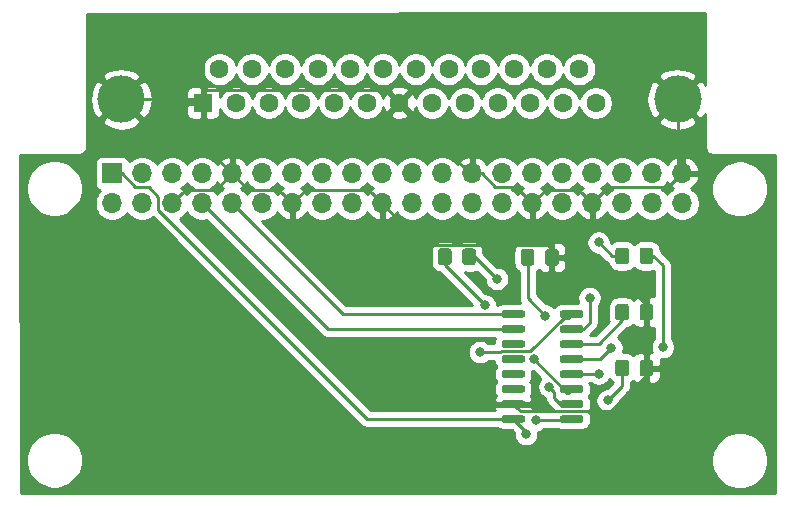
<source format=gbr>
G04 #@! TF.GenerationSoftware,KiCad,Pcbnew,(5.1.5-0-10_14)*
G04 #@! TF.CreationDate,2021-04-02T15:52:58+11:00*
G04 #@! TF.ProjectId,Pi_Zero_RS232_DB25_Hat,50695f5a-6572-46f5-9f52-533233325f44,rev?*
G04 #@! TF.SameCoordinates,Original*
G04 #@! TF.FileFunction,Copper,L1,Top*
G04 #@! TF.FilePolarity,Positive*
%FSLAX46Y46*%
G04 Gerber Fmt 4.6, Leading zero omitted, Abs format (unit mm)*
G04 Created by KiCad (PCBNEW (5.1.5-0-10_14)) date 2021-04-02 15:52:58*
%MOMM*%
%LPD*%
G04 APERTURE LIST*
%ADD10C,0.100000*%
%ADD11R,1.700000X1.700000*%
%ADD12O,1.700000X1.700000*%
%ADD13R,1.600000X1.600000*%
%ADD14C,1.600000*%
%ADD15C,4.000000*%
%ADD16C,0.800000*%
%ADD17C,0.250000*%
%ADD18C,0.254000*%
G04 APERTURE END LIST*
G04 #@! TA.AperFunction,SMDPad,CuDef*
D10*
G36*
X63510305Y-76517204D02*
G01*
X63534573Y-76520804D01*
X63558372Y-76526765D01*
X63581471Y-76535030D01*
X63603650Y-76545520D01*
X63624693Y-76558132D01*
X63644399Y-76572747D01*
X63662577Y-76589223D01*
X63679053Y-76607401D01*
X63693668Y-76627107D01*
X63706280Y-76648150D01*
X63716770Y-76670329D01*
X63725035Y-76693428D01*
X63730996Y-76717227D01*
X63734596Y-76741495D01*
X63735800Y-76765999D01*
X63735800Y-77666001D01*
X63734596Y-77690505D01*
X63730996Y-77714773D01*
X63725035Y-77738572D01*
X63716770Y-77761671D01*
X63706280Y-77783850D01*
X63693668Y-77804893D01*
X63679053Y-77824599D01*
X63662577Y-77842777D01*
X63644399Y-77859253D01*
X63624693Y-77873868D01*
X63603650Y-77886480D01*
X63581471Y-77896970D01*
X63558372Y-77905235D01*
X63534573Y-77911196D01*
X63510305Y-77914796D01*
X63485801Y-77916000D01*
X62835799Y-77916000D01*
X62811295Y-77914796D01*
X62787027Y-77911196D01*
X62763228Y-77905235D01*
X62740129Y-77896970D01*
X62717950Y-77886480D01*
X62696907Y-77873868D01*
X62677201Y-77859253D01*
X62659023Y-77842777D01*
X62642547Y-77824599D01*
X62627932Y-77804893D01*
X62615320Y-77783850D01*
X62604830Y-77761671D01*
X62596565Y-77738572D01*
X62590604Y-77714773D01*
X62587004Y-77690505D01*
X62585800Y-77666001D01*
X62585800Y-76765999D01*
X62587004Y-76741495D01*
X62590604Y-76717227D01*
X62596565Y-76693428D01*
X62604830Y-76670329D01*
X62615320Y-76648150D01*
X62627932Y-76627107D01*
X62642547Y-76607401D01*
X62659023Y-76589223D01*
X62677201Y-76572747D01*
X62696907Y-76558132D01*
X62717950Y-76545520D01*
X62740129Y-76535030D01*
X62763228Y-76526765D01*
X62787027Y-76520804D01*
X62811295Y-76517204D01*
X62835799Y-76516000D01*
X63485801Y-76516000D01*
X63510305Y-76517204D01*
G37*
G04 #@! TD.AperFunction*
G04 #@! TA.AperFunction,SMDPad,CuDef*
G36*
X65560305Y-76517204D02*
G01*
X65584573Y-76520804D01*
X65608372Y-76526765D01*
X65631471Y-76535030D01*
X65653650Y-76545520D01*
X65674693Y-76558132D01*
X65694399Y-76572747D01*
X65712577Y-76589223D01*
X65729053Y-76607401D01*
X65743668Y-76627107D01*
X65756280Y-76648150D01*
X65766770Y-76670329D01*
X65775035Y-76693428D01*
X65780996Y-76717227D01*
X65784596Y-76741495D01*
X65785800Y-76765999D01*
X65785800Y-77666001D01*
X65784596Y-77690505D01*
X65780996Y-77714773D01*
X65775035Y-77738572D01*
X65766770Y-77761671D01*
X65756280Y-77783850D01*
X65743668Y-77804893D01*
X65729053Y-77824599D01*
X65712577Y-77842777D01*
X65694399Y-77859253D01*
X65674693Y-77873868D01*
X65653650Y-77886480D01*
X65631471Y-77896970D01*
X65608372Y-77905235D01*
X65584573Y-77911196D01*
X65560305Y-77914796D01*
X65535801Y-77916000D01*
X64885799Y-77916000D01*
X64861295Y-77914796D01*
X64837027Y-77911196D01*
X64813228Y-77905235D01*
X64790129Y-77896970D01*
X64767950Y-77886480D01*
X64746907Y-77873868D01*
X64727201Y-77859253D01*
X64709023Y-77842777D01*
X64692547Y-77824599D01*
X64677932Y-77804893D01*
X64665320Y-77783850D01*
X64654830Y-77761671D01*
X64646565Y-77738572D01*
X64640604Y-77714773D01*
X64637004Y-77690505D01*
X64635800Y-77666001D01*
X64635800Y-76765999D01*
X64637004Y-76741495D01*
X64640604Y-76717227D01*
X64646565Y-76693428D01*
X64654830Y-76670329D01*
X64665320Y-76648150D01*
X64677932Y-76627107D01*
X64692547Y-76607401D01*
X64709023Y-76589223D01*
X64727201Y-76572747D01*
X64746907Y-76558132D01*
X64767950Y-76545520D01*
X64790129Y-76535030D01*
X64813228Y-76526765D01*
X64837027Y-76520804D01*
X64861295Y-76517204D01*
X64885799Y-76516000D01*
X65535801Y-76516000D01*
X65560305Y-76517204D01*
G37*
G04 #@! TD.AperFunction*
G04 #@! TA.AperFunction,SMDPad,CuDef*
G36*
X70520705Y-76568004D02*
G01*
X70544973Y-76571604D01*
X70568772Y-76577565D01*
X70591871Y-76585830D01*
X70614050Y-76596320D01*
X70635093Y-76608932D01*
X70654799Y-76623547D01*
X70672977Y-76640023D01*
X70689453Y-76658201D01*
X70704068Y-76677907D01*
X70716680Y-76698950D01*
X70727170Y-76721129D01*
X70735435Y-76744228D01*
X70741396Y-76768027D01*
X70744996Y-76792295D01*
X70746200Y-76816799D01*
X70746200Y-77716801D01*
X70744996Y-77741305D01*
X70741396Y-77765573D01*
X70735435Y-77789372D01*
X70727170Y-77812471D01*
X70716680Y-77834650D01*
X70704068Y-77855693D01*
X70689453Y-77875399D01*
X70672977Y-77893577D01*
X70654799Y-77910053D01*
X70635093Y-77924668D01*
X70614050Y-77937280D01*
X70591871Y-77947770D01*
X70568772Y-77956035D01*
X70544973Y-77961996D01*
X70520705Y-77965596D01*
X70496201Y-77966800D01*
X69846199Y-77966800D01*
X69821695Y-77965596D01*
X69797427Y-77961996D01*
X69773628Y-77956035D01*
X69750529Y-77947770D01*
X69728350Y-77937280D01*
X69707307Y-77924668D01*
X69687601Y-77910053D01*
X69669423Y-77893577D01*
X69652947Y-77875399D01*
X69638332Y-77855693D01*
X69625720Y-77834650D01*
X69615230Y-77812471D01*
X69606965Y-77789372D01*
X69601004Y-77765573D01*
X69597404Y-77741305D01*
X69596200Y-77716801D01*
X69596200Y-76816799D01*
X69597404Y-76792295D01*
X69601004Y-76768027D01*
X69606965Y-76744228D01*
X69615230Y-76721129D01*
X69625720Y-76698950D01*
X69638332Y-76677907D01*
X69652947Y-76658201D01*
X69669423Y-76640023D01*
X69687601Y-76623547D01*
X69707307Y-76608932D01*
X69728350Y-76596320D01*
X69750529Y-76585830D01*
X69773628Y-76577565D01*
X69797427Y-76571604D01*
X69821695Y-76568004D01*
X69846199Y-76566800D01*
X70496201Y-76566800D01*
X70520705Y-76568004D01*
G37*
G04 #@! TD.AperFunction*
G04 #@! TA.AperFunction,SMDPad,CuDef*
G36*
X72570705Y-76568004D02*
G01*
X72594973Y-76571604D01*
X72618772Y-76577565D01*
X72641871Y-76585830D01*
X72664050Y-76596320D01*
X72685093Y-76608932D01*
X72704799Y-76623547D01*
X72722977Y-76640023D01*
X72739453Y-76658201D01*
X72754068Y-76677907D01*
X72766680Y-76698950D01*
X72777170Y-76721129D01*
X72785435Y-76744228D01*
X72791396Y-76768027D01*
X72794996Y-76792295D01*
X72796200Y-76816799D01*
X72796200Y-77716801D01*
X72794996Y-77741305D01*
X72791396Y-77765573D01*
X72785435Y-77789372D01*
X72777170Y-77812471D01*
X72766680Y-77834650D01*
X72754068Y-77855693D01*
X72739453Y-77875399D01*
X72722977Y-77893577D01*
X72704799Y-77910053D01*
X72685093Y-77924668D01*
X72664050Y-77937280D01*
X72641871Y-77947770D01*
X72618772Y-77956035D01*
X72594973Y-77961996D01*
X72570705Y-77965596D01*
X72546201Y-77966800D01*
X71896199Y-77966800D01*
X71871695Y-77965596D01*
X71847427Y-77961996D01*
X71823628Y-77956035D01*
X71800529Y-77947770D01*
X71778350Y-77937280D01*
X71757307Y-77924668D01*
X71737601Y-77910053D01*
X71719423Y-77893577D01*
X71702947Y-77875399D01*
X71688332Y-77855693D01*
X71675720Y-77834650D01*
X71665230Y-77812471D01*
X71656965Y-77789372D01*
X71651004Y-77765573D01*
X71647404Y-77741305D01*
X71646200Y-77716801D01*
X71646200Y-76816799D01*
X71647404Y-76792295D01*
X71651004Y-76768027D01*
X71656965Y-76744228D01*
X71665230Y-76721129D01*
X71675720Y-76698950D01*
X71688332Y-76677907D01*
X71702947Y-76658201D01*
X71719423Y-76640023D01*
X71737601Y-76623547D01*
X71757307Y-76608932D01*
X71778350Y-76596320D01*
X71800529Y-76585830D01*
X71823628Y-76577565D01*
X71847427Y-76571604D01*
X71871695Y-76568004D01*
X71896199Y-76566800D01*
X72546201Y-76566800D01*
X72570705Y-76568004D01*
G37*
G04 #@! TD.AperFunction*
G04 #@! TA.AperFunction,SMDPad,CuDef*
G36*
X80571705Y-76441004D02*
G01*
X80595973Y-76444604D01*
X80619772Y-76450565D01*
X80642871Y-76458830D01*
X80665050Y-76469320D01*
X80686093Y-76481932D01*
X80705799Y-76496547D01*
X80723977Y-76513023D01*
X80740453Y-76531201D01*
X80755068Y-76550907D01*
X80767680Y-76571950D01*
X80778170Y-76594129D01*
X80786435Y-76617228D01*
X80792396Y-76641027D01*
X80795996Y-76665295D01*
X80797200Y-76689799D01*
X80797200Y-77589801D01*
X80795996Y-77614305D01*
X80792396Y-77638573D01*
X80786435Y-77662372D01*
X80778170Y-77685471D01*
X80767680Y-77707650D01*
X80755068Y-77728693D01*
X80740453Y-77748399D01*
X80723977Y-77766577D01*
X80705799Y-77783053D01*
X80686093Y-77797668D01*
X80665050Y-77810280D01*
X80642871Y-77820770D01*
X80619772Y-77829035D01*
X80595973Y-77834996D01*
X80571705Y-77838596D01*
X80547201Y-77839800D01*
X79897199Y-77839800D01*
X79872695Y-77838596D01*
X79848427Y-77834996D01*
X79824628Y-77829035D01*
X79801529Y-77820770D01*
X79779350Y-77810280D01*
X79758307Y-77797668D01*
X79738601Y-77783053D01*
X79720423Y-77766577D01*
X79703947Y-77748399D01*
X79689332Y-77728693D01*
X79676720Y-77707650D01*
X79666230Y-77685471D01*
X79657965Y-77662372D01*
X79652004Y-77638573D01*
X79648404Y-77614305D01*
X79647200Y-77589801D01*
X79647200Y-76689799D01*
X79648404Y-76665295D01*
X79652004Y-76641027D01*
X79657965Y-76617228D01*
X79666230Y-76594129D01*
X79676720Y-76571950D01*
X79689332Y-76550907D01*
X79703947Y-76531201D01*
X79720423Y-76513023D01*
X79738601Y-76496547D01*
X79758307Y-76481932D01*
X79779350Y-76469320D01*
X79801529Y-76458830D01*
X79824628Y-76450565D01*
X79848427Y-76444604D01*
X79872695Y-76441004D01*
X79897199Y-76439800D01*
X80547201Y-76439800D01*
X80571705Y-76441004D01*
G37*
G04 #@! TD.AperFunction*
G04 #@! TA.AperFunction,SMDPad,CuDef*
G36*
X78521705Y-76441004D02*
G01*
X78545973Y-76444604D01*
X78569772Y-76450565D01*
X78592871Y-76458830D01*
X78615050Y-76469320D01*
X78636093Y-76481932D01*
X78655799Y-76496547D01*
X78673977Y-76513023D01*
X78690453Y-76531201D01*
X78705068Y-76550907D01*
X78717680Y-76571950D01*
X78728170Y-76594129D01*
X78736435Y-76617228D01*
X78742396Y-76641027D01*
X78745996Y-76665295D01*
X78747200Y-76689799D01*
X78747200Y-77589801D01*
X78745996Y-77614305D01*
X78742396Y-77638573D01*
X78736435Y-77662372D01*
X78728170Y-77685471D01*
X78717680Y-77707650D01*
X78705068Y-77728693D01*
X78690453Y-77748399D01*
X78673977Y-77766577D01*
X78655799Y-77783053D01*
X78636093Y-77797668D01*
X78615050Y-77810280D01*
X78592871Y-77820770D01*
X78569772Y-77829035D01*
X78545973Y-77834996D01*
X78521705Y-77838596D01*
X78497201Y-77839800D01*
X77847199Y-77839800D01*
X77822695Y-77838596D01*
X77798427Y-77834996D01*
X77774628Y-77829035D01*
X77751529Y-77820770D01*
X77729350Y-77810280D01*
X77708307Y-77797668D01*
X77688601Y-77783053D01*
X77670423Y-77766577D01*
X77653947Y-77748399D01*
X77639332Y-77728693D01*
X77626720Y-77707650D01*
X77616230Y-77685471D01*
X77607965Y-77662372D01*
X77602004Y-77638573D01*
X77598404Y-77614305D01*
X77597200Y-77589801D01*
X77597200Y-76689799D01*
X77598404Y-76665295D01*
X77602004Y-76641027D01*
X77607965Y-76617228D01*
X77616230Y-76594129D01*
X77626720Y-76571950D01*
X77639332Y-76550907D01*
X77653947Y-76531201D01*
X77670423Y-76513023D01*
X77688601Y-76496547D01*
X77708307Y-76481932D01*
X77729350Y-76469320D01*
X77751529Y-76458830D01*
X77774628Y-76450565D01*
X77798427Y-76444604D01*
X77822695Y-76441004D01*
X77847199Y-76439800D01*
X78497201Y-76439800D01*
X78521705Y-76441004D01*
G37*
G04 #@! TD.AperFunction*
G04 #@! TA.AperFunction,SMDPad,CuDef*
G36*
X80571705Y-81216204D02*
G01*
X80595973Y-81219804D01*
X80619772Y-81225765D01*
X80642871Y-81234030D01*
X80665050Y-81244520D01*
X80686093Y-81257132D01*
X80705799Y-81271747D01*
X80723977Y-81288223D01*
X80740453Y-81306401D01*
X80755068Y-81326107D01*
X80767680Y-81347150D01*
X80778170Y-81369329D01*
X80786435Y-81392428D01*
X80792396Y-81416227D01*
X80795996Y-81440495D01*
X80797200Y-81464999D01*
X80797200Y-82365001D01*
X80795996Y-82389505D01*
X80792396Y-82413773D01*
X80786435Y-82437572D01*
X80778170Y-82460671D01*
X80767680Y-82482850D01*
X80755068Y-82503893D01*
X80740453Y-82523599D01*
X80723977Y-82541777D01*
X80705799Y-82558253D01*
X80686093Y-82572868D01*
X80665050Y-82585480D01*
X80642871Y-82595970D01*
X80619772Y-82604235D01*
X80595973Y-82610196D01*
X80571705Y-82613796D01*
X80547201Y-82615000D01*
X79897199Y-82615000D01*
X79872695Y-82613796D01*
X79848427Y-82610196D01*
X79824628Y-82604235D01*
X79801529Y-82595970D01*
X79779350Y-82585480D01*
X79758307Y-82572868D01*
X79738601Y-82558253D01*
X79720423Y-82541777D01*
X79703947Y-82523599D01*
X79689332Y-82503893D01*
X79676720Y-82482850D01*
X79666230Y-82460671D01*
X79657965Y-82437572D01*
X79652004Y-82413773D01*
X79648404Y-82389505D01*
X79647200Y-82365001D01*
X79647200Y-81464999D01*
X79648404Y-81440495D01*
X79652004Y-81416227D01*
X79657965Y-81392428D01*
X79666230Y-81369329D01*
X79676720Y-81347150D01*
X79689332Y-81326107D01*
X79703947Y-81306401D01*
X79720423Y-81288223D01*
X79738601Y-81271747D01*
X79758307Y-81257132D01*
X79779350Y-81244520D01*
X79801529Y-81234030D01*
X79824628Y-81225765D01*
X79848427Y-81219804D01*
X79872695Y-81216204D01*
X79897199Y-81215000D01*
X80547201Y-81215000D01*
X80571705Y-81216204D01*
G37*
G04 #@! TD.AperFunction*
G04 #@! TA.AperFunction,SMDPad,CuDef*
G36*
X78521705Y-81216204D02*
G01*
X78545973Y-81219804D01*
X78569772Y-81225765D01*
X78592871Y-81234030D01*
X78615050Y-81244520D01*
X78636093Y-81257132D01*
X78655799Y-81271747D01*
X78673977Y-81288223D01*
X78690453Y-81306401D01*
X78705068Y-81326107D01*
X78717680Y-81347150D01*
X78728170Y-81369329D01*
X78736435Y-81392428D01*
X78742396Y-81416227D01*
X78745996Y-81440495D01*
X78747200Y-81464999D01*
X78747200Y-82365001D01*
X78745996Y-82389505D01*
X78742396Y-82413773D01*
X78736435Y-82437572D01*
X78728170Y-82460671D01*
X78717680Y-82482850D01*
X78705068Y-82503893D01*
X78690453Y-82523599D01*
X78673977Y-82541777D01*
X78655799Y-82558253D01*
X78636093Y-82572868D01*
X78615050Y-82585480D01*
X78592871Y-82595970D01*
X78569772Y-82604235D01*
X78545973Y-82610196D01*
X78521705Y-82613796D01*
X78497201Y-82615000D01*
X77847199Y-82615000D01*
X77822695Y-82613796D01*
X77798427Y-82610196D01*
X77774628Y-82604235D01*
X77751529Y-82595970D01*
X77729350Y-82585480D01*
X77708307Y-82572868D01*
X77688601Y-82558253D01*
X77670423Y-82541777D01*
X77653947Y-82523599D01*
X77639332Y-82503893D01*
X77626720Y-82482850D01*
X77616230Y-82460671D01*
X77607965Y-82437572D01*
X77602004Y-82413773D01*
X77598404Y-82389505D01*
X77597200Y-82365001D01*
X77597200Y-81464999D01*
X77598404Y-81440495D01*
X77602004Y-81416227D01*
X77607965Y-81392428D01*
X77616230Y-81369329D01*
X77626720Y-81347150D01*
X77639332Y-81326107D01*
X77653947Y-81306401D01*
X77670423Y-81288223D01*
X77688601Y-81271747D01*
X77708307Y-81257132D01*
X77729350Y-81244520D01*
X77751529Y-81234030D01*
X77774628Y-81225765D01*
X77798427Y-81219804D01*
X77822695Y-81216204D01*
X77847199Y-81215000D01*
X78497201Y-81215000D01*
X78521705Y-81216204D01*
G37*
G04 #@! TD.AperFunction*
G04 #@! TA.AperFunction,SMDPad,CuDef*
G36*
X78521705Y-85940604D02*
G01*
X78545973Y-85944204D01*
X78569772Y-85950165D01*
X78592871Y-85958430D01*
X78615050Y-85968920D01*
X78636093Y-85981532D01*
X78655799Y-85996147D01*
X78673977Y-86012623D01*
X78690453Y-86030801D01*
X78705068Y-86050507D01*
X78717680Y-86071550D01*
X78728170Y-86093729D01*
X78736435Y-86116828D01*
X78742396Y-86140627D01*
X78745996Y-86164895D01*
X78747200Y-86189399D01*
X78747200Y-87089401D01*
X78745996Y-87113905D01*
X78742396Y-87138173D01*
X78736435Y-87161972D01*
X78728170Y-87185071D01*
X78717680Y-87207250D01*
X78705068Y-87228293D01*
X78690453Y-87247999D01*
X78673977Y-87266177D01*
X78655799Y-87282653D01*
X78636093Y-87297268D01*
X78615050Y-87309880D01*
X78592871Y-87320370D01*
X78569772Y-87328635D01*
X78545973Y-87334596D01*
X78521705Y-87338196D01*
X78497201Y-87339400D01*
X77847199Y-87339400D01*
X77822695Y-87338196D01*
X77798427Y-87334596D01*
X77774628Y-87328635D01*
X77751529Y-87320370D01*
X77729350Y-87309880D01*
X77708307Y-87297268D01*
X77688601Y-87282653D01*
X77670423Y-87266177D01*
X77653947Y-87247999D01*
X77639332Y-87228293D01*
X77626720Y-87207250D01*
X77616230Y-87185071D01*
X77607965Y-87161972D01*
X77602004Y-87138173D01*
X77598404Y-87113905D01*
X77597200Y-87089401D01*
X77597200Y-86189399D01*
X77598404Y-86164895D01*
X77602004Y-86140627D01*
X77607965Y-86116828D01*
X77616230Y-86093729D01*
X77626720Y-86071550D01*
X77639332Y-86050507D01*
X77653947Y-86030801D01*
X77670423Y-86012623D01*
X77688601Y-85996147D01*
X77708307Y-85981532D01*
X77729350Y-85968920D01*
X77751529Y-85958430D01*
X77774628Y-85950165D01*
X77798427Y-85944204D01*
X77822695Y-85940604D01*
X77847199Y-85939400D01*
X78497201Y-85939400D01*
X78521705Y-85940604D01*
G37*
G04 #@! TD.AperFunction*
G04 #@! TA.AperFunction,SMDPad,CuDef*
G36*
X80571705Y-85940604D02*
G01*
X80595973Y-85944204D01*
X80619772Y-85950165D01*
X80642871Y-85958430D01*
X80665050Y-85968920D01*
X80686093Y-85981532D01*
X80705799Y-85996147D01*
X80723977Y-86012623D01*
X80740453Y-86030801D01*
X80755068Y-86050507D01*
X80767680Y-86071550D01*
X80778170Y-86093729D01*
X80786435Y-86116828D01*
X80792396Y-86140627D01*
X80795996Y-86164895D01*
X80797200Y-86189399D01*
X80797200Y-87089401D01*
X80795996Y-87113905D01*
X80792396Y-87138173D01*
X80786435Y-87161972D01*
X80778170Y-87185071D01*
X80767680Y-87207250D01*
X80755068Y-87228293D01*
X80740453Y-87247999D01*
X80723977Y-87266177D01*
X80705799Y-87282653D01*
X80686093Y-87297268D01*
X80665050Y-87309880D01*
X80642871Y-87320370D01*
X80619772Y-87328635D01*
X80595973Y-87334596D01*
X80571705Y-87338196D01*
X80547201Y-87339400D01*
X79897199Y-87339400D01*
X79872695Y-87338196D01*
X79848427Y-87334596D01*
X79824628Y-87328635D01*
X79801529Y-87320370D01*
X79779350Y-87309880D01*
X79758307Y-87297268D01*
X79738601Y-87282653D01*
X79720423Y-87266177D01*
X79703947Y-87247999D01*
X79689332Y-87228293D01*
X79676720Y-87207250D01*
X79666230Y-87185071D01*
X79657965Y-87161972D01*
X79652004Y-87138173D01*
X79648404Y-87113905D01*
X79647200Y-87089401D01*
X79647200Y-86189399D01*
X79648404Y-86164895D01*
X79652004Y-86140627D01*
X79657965Y-86116828D01*
X79666230Y-86093729D01*
X79676720Y-86071550D01*
X79689332Y-86050507D01*
X79703947Y-86030801D01*
X79720423Y-86012623D01*
X79738601Y-85996147D01*
X79758307Y-85981532D01*
X79779350Y-85968920D01*
X79801529Y-85958430D01*
X79824628Y-85950165D01*
X79848427Y-85944204D01*
X79872695Y-85940604D01*
X79897199Y-85939400D01*
X80547201Y-85939400D01*
X80571705Y-85940604D01*
G37*
G04 #@! TD.AperFunction*
D11*
X34988500Y-70167500D03*
D12*
X34988500Y-72707500D03*
X37528500Y-70167500D03*
X37528500Y-72707500D03*
X40068500Y-70167500D03*
X40068500Y-72707500D03*
X42608500Y-70167500D03*
X42608500Y-72707500D03*
X45148500Y-70167500D03*
X45148500Y-72707500D03*
X47688500Y-70167500D03*
X47688500Y-72707500D03*
X50228500Y-70167500D03*
X50228500Y-72707500D03*
X52768500Y-70167500D03*
X52768500Y-72707500D03*
X55308500Y-70167500D03*
X55308500Y-72707500D03*
X57848500Y-70167500D03*
X57848500Y-72707500D03*
X60388500Y-70167500D03*
X60388500Y-72707500D03*
X62928500Y-70167500D03*
X62928500Y-72707500D03*
X65468500Y-70167500D03*
X65468500Y-72707500D03*
X68008500Y-70167500D03*
X68008500Y-72707500D03*
X70548500Y-70167500D03*
X70548500Y-72707500D03*
X73088500Y-70167500D03*
X73088500Y-72707500D03*
X75628500Y-70167500D03*
X75628500Y-72707500D03*
X78168500Y-70167500D03*
X78168500Y-72707500D03*
X80708500Y-70167500D03*
X80708500Y-72707500D03*
X83248500Y-70167500D03*
X83248500Y-72707500D03*
D13*
X42697400Y-64185800D03*
D14*
X45467400Y-64185800D03*
X48237400Y-64185800D03*
X51007400Y-64185800D03*
X53777400Y-64185800D03*
X56547400Y-64185800D03*
X59317400Y-64185800D03*
X62087400Y-64185800D03*
X64857400Y-64185800D03*
X67627400Y-64185800D03*
X70397400Y-64185800D03*
X73167400Y-64185800D03*
X75937400Y-64185800D03*
X44082400Y-61345800D03*
X46852400Y-61345800D03*
X49622400Y-61345800D03*
X52392400Y-61345800D03*
X55162400Y-61345800D03*
X57932400Y-61345800D03*
X60702400Y-61345800D03*
X63472400Y-61345800D03*
X66242400Y-61345800D03*
X69012400Y-61345800D03*
X71782400Y-61345800D03*
X74552400Y-61345800D03*
D15*
X82867400Y-63885800D03*
X35767400Y-63885800D03*
G04 #@! TA.AperFunction,SMDPad,CuDef*
D10*
G36*
X74739503Y-90658122D02*
G01*
X74754064Y-90660282D01*
X74768343Y-90663859D01*
X74782203Y-90668818D01*
X74795510Y-90675112D01*
X74808136Y-90682680D01*
X74819959Y-90691448D01*
X74830866Y-90701334D01*
X74840752Y-90712241D01*
X74849520Y-90724064D01*
X74857088Y-90736690D01*
X74863382Y-90749997D01*
X74868341Y-90763857D01*
X74871918Y-90778136D01*
X74874078Y-90792697D01*
X74874800Y-90807400D01*
X74874800Y-91107400D01*
X74874078Y-91122103D01*
X74871918Y-91136664D01*
X74868341Y-91150943D01*
X74863382Y-91164803D01*
X74857088Y-91178110D01*
X74849520Y-91190736D01*
X74840752Y-91202559D01*
X74830866Y-91213466D01*
X74819959Y-91223352D01*
X74808136Y-91232120D01*
X74795510Y-91239688D01*
X74782203Y-91245982D01*
X74768343Y-91250941D01*
X74754064Y-91254518D01*
X74739503Y-91256678D01*
X74724800Y-91257400D01*
X73074800Y-91257400D01*
X73060097Y-91256678D01*
X73045536Y-91254518D01*
X73031257Y-91250941D01*
X73017397Y-91245982D01*
X73004090Y-91239688D01*
X72991464Y-91232120D01*
X72979641Y-91223352D01*
X72968734Y-91213466D01*
X72958848Y-91202559D01*
X72950080Y-91190736D01*
X72942512Y-91178110D01*
X72936218Y-91164803D01*
X72931259Y-91150943D01*
X72927682Y-91136664D01*
X72925522Y-91122103D01*
X72924800Y-91107400D01*
X72924800Y-90807400D01*
X72925522Y-90792697D01*
X72927682Y-90778136D01*
X72931259Y-90763857D01*
X72936218Y-90749997D01*
X72942512Y-90736690D01*
X72950080Y-90724064D01*
X72958848Y-90712241D01*
X72968734Y-90701334D01*
X72979641Y-90691448D01*
X72991464Y-90682680D01*
X73004090Y-90675112D01*
X73017397Y-90668818D01*
X73031257Y-90663859D01*
X73045536Y-90660282D01*
X73060097Y-90658122D01*
X73074800Y-90657400D01*
X74724800Y-90657400D01*
X74739503Y-90658122D01*
G37*
G04 #@! TD.AperFunction*
G04 #@! TA.AperFunction,SMDPad,CuDef*
G36*
X74739503Y-89388122D02*
G01*
X74754064Y-89390282D01*
X74768343Y-89393859D01*
X74782203Y-89398818D01*
X74795510Y-89405112D01*
X74808136Y-89412680D01*
X74819959Y-89421448D01*
X74830866Y-89431334D01*
X74840752Y-89442241D01*
X74849520Y-89454064D01*
X74857088Y-89466690D01*
X74863382Y-89479997D01*
X74868341Y-89493857D01*
X74871918Y-89508136D01*
X74874078Y-89522697D01*
X74874800Y-89537400D01*
X74874800Y-89837400D01*
X74874078Y-89852103D01*
X74871918Y-89866664D01*
X74868341Y-89880943D01*
X74863382Y-89894803D01*
X74857088Y-89908110D01*
X74849520Y-89920736D01*
X74840752Y-89932559D01*
X74830866Y-89943466D01*
X74819959Y-89953352D01*
X74808136Y-89962120D01*
X74795510Y-89969688D01*
X74782203Y-89975982D01*
X74768343Y-89980941D01*
X74754064Y-89984518D01*
X74739503Y-89986678D01*
X74724800Y-89987400D01*
X73074800Y-89987400D01*
X73060097Y-89986678D01*
X73045536Y-89984518D01*
X73031257Y-89980941D01*
X73017397Y-89975982D01*
X73004090Y-89969688D01*
X72991464Y-89962120D01*
X72979641Y-89953352D01*
X72968734Y-89943466D01*
X72958848Y-89932559D01*
X72950080Y-89920736D01*
X72942512Y-89908110D01*
X72936218Y-89894803D01*
X72931259Y-89880943D01*
X72927682Y-89866664D01*
X72925522Y-89852103D01*
X72924800Y-89837400D01*
X72924800Y-89537400D01*
X72925522Y-89522697D01*
X72927682Y-89508136D01*
X72931259Y-89493857D01*
X72936218Y-89479997D01*
X72942512Y-89466690D01*
X72950080Y-89454064D01*
X72958848Y-89442241D01*
X72968734Y-89431334D01*
X72979641Y-89421448D01*
X72991464Y-89412680D01*
X73004090Y-89405112D01*
X73017397Y-89398818D01*
X73031257Y-89393859D01*
X73045536Y-89390282D01*
X73060097Y-89388122D01*
X73074800Y-89387400D01*
X74724800Y-89387400D01*
X74739503Y-89388122D01*
G37*
G04 #@! TD.AperFunction*
G04 #@! TA.AperFunction,SMDPad,CuDef*
G36*
X74739503Y-88118122D02*
G01*
X74754064Y-88120282D01*
X74768343Y-88123859D01*
X74782203Y-88128818D01*
X74795510Y-88135112D01*
X74808136Y-88142680D01*
X74819959Y-88151448D01*
X74830866Y-88161334D01*
X74840752Y-88172241D01*
X74849520Y-88184064D01*
X74857088Y-88196690D01*
X74863382Y-88209997D01*
X74868341Y-88223857D01*
X74871918Y-88238136D01*
X74874078Y-88252697D01*
X74874800Y-88267400D01*
X74874800Y-88567400D01*
X74874078Y-88582103D01*
X74871918Y-88596664D01*
X74868341Y-88610943D01*
X74863382Y-88624803D01*
X74857088Y-88638110D01*
X74849520Y-88650736D01*
X74840752Y-88662559D01*
X74830866Y-88673466D01*
X74819959Y-88683352D01*
X74808136Y-88692120D01*
X74795510Y-88699688D01*
X74782203Y-88705982D01*
X74768343Y-88710941D01*
X74754064Y-88714518D01*
X74739503Y-88716678D01*
X74724800Y-88717400D01*
X73074800Y-88717400D01*
X73060097Y-88716678D01*
X73045536Y-88714518D01*
X73031257Y-88710941D01*
X73017397Y-88705982D01*
X73004090Y-88699688D01*
X72991464Y-88692120D01*
X72979641Y-88683352D01*
X72968734Y-88673466D01*
X72958848Y-88662559D01*
X72950080Y-88650736D01*
X72942512Y-88638110D01*
X72936218Y-88624803D01*
X72931259Y-88610943D01*
X72927682Y-88596664D01*
X72925522Y-88582103D01*
X72924800Y-88567400D01*
X72924800Y-88267400D01*
X72925522Y-88252697D01*
X72927682Y-88238136D01*
X72931259Y-88223857D01*
X72936218Y-88209997D01*
X72942512Y-88196690D01*
X72950080Y-88184064D01*
X72958848Y-88172241D01*
X72968734Y-88161334D01*
X72979641Y-88151448D01*
X72991464Y-88142680D01*
X73004090Y-88135112D01*
X73017397Y-88128818D01*
X73031257Y-88123859D01*
X73045536Y-88120282D01*
X73060097Y-88118122D01*
X73074800Y-88117400D01*
X74724800Y-88117400D01*
X74739503Y-88118122D01*
G37*
G04 #@! TD.AperFunction*
G04 #@! TA.AperFunction,SMDPad,CuDef*
G36*
X74739503Y-86848122D02*
G01*
X74754064Y-86850282D01*
X74768343Y-86853859D01*
X74782203Y-86858818D01*
X74795510Y-86865112D01*
X74808136Y-86872680D01*
X74819959Y-86881448D01*
X74830866Y-86891334D01*
X74840752Y-86902241D01*
X74849520Y-86914064D01*
X74857088Y-86926690D01*
X74863382Y-86939997D01*
X74868341Y-86953857D01*
X74871918Y-86968136D01*
X74874078Y-86982697D01*
X74874800Y-86997400D01*
X74874800Y-87297400D01*
X74874078Y-87312103D01*
X74871918Y-87326664D01*
X74868341Y-87340943D01*
X74863382Y-87354803D01*
X74857088Y-87368110D01*
X74849520Y-87380736D01*
X74840752Y-87392559D01*
X74830866Y-87403466D01*
X74819959Y-87413352D01*
X74808136Y-87422120D01*
X74795510Y-87429688D01*
X74782203Y-87435982D01*
X74768343Y-87440941D01*
X74754064Y-87444518D01*
X74739503Y-87446678D01*
X74724800Y-87447400D01*
X73074800Y-87447400D01*
X73060097Y-87446678D01*
X73045536Y-87444518D01*
X73031257Y-87440941D01*
X73017397Y-87435982D01*
X73004090Y-87429688D01*
X72991464Y-87422120D01*
X72979641Y-87413352D01*
X72968734Y-87403466D01*
X72958848Y-87392559D01*
X72950080Y-87380736D01*
X72942512Y-87368110D01*
X72936218Y-87354803D01*
X72931259Y-87340943D01*
X72927682Y-87326664D01*
X72925522Y-87312103D01*
X72924800Y-87297400D01*
X72924800Y-86997400D01*
X72925522Y-86982697D01*
X72927682Y-86968136D01*
X72931259Y-86953857D01*
X72936218Y-86939997D01*
X72942512Y-86926690D01*
X72950080Y-86914064D01*
X72958848Y-86902241D01*
X72968734Y-86891334D01*
X72979641Y-86881448D01*
X72991464Y-86872680D01*
X73004090Y-86865112D01*
X73017397Y-86858818D01*
X73031257Y-86853859D01*
X73045536Y-86850282D01*
X73060097Y-86848122D01*
X73074800Y-86847400D01*
X74724800Y-86847400D01*
X74739503Y-86848122D01*
G37*
G04 #@! TD.AperFunction*
G04 #@! TA.AperFunction,SMDPad,CuDef*
G36*
X74739503Y-85578122D02*
G01*
X74754064Y-85580282D01*
X74768343Y-85583859D01*
X74782203Y-85588818D01*
X74795510Y-85595112D01*
X74808136Y-85602680D01*
X74819959Y-85611448D01*
X74830866Y-85621334D01*
X74840752Y-85632241D01*
X74849520Y-85644064D01*
X74857088Y-85656690D01*
X74863382Y-85669997D01*
X74868341Y-85683857D01*
X74871918Y-85698136D01*
X74874078Y-85712697D01*
X74874800Y-85727400D01*
X74874800Y-86027400D01*
X74874078Y-86042103D01*
X74871918Y-86056664D01*
X74868341Y-86070943D01*
X74863382Y-86084803D01*
X74857088Y-86098110D01*
X74849520Y-86110736D01*
X74840752Y-86122559D01*
X74830866Y-86133466D01*
X74819959Y-86143352D01*
X74808136Y-86152120D01*
X74795510Y-86159688D01*
X74782203Y-86165982D01*
X74768343Y-86170941D01*
X74754064Y-86174518D01*
X74739503Y-86176678D01*
X74724800Y-86177400D01*
X73074800Y-86177400D01*
X73060097Y-86176678D01*
X73045536Y-86174518D01*
X73031257Y-86170941D01*
X73017397Y-86165982D01*
X73004090Y-86159688D01*
X72991464Y-86152120D01*
X72979641Y-86143352D01*
X72968734Y-86133466D01*
X72958848Y-86122559D01*
X72950080Y-86110736D01*
X72942512Y-86098110D01*
X72936218Y-86084803D01*
X72931259Y-86070943D01*
X72927682Y-86056664D01*
X72925522Y-86042103D01*
X72924800Y-86027400D01*
X72924800Y-85727400D01*
X72925522Y-85712697D01*
X72927682Y-85698136D01*
X72931259Y-85683857D01*
X72936218Y-85669997D01*
X72942512Y-85656690D01*
X72950080Y-85644064D01*
X72958848Y-85632241D01*
X72968734Y-85621334D01*
X72979641Y-85611448D01*
X72991464Y-85602680D01*
X73004090Y-85595112D01*
X73017397Y-85588818D01*
X73031257Y-85583859D01*
X73045536Y-85580282D01*
X73060097Y-85578122D01*
X73074800Y-85577400D01*
X74724800Y-85577400D01*
X74739503Y-85578122D01*
G37*
G04 #@! TD.AperFunction*
G04 #@! TA.AperFunction,SMDPad,CuDef*
G36*
X74739503Y-84308122D02*
G01*
X74754064Y-84310282D01*
X74768343Y-84313859D01*
X74782203Y-84318818D01*
X74795510Y-84325112D01*
X74808136Y-84332680D01*
X74819959Y-84341448D01*
X74830866Y-84351334D01*
X74840752Y-84362241D01*
X74849520Y-84374064D01*
X74857088Y-84386690D01*
X74863382Y-84399997D01*
X74868341Y-84413857D01*
X74871918Y-84428136D01*
X74874078Y-84442697D01*
X74874800Y-84457400D01*
X74874800Y-84757400D01*
X74874078Y-84772103D01*
X74871918Y-84786664D01*
X74868341Y-84800943D01*
X74863382Y-84814803D01*
X74857088Y-84828110D01*
X74849520Y-84840736D01*
X74840752Y-84852559D01*
X74830866Y-84863466D01*
X74819959Y-84873352D01*
X74808136Y-84882120D01*
X74795510Y-84889688D01*
X74782203Y-84895982D01*
X74768343Y-84900941D01*
X74754064Y-84904518D01*
X74739503Y-84906678D01*
X74724800Y-84907400D01*
X73074800Y-84907400D01*
X73060097Y-84906678D01*
X73045536Y-84904518D01*
X73031257Y-84900941D01*
X73017397Y-84895982D01*
X73004090Y-84889688D01*
X72991464Y-84882120D01*
X72979641Y-84873352D01*
X72968734Y-84863466D01*
X72958848Y-84852559D01*
X72950080Y-84840736D01*
X72942512Y-84828110D01*
X72936218Y-84814803D01*
X72931259Y-84800943D01*
X72927682Y-84786664D01*
X72925522Y-84772103D01*
X72924800Y-84757400D01*
X72924800Y-84457400D01*
X72925522Y-84442697D01*
X72927682Y-84428136D01*
X72931259Y-84413857D01*
X72936218Y-84399997D01*
X72942512Y-84386690D01*
X72950080Y-84374064D01*
X72958848Y-84362241D01*
X72968734Y-84351334D01*
X72979641Y-84341448D01*
X72991464Y-84332680D01*
X73004090Y-84325112D01*
X73017397Y-84318818D01*
X73031257Y-84313859D01*
X73045536Y-84310282D01*
X73060097Y-84308122D01*
X73074800Y-84307400D01*
X74724800Y-84307400D01*
X74739503Y-84308122D01*
G37*
G04 #@! TD.AperFunction*
G04 #@! TA.AperFunction,SMDPad,CuDef*
G36*
X74739503Y-83038122D02*
G01*
X74754064Y-83040282D01*
X74768343Y-83043859D01*
X74782203Y-83048818D01*
X74795510Y-83055112D01*
X74808136Y-83062680D01*
X74819959Y-83071448D01*
X74830866Y-83081334D01*
X74840752Y-83092241D01*
X74849520Y-83104064D01*
X74857088Y-83116690D01*
X74863382Y-83129997D01*
X74868341Y-83143857D01*
X74871918Y-83158136D01*
X74874078Y-83172697D01*
X74874800Y-83187400D01*
X74874800Y-83487400D01*
X74874078Y-83502103D01*
X74871918Y-83516664D01*
X74868341Y-83530943D01*
X74863382Y-83544803D01*
X74857088Y-83558110D01*
X74849520Y-83570736D01*
X74840752Y-83582559D01*
X74830866Y-83593466D01*
X74819959Y-83603352D01*
X74808136Y-83612120D01*
X74795510Y-83619688D01*
X74782203Y-83625982D01*
X74768343Y-83630941D01*
X74754064Y-83634518D01*
X74739503Y-83636678D01*
X74724800Y-83637400D01*
X73074800Y-83637400D01*
X73060097Y-83636678D01*
X73045536Y-83634518D01*
X73031257Y-83630941D01*
X73017397Y-83625982D01*
X73004090Y-83619688D01*
X72991464Y-83612120D01*
X72979641Y-83603352D01*
X72968734Y-83593466D01*
X72958848Y-83582559D01*
X72950080Y-83570736D01*
X72942512Y-83558110D01*
X72936218Y-83544803D01*
X72931259Y-83530943D01*
X72927682Y-83516664D01*
X72925522Y-83502103D01*
X72924800Y-83487400D01*
X72924800Y-83187400D01*
X72925522Y-83172697D01*
X72927682Y-83158136D01*
X72931259Y-83143857D01*
X72936218Y-83129997D01*
X72942512Y-83116690D01*
X72950080Y-83104064D01*
X72958848Y-83092241D01*
X72968734Y-83081334D01*
X72979641Y-83071448D01*
X72991464Y-83062680D01*
X73004090Y-83055112D01*
X73017397Y-83048818D01*
X73031257Y-83043859D01*
X73045536Y-83040282D01*
X73060097Y-83038122D01*
X73074800Y-83037400D01*
X74724800Y-83037400D01*
X74739503Y-83038122D01*
G37*
G04 #@! TD.AperFunction*
G04 #@! TA.AperFunction,SMDPad,CuDef*
G36*
X74739503Y-81768122D02*
G01*
X74754064Y-81770282D01*
X74768343Y-81773859D01*
X74782203Y-81778818D01*
X74795510Y-81785112D01*
X74808136Y-81792680D01*
X74819959Y-81801448D01*
X74830866Y-81811334D01*
X74840752Y-81822241D01*
X74849520Y-81834064D01*
X74857088Y-81846690D01*
X74863382Y-81859997D01*
X74868341Y-81873857D01*
X74871918Y-81888136D01*
X74874078Y-81902697D01*
X74874800Y-81917400D01*
X74874800Y-82217400D01*
X74874078Y-82232103D01*
X74871918Y-82246664D01*
X74868341Y-82260943D01*
X74863382Y-82274803D01*
X74857088Y-82288110D01*
X74849520Y-82300736D01*
X74840752Y-82312559D01*
X74830866Y-82323466D01*
X74819959Y-82333352D01*
X74808136Y-82342120D01*
X74795510Y-82349688D01*
X74782203Y-82355982D01*
X74768343Y-82360941D01*
X74754064Y-82364518D01*
X74739503Y-82366678D01*
X74724800Y-82367400D01*
X73074800Y-82367400D01*
X73060097Y-82366678D01*
X73045536Y-82364518D01*
X73031257Y-82360941D01*
X73017397Y-82355982D01*
X73004090Y-82349688D01*
X72991464Y-82342120D01*
X72979641Y-82333352D01*
X72968734Y-82323466D01*
X72958848Y-82312559D01*
X72950080Y-82300736D01*
X72942512Y-82288110D01*
X72936218Y-82274803D01*
X72931259Y-82260943D01*
X72927682Y-82246664D01*
X72925522Y-82232103D01*
X72924800Y-82217400D01*
X72924800Y-81917400D01*
X72925522Y-81902697D01*
X72927682Y-81888136D01*
X72931259Y-81873857D01*
X72936218Y-81859997D01*
X72942512Y-81846690D01*
X72950080Y-81834064D01*
X72958848Y-81822241D01*
X72968734Y-81811334D01*
X72979641Y-81801448D01*
X72991464Y-81792680D01*
X73004090Y-81785112D01*
X73017397Y-81778818D01*
X73031257Y-81773859D01*
X73045536Y-81770282D01*
X73060097Y-81768122D01*
X73074800Y-81767400D01*
X74724800Y-81767400D01*
X74739503Y-81768122D01*
G37*
G04 #@! TD.AperFunction*
G04 #@! TA.AperFunction,SMDPad,CuDef*
G36*
X69789503Y-81768122D02*
G01*
X69804064Y-81770282D01*
X69818343Y-81773859D01*
X69832203Y-81778818D01*
X69845510Y-81785112D01*
X69858136Y-81792680D01*
X69869959Y-81801448D01*
X69880866Y-81811334D01*
X69890752Y-81822241D01*
X69899520Y-81834064D01*
X69907088Y-81846690D01*
X69913382Y-81859997D01*
X69918341Y-81873857D01*
X69921918Y-81888136D01*
X69924078Y-81902697D01*
X69924800Y-81917400D01*
X69924800Y-82217400D01*
X69924078Y-82232103D01*
X69921918Y-82246664D01*
X69918341Y-82260943D01*
X69913382Y-82274803D01*
X69907088Y-82288110D01*
X69899520Y-82300736D01*
X69890752Y-82312559D01*
X69880866Y-82323466D01*
X69869959Y-82333352D01*
X69858136Y-82342120D01*
X69845510Y-82349688D01*
X69832203Y-82355982D01*
X69818343Y-82360941D01*
X69804064Y-82364518D01*
X69789503Y-82366678D01*
X69774800Y-82367400D01*
X68124800Y-82367400D01*
X68110097Y-82366678D01*
X68095536Y-82364518D01*
X68081257Y-82360941D01*
X68067397Y-82355982D01*
X68054090Y-82349688D01*
X68041464Y-82342120D01*
X68029641Y-82333352D01*
X68018734Y-82323466D01*
X68008848Y-82312559D01*
X68000080Y-82300736D01*
X67992512Y-82288110D01*
X67986218Y-82274803D01*
X67981259Y-82260943D01*
X67977682Y-82246664D01*
X67975522Y-82232103D01*
X67974800Y-82217400D01*
X67974800Y-81917400D01*
X67975522Y-81902697D01*
X67977682Y-81888136D01*
X67981259Y-81873857D01*
X67986218Y-81859997D01*
X67992512Y-81846690D01*
X68000080Y-81834064D01*
X68008848Y-81822241D01*
X68018734Y-81811334D01*
X68029641Y-81801448D01*
X68041464Y-81792680D01*
X68054090Y-81785112D01*
X68067397Y-81778818D01*
X68081257Y-81773859D01*
X68095536Y-81770282D01*
X68110097Y-81768122D01*
X68124800Y-81767400D01*
X69774800Y-81767400D01*
X69789503Y-81768122D01*
G37*
G04 #@! TD.AperFunction*
G04 #@! TA.AperFunction,SMDPad,CuDef*
G36*
X69789503Y-83038122D02*
G01*
X69804064Y-83040282D01*
X69818343Y-83043859D01*
X69832203Y-83048818D01*
X69845510Y-83055112D01*
X69858136Y-83062680D01*
X69869959Y-83071448D01*
X69880866Y-83081334D01*
X69890752Y-83092241D01*
X69899520Y-83104064D01*
X69907088Y-83116690D01*
X69913382Y-83129997D01*
X69918341Y-83143857D01*
X69921918Y-83158136D01*
X69924078Y-83172697D01*
X69924800Y-83187400D01*
X69924800Y-83487400D01*
X69924078Y-83502103D01*
X69921918Y-83516664D01*
X69918341Y-83530943D01*
X69913382Y-83544803D01*
X69907088Y-83558110D01*
X69899520Y-83570736D01*
X69890752Y-83582559D01*
X69880866Y-83593466D01*
X69869959Y-83603352D01*
X69858136Y-83612120D01*
X69845510Y-83619688D01*
X69832203Y-83625982D01*
X69818343Y-83630941D01*
X69804064Y-83634518D01*
X69789503Y-83636678D01*
X69774800Y-83637400D01*
X68124800Y-83637400D01*
X68110097Y-83636678D01*
X68095536Y-83634518D01*
X68081257Y-83630941D01*
X68067397Y-83625982D01*
X68054090Y-83619688D01*
X68041464Y-83612120D01*
X68029641Y-83603352D01*
X68018734Y-83593466D01*
X68008848Y-83582559D01*
X68000080Y-83570736D01*
X67992512Y-83558110D01*
X67986218Y-83544803D01*
X67981259Y-83530943D01*
X67977682Y-83516664D01*
X67975522Y-83502103D01*
X67974800Y-83487400D01*
X67974800Y-83187400D01*
X67975522Y-83172697D01*
X67977682Y-83158136D01*
X67981259Y-83143857D01*
X67986218Y-83129997D01*
X67992512Y-83116690D01*
X68000080Y-83104064D01*
X68008848Y-83092241D01*
X68018734Y-83081334D01*
X68029641Y-83071448D01*
X68041464Y-83062680D01*
X68054090Y-83055112D01*
X68067397Y-83048818D01*
X68081257Y-83043859D01*
X68095536Y-83040282D01*
X68110097Y-83038122D01*
X68124800Y-83037400D01*
X69774800Y-83037400D01*
X69789503Y-83038122D01*
G37*
G04 #@! TD.AperFunction*
G04 #@! TA.AperFunction,SMDPad,CuDef*
G36*
X69789503Y-84308122D02*
G01*
X69804064Y-84310282D01*
X69818343Y-84313859D01*
X69832203Y-84318818D01*
X69845510Y-84325112D01*
X69858136Y-84332680D01*
X69869959Y-84341448D01*
X69880866Y-84351334D01*
X69890752Y-84362241D01*
X69899520Y-84374064D01*
X69907088Y-84386690D01*
X69913382Y-84399997D01*
X69918341Y-84413857D01*
X69921918Y-84428136D01*
X69924078Y-84442697D01*
X69924800Y-84457400D01*
X69924800Y-84757400D01*
X69924078Y-84772103D01*
X69921918Y-84786664D01*
X69918341Y-84800943D01*
X69913382Y-84814803D01*
X69907088Y-84828110D01*
X69899520Y-84840736D01*
X69890752Y-84852559D01*
X69880866Y-84863466D01*
X69869959Y-84873352D01*
X69858136Y-84882120D01*
X69845510Y-84889688D01*
X69832203Y-84895982D01*
X69818343Y-84900941D01*
X69804064Y-84904518D01*
X69789503Y-84906678D01*
X69774800Y-84907400D01*
X68124800Y-84907400D01*
X68110097Y-84906678D01*
X68095536Y-84904518D01*
X68081257Y-84900941D01*
X68067397Y-84895982D01*
X68054090Y-84889688D01*
X68041464Y-84882120D01*
X68029641Y-84873352D01*
X68018734Y-84863466D01*
X68008848Y-84852559D01*
X68000080Y-84840736D01*
X67992512Y-84828110D01*
X67986218Y-84814803D01*
X67981259Y-84800943D01*
X67977682Y-84786664D01*
X67975522Y-84772103D01*
X67974800Y-84757400D01*
X67974800Y-84457400D01*
X67975522Y-84442697D01*
X67977682Y-84428136D01*
X67981259Y-84413857D01*
X67986218Y-84399997D01*
X67992512Y-84386690D01*
X68000080Y-84374064D01*
X68008848Y-84362241D01*
X68018734Y-84351334D01*
X68029641Y-84341448D01*
X68041464Y-84332680D01*
X68054090Y-84325112D01*
X68067397Y-84318818D01*
X68081257Y-84313859D01*
X68095536Y-84310282D01*
X68110097Y-84308122D01*
X68124800Y-84307400D01*
X69774800Y-84307400D01*
X69789503Y-84308122D01*
G37*
G04 #@! TD.AperFunction*
G04 #@! TA.AperFunction,SMDPad,CuDef*
G36*
X69789503Y-85578122D02*
G01*
X69804064Y-85580282D01*
X69818343Y-85583859D01*
X69832203Y-85588818D01*
X69845510Y-85595112D01*
X69858136Y-85602680D01*
X69869959Y-85611448D01*
X69880866Y-85621334D01*
X69890752Y-85632241D01*
X69899520Y-85644064D01*
X69907088Y-85656690D01*
X69913382Y-85669997D01*
X69918341Y-85683857D01*
X69921918Y-85698136D01*
X69924078Y-85712697D01*
X69924800Y-85727400D01*
X69924800Y-86027400D01*
X69924078Y-86042103D01*
X69921918Y-86056664D01*
X69918341Y-86070943D01*
X69913382Y-86084803D01*
X69907088Y-86098110D01*
X69899520Y-86110736D01*
X69890752Y-86122559D01*
X69880866Y-86133466D01*
X69869959Y-86143352D01*
X69858136Y-86152120D01*
X69845510Y-86159688D01*
X69832203Y-86165982D01*
X69818343Y-86170941D01*
X69804064Y-86174518D01*
X69789503Y-86176678D01*
X69774800Y-86177400D01*
X68124800Y-86177400D01*
X68110097Y-86176678D01*
X68095536Y-86174518D01*
X68081257Y-86170941D01*
X68067397Y-86165982D01*
X68054090Y-86159688D01*
X68041464Y-86152120D01*
X68029641Y-86143352D01*
X68018734Y-86133466D01*
X68008848Y-86122559D01*
X68000080Y-86110736D01*
X67992512Y-86098110D01*
X67986218Y-86084803D01*
X67981259Y-86070943D01*
X67977682Y-86056664D01*
X67975522Y-86042103D01*
X67974800Y-86027400D01*
X67974800Y-85727400D01*
X67975522Y-85712697D01*
X67977682Y-85698136D01*
X67981259Y-85683857D01*
X67986218Y-85669997D01*
X67992512Y-85656690D01*
X68000080Y-85644064D01*
X68008848Y-85632241D01*
X68018734Y-85621334D01*
X68029641Y-85611448D01*
X68041464Y-85602680D01*
X68054090Y-85595112D01*
X68067397Y-85588818D01*
X68081257Y-85583859D01*
X68095536Y-85580282D01*
X68110097Y-85578122D01*
X68124800Y-85577400D01*
X69774800Y-85577400D01*
X69789503Y-85578122D01*
G37*
G04 #@! TD.AperFunction*
G04 #@! TA.AperFunction,SMDPad,CuDef*
G36*
X69789503Y-86848122D02*
G01*
X69804064Y-86850282D01*
X69818343Y-86853859D01*
X69832203Y-86858818D01*
X69845510Y-86865112D01*
X69858136Y-86872680D01*
X69869959Y-86881448D01*
X69880866Y-86891334D01*
X69890752Y-86902241D01*
X69899520Y-86914064D01*
X69907088Y-86926690D01*
X69913382Y-86939997D01*
X69918341Y-86953857D01*
X69921918Y-86968136D01*
X69924078Y-86982697D01*
X69924800Y-86997400D01*
X69924800Y-87297400D01*
X69924078Y-87312103D01*
X69921918Y-87326664D01*
X69918341Y-87340943D01*
X69913382Y-87354803D01*
X69907088Y-87368110D01*
X69899520Y-87380736D01*
X69890752Y-87392559D01*
X69880866Y-87403466D01*
X69869959Y-87413352D01*
X69858136Y-87422120D01*
X69845510Y-87429688D01*
X69832203Y-87435982D01*
X69818343Y-87440941D01*
X69804064Y-87444518D01*
X69789503Y-87446678D01*
X69774800Y-87447400D01*
X68124800Y-87447400D01*
X68110097Y-87446678D01*
X68095536Y-87444518D01*
X68081257Y-87440941D01*
X68067397Y-87435982D01*
X68054090Y-87429688D01*
X68041464Y-87422120D01*
X68029641Y-87413352D01*
X68018734Y-87403466D01*
X68008848Y-87392559D01*
X68000080Y-87380736D01*
X67992512Y-87368110D01*
X67986218Y-87354803D01*
X67981259Y-87340943D01*
X67977682Y-87326664D01*
X67975522Y-87312103D01*
X67974800Y-87297400D01*
X67974800Y-86997400D01*
X67975522Y-86982697D01*
X67977682Y-86968136D01*
X67981259Y-86953857D01*
X67986218Y-86939997D01*
X67992512Y-86926690D01*
X68000080Y-86914064D01*
X68008848Y-86902241D01*
X68018734Y-86891334D01*
X68029641Y-86881448D01*
X68041464Y-86872680D01*
X68054090Y-86865112D01*
X68067397Y-86858818D01*
X68081257Y-86853859D01*
X68095536Y-86850282D01*
X68110097Y-86848122D01*
X68124800Y-86847400D01*
X69774800Y-86847400D01*
X69789503Y-86848122D01*
G37*
G04 #@! TD.AperFunction*
G04 #@! TA.AperFunction,SMDPad,CuDef*
G36*
X69789503Y-88118122D02*
G01*
X69804064Y-88120282D01*
X69818343Y-88123859D01*
X69832203Y-88128818D01*
X69845510Y-88135112D01*
X69858136Y-88142680D01*
X69869959Y-88151448D01*
X69880866Y-88161334D01*
X69890752Y-88172241D01*
X69899520Y-88184064D01*
X69907088Y-88196690D01*
X69913382Y-88209997D01*
X69918341Y-88223857D01*
X69921918Y-88238136D01*
X69924078Y-88252697D01*
X69924800Y-88267400D01*
X69924800Y-88567400D01*
X69924078Y-88582103D01*
X69921918Y-88596664D01*
X69918341Y-88610943D01*
X69913382Y-88624803D01*
X69907088Y-88638110D01*
X69899520Y-88650736D01*
X69890752Y-88662559D01*
X69880866Y-88673466D01*
X69869959Y-88683352D01*
X69858136Y-88692120D01*
X69845510Y-88699688D01*
X69832203Y-88705982D01*
X69818343Y-88710941D01*
X69804064Y-88714518D01*
X69789503Y-88716678D01*
X69774800Y-88717400D01*
X68124800Y-88717400D01*
X68110097Y-88716678D01*
X68095536Y-88714518D01*
X68081257Y-88710941D01*
X68067397Y-88705982D01*
X68054090Y-88699688D01*
X68041464Y-88692120D01*
X68029641Y-88683352D01*
X68018734Y-88673466D01*
X68008848Y-88662559D01*
X68000080Y-88650736D01*
X67992512Y-88638110D01*
X67986218Y-88624803D01*
X67981259Y-88610943D01*
X67977682Y-88596664D01*
X67975522Y-88582103D01*
X67974800Y-88567400D01*
X67974800Y-88267400D01*
X67975522Y-88252697D01*
X67977682Y-88238136D01*
X67981259Y-88223857D01*
X67986218Y-88209997D01*
X67992512Y-88196690D01*
X68000080Y-88184064D01*
X68008848Y-88172241D01*
X68018734Y-88161334D01*
X68029641Y-88151448D01*
X68041464Y-88142680D01*
X68054090Y-88135112D01*
X68067397Y-88128818D01*
X68081257Y-88123859D01*
X68095536Y-88120282D01*
X68110097Y-88118122D01*
X68124800Y-88117400D01*
X69774800Y-88117400D01*
X69789503Y-88118122D01*
G37*
G04 #@! TD.AperFunction*
G04 #@! TA.AperFunction,SMDPad,CuDef*
G36*
X69789503Y-89388122D02*
G01*
X69804064Y-89390282D01*
X69818343Y-89393859D01*
X69832203Y-89398818D01*
X69845510Y-89405112D01*
X69858136Y-89412680D01*
X69869959Y-89421448D01*
X69880866Y-89431334D01*
X69890752Y-89442241D01*
X69899520Y-89454064D01*
X69907088Y-89466690D01*
X69913382Y-89479997D01*
X69918341Y-89493857D01*
X69921918Y-89508136D01*
X69924078Y-89522697D01*
X69924800Y-89537400D01*
X69924800Y-89837400D01*
X69924078Y-89852103D01*
X69921918Y-89866664D01*
X69918341Y-89880943D01*
X69913382Y-89894803D01*
X69907088Y-89908110D01*
X69899520Y-89920736D01*
X69890752Y-89932559D01*
X69880866Y-89943466D01*
X69869959Y-89953352D01*
X69858136Y-89962120D01*
X69845510Y-89969688D01*
X69832203Y-89975982D01*
X69818343Y-89980941D01*
X69804064Y-89984518D01*
X69789503Y-89986678D01*
X69774800Y-89987400D01*
X68124800Y-89987400D01*
X68110097Y-89986678D01*
X68095536Y-89984518D01*
X68081257Y-89980941D01*
X68067397Y-89975982D01*
X68054090Y-89969688D01*
X68041464Y-89962120D01*
X68029641Y-89953352D01*
X68018734Y-89943466D01*
X68008848Y-89932559D01*
X68000080Y-89920736D01*
X67992512Y-89908110D01*
X67986218Y-89894803D01*
X67981259Y-89880943D01*
X67977682Y-89866664D01*
X67975522Y-89852103D01*
X67974800Y-89837400D01*
X67974800Y-89537400D01*
X67975522Y-89522697D01*
X67977682Y-89508136D01*
X67981259Y-89493857D01*
X67986218Y-89479997D01*
X67992512Y-89466690D01*
X68000080Y-89454064D01*
X68008848Y-89442241D01*
X68018734Y-89431334D01*
X68029641Y-89421448D01*
X68041464Y-89412680D01*
X68054090Y-89405112D01*
X68067397Y-89398818D01*
X68081257Y-89393859D01*
X68095536Y-89390282D01*
X68110097Y-89388122D01*
X68124800Y-89387400D01*
X69774800Y-89387400D01*
X69789503Y-89388122D01*
G37*
G04 #@! TD.AperFunction*
G04 #@! TA.AperFunction,SMDPad,CuDef*
G36*
X69789503Y-90658122D02*
G01*
X69804064Y-90660282D01*
X69818343Y-90663859D01*
X69832203Y-90668818D01*
X69845510Y-90675112D01*
X69858136Y-90682680D01*
X69869959Y-90691448D01*
X69880866Y-90701334D01*
X69890752Y-90712241D01*
X69899520Y-90724064D01*
X69907088Y-90736690D01*
X69913382Y-90749997D01*
X69918341Y-90763857D01*
X69921918Y-90778136D01*
X69924078Y-90792697D01*
X69924800Y-90807400D01*
X69924800Y-91107400D01*
X69924078Y-91122103D01*
X69921918Y-91136664D01*
X69918341Y-91150943D01*
X69913382Y-91164803D01*
X69907088Y-91178110D01*
X69899520Y-91190736D01*
X69890752Y-91202559D01*
X69880866Y-91213466D01*
X69869959Y-91223352D01*
X69858136Y-91232120D01*
X69845510Y-91239688D01*
X69832203Y-91245982D01*
X69818343Y-91250941D01*
X69804064Y-91254518D01*
X69789503Y-91256678D01*
X69774800Y-91257400D01*
X68124800Y-91257400D01*
X68110097Y-91256678D01*
X68095536Y-91254518D01*
X68081257Y-91250941D01*
X68067397Y-91245982D01*
X68054090Y-91239688D01*
X68041464Y-91232120D01*
X68029641Y-91223352D01*
X68018734Y-91213466D01*
X68008848Y-91202559D01*
X68000080Y-91190736D01*
X67992512Y-91178110D01*
X67986218Y-91164803D01*
X67981259Y-91150943D01*
X67977682Y-91136664D01*
X67975522Y-91122103D01*
X67974800Y-91107400D01*
X67974800Y-90807400D01*
X67975522Y-90792697D01*
X67977682Y-90778136D01*
X67981259Y-90763857D01*
X67986218Y-90749997D01*
X67992512Y-90736690D01*
X68000080Y-90724064D01*
X68008848Y-90712241D01*
X68018734Y-90701334D01*
X68029641Y-90691448D01*
X68041464Y-90682680D01*
X68054090Y-90675112D01*
X68067397Y-90668818D01*
X68081257Y-90663859D01*
X68095536Y-90660282D01*
X68110097Y-90658122D01*
X68124800Y-90657400D01*
X69774800Y-90657400D01*
X69789503Y-90658122D01*
G37*
G04 #@! TD.AperFunction*
D16*
X66548000Y-81342400D03*
X70916800Y-91037410D03*
X70688387Y-85877766D03*
X67564000Y-79095600D03*
X71653400Y-82194400D03*
X72009000Y-88239600D03*
X81610200Y-84861400D03*
X77266800Y-84937600D03*
X76174600Y-75996800D03*
X76174600Y-87122000D03*
X76936600Y-89382600D03*
X70053200Y-92227400D03*
X66116200Y-85293200D03*
X75412600Y-80695800D03*
D17*
X63160800Y-77955200D02*
X66548000Y-81342400D01*
X63160800Y-77216000D02*
X63160800Y-77955200D01*
X73819790Y-91037410D02*
X73899800Y-90957400D01*
X70916800Y-91037410D02*
X73819790Y-91037410D01*
X73599800Y-88717400D02*
X73528021Y-88717400D01*
X73528021Y-88717400D02*
X70688387Y-85877766D01*
X73899800Y-88417400D02*
X73599800Y-88717400D01*
X65684400Y-77216000D02*
X65210800Y-77216000D01*
X67564000Y-79095600D02*
X65684400Y-77216000D01*
X70171200Y-80712200D02*
X71653400Y-82194400D01*
X70171200Y-77266800D02*
X70171200Y-80712200D01*
X72408999Y-89171599D02*
X72924800Y-89687400D01*
X72408999Y-88639599D02*
X72408999Y-89171599D01*
X72924800Y-89687400D02*
X73899800Y-89687400D01*
X72009000Y-88239600D02*
X72408999Y-88639599D01*
X58517401Y-63385801D02*
X59317400Y-64185800D01*
X42772401Y-63060799D02*
X58192399Y-63060799D01*
X42697400Y-63135800D02*
X42772401Y-63060799D01*
X58192399Y-63060799D02*
X58517401Y-63385801D01*
X42697400Y-64185800D02*
X42697400Y-63135800D01*
X65299100Y-70167500D02*
X65468500Y-70167500D01*
X59317400Y-64185800D02*
X65299100Y-70167500D01*
X69698501Y-71857501D02*
X70548500Y-72707500D01*
X67444499Y-71342501D02*
X69183501Y-71342501D01*
X66269498Y-70167500D02*
X67444499Y-71342501D01*
X69183501Y-71342501D02*
X69698501Y-71857501D01*
X65468500Y-70167500D02*
X66269498Y-70167500D01*
X74778501Y-71857501D02*
X75628500Y-72707500D01*
X74453499Y-71532499D02*
X74778501Y-71857501D01*
X71723501Y-71532499D02*
X74453499Y-71532499D01*
X70548500Y-72707500D02*
X71723501Y-71532499D01*
X76993499Y-71342501D02*
X82073499Y-71342501D01*
X82398501Y-71017499D02*
X83248500Y-70167500D01*
X82073499Y-71342501D02*
X82398501Y-71017499D01*
X75628500Y-72707500D02*
X76993499Y-71342501D01*
X42697400Y-67716400D02*
X45148500Y-70167500D01*
X42697400Y-64185800D02*
X42697400Y-67716400D01*
X41243501Y-71532499D02*
X40918499Y-71857501D01*
X40918499Y-71857501D02*
X40068500Y-72707500D01*
X43783501Y-71532499D02*
X41243501Y-71532499D01*
X45148500Y-70167500D02*
X43783501Y-71532499D01*
X49053499Y-71532499D02*
X49378501Y-71857501D01*
X46513499Y-71532499D02*
X49053499Y-71532499D01*
X49378501Y-71857501D02*
X50228500Y-72707500D01*
X45148500Y-70167500D02*
X46513499Y-71532499D01*
X56998501Y-71857501D02*
X57848500Y-72707500D01*
X56673499Y-71532499D02*
X56998501Y-71857501D01*
X51403501Y-71532499D02*
X56673499Y-71532499D01*
X50228500Y-72707500D02*
X51403501Y-71532499D01*
X71845390Y-76190990D02*
X72221200Y-76566800D01*
X61331990Y-76190990D02*
X71845390Y-76190990D01*
X72221200Y-76566800D02*
X72221200Y-77266800D01*
X57848500Y-72707500D02*
X61331990Y-76190990D01*
X80222200Y-81215000D02*
X80222200Y-81915000D01*
X76274000Y-77266800D02*
X80222200Y-81215000D01*
X72221200Y-77266800D02*
X76274000Y-77266800D01*
X80222200Y-82615000D02*
X80222200Y-86639400D01*
X80222200Y-81915000D02*
X80222200Y-82615000D01*
X69249800Y-89987400D02*
X68949800Y-89687400D01*
X69574810Y-90312410D02*
X69249800Y-89987400D01*
X80222200Y-87339400D02*
X77249190Y-90312410D01*
X77249190Y-90312410D02*
X69574810Y-90312410D01*
X80222200Y-86639400D02*
X80222200Y-87339400D01*
X42397400Y-63885800D02*
X42697400Y-64185800D01*
X35767400Y-63885800D02*
X42397400Y-63885800D01*
X82867400Y-69786400D02*
X83248500Y-70167500D01*
X82867400Y-63885800D02*
X82867400Y-69786400D01*
X81610200Y-77952800D02*
X81610200Y-84861400D01*
X80797200Y-77139800D02*
X81610200Y-77952800D01*
X80222200Y-77139800D02*
X80797200Y-77139800D01*
X76327000Y-85877400D02*
X73899800Y-85877400D01*
X77266800Y-84937600D02*
X76327000Y-85877400D01*
X77317600Y-77139800D02*
X76174600Y-75996800D01*
X78172200Y-77139800D02*
X77317600Y-77139800D01*
X73925200Y-87122000D02*
X73899800Y-87147400D01*
X76174600Y-87122000D02*
X73925200Y-87122000D01*
X74874800Y-84607400D02*
X73899800Y-84607400D01*
X76179800Y-84607400D02*
X74874800Y-84607400D01*
X78172200Y-82615000D02*
X76179800Y-84607400D01*
X78172200Y-81915000D02*
X78172200Y-82615000D01*
X56579398Y-90957400D02*
X67974800Y-90957400D01*
X38893499Y-73271501D02*
X56579398Y-90957400D01*
X38893499Y-72143499D02*
X38893499Y-73271501D01*
X38092501Y-71342501D02*
X38893499Y-72143499D01*
X36964499Y-71342501D02*
X38092501Y-71342501D01*
X35789498Y-70167500D02*
X36964499Y-71342501D01*
X34988500Y-70167500D02*
X35789498Y-70167500D01*
X67974800Y-90957400D02*
X68949800Y-90957400D01*
X78172200Y-86639400D02*
X78172200Y-87339400D01*
X78172200Y-88147000D02*
X76936600Y-89382600D01*
X78172200Y-86639400D02*
X78172200Y-88147000D01*
X70053200Y-92060800D02*
X68949800Y-90957400D01*
X70053200Y-92227400D02*
X70053200Y-92060800D01*
X53238400Y-83337400D02*
X68949800Y-83337400D01*
X42608500Y-72707500D02*
X53238400Y-83337400D01*
X54508400Y-82067400D02*
X68949800Y-82067400D01*
X45148500Y-72707500D02*
X54508400Y-82067400D01*
X73599800Y-82367400D02*
X73899800Y-82067400D01*
X73223032Y-82367400D02*
X73599800Y-82367400D01*
X70358022Y-85232410D02*
X73223032Y-82367400D01*
X67948022Y-85232410D02*
X70358022Y-85232410D01*
X67887232Y-85293200D02*
X67948022Y-85232410D01*
X66116200Y-85293200D02*
X67887232Y-85293200D01*
X75412600Y-82799600D02*
X74874800Y-83337400D01*
X74874800Y-83337400D02*
X73899800Y-83337400D01*
X75412600Y-80695800D02*
X75412600Y-82799600D01*
D18*
G36*
X85192401Y-62641214D02*
G01*
X85081658Y-62434028D01*
X84714899Y-62217906D01*
X83047005Y-63885800D01*
X84714899Y-65553694D01*
X85081658Y-65337572D01*
X85192401Y-65125971D01*
X85192401Y-67953247D01*
X85202313Y-68053883D01*
X85241482Y-68183006D01*
X85305089Y-68302007D01*
X85390690Y-68406311D01*
X85494994Y-68491912D01*
X85613995Y-68555519D01*
X85743118Y-68594688D01*
X85877400Y-68607914D01*
X86011683Y-68594688D01*
X86061422Y-68579600D01*
X91085758Y-68579600D01*
X91110021Y-97257400D01*
X27278042Y-97257400D01*
X27272873Y-94199777D01*
X27688402Y-94199777D01*
X27688402Y-94674623D01*
X27781040Y-95140346D01*
X27962756Y-95579046D01*
X28226566Y-95973867D01*
X28562333Y-96309634D01*
X28957154Y-96573444D01*
X29395854Y-96755160D01*
X29861577Y-96847798D01*
X30336423Y-96847798D01*
X30802146Y-96755160D01*
X31240846Y-96573444D01*
X31635667Y-96309634D01*
X31971434Y-95973867D01*
X32235244Y-95579046D01*
X32416960Y-95140346D01*
X32509598Y-94674623D01*
X32509598Y-94225177D01*
X85727402Y-94225177D01*
X85727402Y-94700023D01*
X85820040Y-95165746D01*
X86001756Y-95604446D01*
X86265566Y-95999267D01*
X86601333Y-96335034D01*
X86996154Y-96598844D01*
X87434854Y-96780560D01*
X87900577Y-96873198D01*
X88375423Y-96873198D01*
X88841146Y-96780560D01*
X89279846Y-96598844D01*
X89674667Y-96335034D01*
X90010434Y-95999267D01*
X90274244Y-95604446D01*
X90455960Y-95165746D01*
X90548598Y-94700023D01*
X90548598Y-94225177D01*
X90455960Y-93759454D01*
X90274244Y-93320754D01*
X90010434Y-92925933D01*
X89674667Y-92590166D01*
X89279846Y-92326356D01*
X88841146Y-92144640D01*
X88375423Y-92052002D01*
X87900577Y-92052002D01*
X87434854Y-92144640D01*
X86996154Y-92326356D01*
X86601333Y-92590166D01*
X86265566Y-92925933D01*
X86001756Y-93320754D01*
X85820040Y-93759454D01*
X85727402Y-94225177D01*
X32509598Y-94225177D01*
X32509598Y-94199777D01*
X32416960Y-93734054D01*
X32235244Y-93295354D01*
X31971434Y-92900533D01*
X31635667Y-92564766D01*
X31240846Y-92300956D01*
X30802146Y-92119240D01*
X30336423Y-92026602D01*
X29861577Y-92026602D01*
X29395854Y-92119240D01*
X28957154Y-92300956D01*
X28562333Y-92564766D01*
X28226566Y-92900533D01*
X27962756Y-93295354D01*
X27781040Y-93734054D01*
X27688402Y-94199777D01*
X27272873Y-94199777D01*
X27233969Y-71187377D01*
X27688402Y-71187377D01*
X27688402Y-71662223D01*
X27781040Y-72127946D01*
X27962756Y-72566646D01*
X28226566Y-72961467D01*
X28562333Y-73297234D01*
X28957154Y-73561044D01*
X29395854Y-73742760D01*
X29861577Y-73835398D01*
X30336423Y-73835398D01*
X30802146Y-73742760D01*
X31240846Y-73561044D01*
X31635667Y-73297234D01*
X31971434Y-72961467D01*
X32235244Y-72566646D01*
X32416960Y-72127946D01*
X32509598Y-71662223D01*
X32509598Y-71187377D01*
X32416960Y-70721654D01*
X32235244Y-70282954D01*
X31971434Y-69888133D01*
X31635667Y-69552366D01*
X31284164Y-69317500D01*
X33500428Y-69317500D01*
X33500428Y-71017500D01*
X33512688Y-71141982D01*
X33548998Y-71261680D01*
X33607963Y-71371994D01*
X33687315Y-71468685D01*
X33784006Y-71548037D01*
X33894320Y-71607002D01*
X33966880Y-71629013D01*
X33835025Y-71760868D01*
X33672510Y-72004089D01*
X33560568Y-72274342D01*
X33503500Y-72561240D01*
X33503500Y-72853760D01*
X33560568Y-73140658D01*
X33672510Y-73410911D01*
X33835025Y-73654132D01*
X34041868Y-73860975D01*
X34285089Y-74023490D01*
X34555342Y-74135432D01*
X34842240Y-74192500D01*
X35134760Y-74192500D01*
X35421658Y-74135432D01*
X35691911Y-74023490D01*
X35935132Y-73860975D01*
X36141975Y-73654132D01*
X36258500Y-73479740D01*
X36375025Y-73654132D01*
X36581868Y-73860975D01*
X36825089Y-74023490D01*
X37095342Y-74135432D01*
X37382240Y-74192500D01*
X37674760Y-74192500D01*
X37961658Y-74135432D01*
X38231911Y-74023490D01*
X38434992Y-73887795D01*
X56015598Y-91468402D01*
X56039397Y-91497401D01*
X56155122Y-91592374D01*
X56287151Y-91662946D01*
X56430412Y-91706403D01*
X56542065Y-91717400D01*
X56542074Y-91717400D01*
X56579397Y-91721076D01*
X56616720Y-91717400D01*
X67631824Y-91717400D01*
X67686971Y-91762658D01*
X67823218Y-91835484D01*
X67971055Y-91880329D01*
X68124800Y-91895472D01*
X68813071Y-91895472D01*
X69022324Y-92104726D01*
X69018200Y-92125461D01*
X69018200Y-92329339D01*
X69057974Y-92529298D01*
X69135995Y-92717656D01*
X69249263Y-92887174D01*
X69393426Y-93031337D01*
X69562944Y-93144605D01*
X69751302Y-93222626D01*
X69951261Y-93262400D01*
X70155139Y-93262400D01*
X70355098Y-93222626D01*
X70543456Y-93144605D01*
X70712974Y-93031337D01*
X70857137Y-92887174D01*
X70970405Y-92717656D01*
X71048426Y-92529298D01*
X71088200Y-92329339D01*
X71088200Y-92125461D01*
X71075406Y-92061138D01*
X71218698Y-92032636D01*
X71407056Y-91954615D01*
X71576574Y-91841347D01*
X71620511Y-91797410D01*
X72701987Y-91797410D01*
X72773218Y-91835484D01*
X72921055Y-91880329D01*
X73074800Y-91895472D01*
X74724800Y-91895472D01*
X74878545Y-91880329D01*
X75026382Y-91835484D01*
X75162629Y-91762658D01*
X75282051Y-91664651D01*
X75380058Y-91545229D01*
X75452884Y-91408982D01*
X75497729Y-91261145D01*
X75512872Y-91107400D01*
X75512872Y-90807400D01*
X75497729Y-90653655D01*
X75452884Y-90505818D01*
X75380058Y-90369571D01*
X75341346Y-90322400D01*
X75380058Y-90275229D01*
X75452884Y-90138982D01*
X75497729Y-89991145D01*
X75512872Y-89837400D01*
X75512872Y-89537400D01*
X75497729Y-89383655D01*
X75452884Y-89235818D01*
X75380058Y-89099571D01*
X75341346Y-89052400D01*
X75380058Y-89005229D01*
X75452884Y-88868982D01*
X75497729Y-88721145D01*
X75512872Y-88567400D01*
X75512872Y-88267400D01*
X75497729Y-88113655D01*
X75452884Y-87965818D01*
X75408082Y-87882000D01*
X75470889Y-87882000D01*
X75514826Y-87925937D01*
X75684344Y-88039205D01*
X75872702Y-88117226D01*
X76072661Y-88157000D01*
X76276539Y-88157000D01*
X76476498Y-88117226D01*
X76664856Y-88039205D01*
X76834374Y-87925937D01*
X76978537Y-87781774D01*
X77091805Y-87612256D01*
X77106100Y-87577745D01*
X77108795Y-87582787D01*
X77219238Y-87717362D01*
X77353813Y-87827805D01*
X77394725Y-87849673D01*
X76896799Y-88347600D01*
X76834661Y-88347600D01*
X76634702Y-88387374D01*
X76446344Y-88465395D01*
X76276826Y-88578663D01*
X76132663Y-88722826D01*
X76019395Y-88892344D01*
X75941374Y-89080702D01*
X75901600Y-89280661D01*
X75901600Y-89484539D01*
X75941374Y-89684498D01*
X76019395Y-89872856D01*
X76132663Y-90042374D01*
X76276826Y-90186537D01*
X76446344Y-90299805D01*
X76634702Y-90377826D01*
X76834661Y-90417600D01*
X77038539Y-90417600D01*
X77238498Y-90377826D01*
X77426856Y-90299805D01*
X77596374Y-90186537D01*
X77740537Y-90042374D01*
X77853805Y-89872856D01*
X77931826Y-89684498D01*
X77971600Y-89484539D01*
X77971600Y-89422401D01*
X78683203Y-88710799D01*
X78712201Y-88687001D01*
X78807174Y-88571276D01*
X78877746Y-88439247D01*
X78921203Y-88295986D01*
X78932200Y-88184333D01*
X78932200Y-88184324D01*
X78935876Y-88147001D01*
X78932200Y-88109678D01*
X78932200Y-87859014D01*
X78990587Y-87827805D01*
X79125162Y-87717362D01*
X79130542Y-87710806D01*
X79196015Y-87790585D01*
X79292706Y-87869937D01*
X79403020Y-87928902D01*
X79522718Y-87965212D01*
X79647200Y-87977472D01*
X79936450Y-87974400D01*
X80095200Y-87815650D01*
X80095200Y-86766400D01*
X80349200Y-86766400D01*
X80349200Y-87815650D01*
X80507950Y-87974400D01*
X80797200Y-87977472D01*
X80921682Y-87965212D01*
X81041380Y-87928902D01*
X81151694Y-87869937D01*
X81248385Y-87790585D01*
X81327737Y-87693894D01*
X81386702Y-87583580D01*
X81423012Y-87463882D01*
X81435272Y-87339400D01*
X81432200Y-86925150D01*
X81273450Y-86766400D01*
X80349200Y-86766400D01*
X80095200Y-86766400D01*
X80075200Y-86766400D01*
X80075200Y-86512400D01*
X80095200Y-86512400D01*
X80095200Y-85463150D01*
X79936450Y-85304400D01*
X79647200Y-85301328D01*
X79522718Y-85313588D01*
X79403020Y-85349898D01*
X79292706Y-85408863D01*
X79196015Y-85488215D01*
X79130542Y-85567994D01*
X79125162Y-85561438D01*
X78990587Y-85450995D01*
X78837051Y-85368928D01*
X78670455Y-85318392D01*
X78497201Y-85301328D01*
X78236415Y-85301328D01*
X78262026Y-85239498D01*
X78301800Y-85039539D01*
X78301800Y-84835661D01*
X78262026Y-84635702D01*
X78184005Y-84447344D01*
X78070737Y-84277826D01*
X77926574Y-84133663D01*
X77807740Y-84054261D01*
X78621137Y-83240865D01*
X78670455Y-83236008D01*
X78837051Y-83185472D01*
X78990587Y-83103405D01*
X79125162Y-82992962D01*
X79130542Y-82986406D01*
X79196015Y-83066185D01*
X79292706Y-83145537D01*
X79403020Y-83204502D01*
X79522718Y-83240812D01*
X79647200Y-83253072D01*
X79936450Y-83250000D01*
X80095200Y-83091250D01*
X80095200Y-82042000D01*
X80075200Y-82042000D01*
X80075200Y-81788000D01*
X80095200Y-81788000D01*
X80095200Y-80738750D01*
X79936450Y-80580000D01*
X79647200Y-80576928D01*
X79522718Y-80589188D01*
X79403020Y-80625498D01*
X79292706Y-80684463D01*
X79196015Y-80763815D01*
X79130542Y-80843594D01*
X79125162Y-80837038D01*
X78990587Y-80726595D01*
X78837051Y-80644528D01*
X78670455Y-80593992D01*
X78497201Y-80576928D01*
X77847199Y-80576928D01*
X77673945Y-80593992D01*
X77507349Y-80644528D01*
X77353813Y-80726595D01*
X77219238Y-80837038D01*
X77108795Y-80971613D01*
X77026728Y-81125149D01*
X76976192Y-81291745D01*
X76959128Y-81464999D01*
X76959128Y-82365001D01*
X76976192Y-82538255D01*
X77022264Y-82690134D01*
X75864999Y-83847400D01*
X75439601Y-83847400D01*
X75923602Y-83363400D01*
X75952601Y-83339601D01*
X75978932Y-83307517D01*
X76047574Y-83223877D01*
X76118146Y-83091847D01*
X76132310Y-83045153D01*
X76161603Y-82948586D01*
X76172600Y-82836933D01*
X76172600Y-82836924D01*
X76176276Y-82799601D01*
X76172600Y-82762278D01*
X76172600Y-81399511D01*
X76216537Y-81355574D01*
X76329805Y-81186056D01*
X76407826Y-80997698D01*
X76447600Y-80797739D01*
X76447600Y-80593861D01*
X76407826Y-80393902D01*
X76329805Y-80205544D01*
X76216537Y-80036026D01*
X76072374Y-79891863D01*
X75902856Y-79778595D01*
X75714498Y-79700574D01*
X75514539Y-79660800D01*
X75310661Y-79660800D01*
X75110702Y-79700574D01*
X74922344Y-79778595D01*
X74752826Y-79891863D01*
X74608663Y-80036026D01*
X74495395Y-80205544D01*
X74417374Y-80393902D01*
X74377600Y-80593861D01*
X74377600Y-80797739D01*
X74417374Y-80997698D01*
X74471897Y-81129328D01*
X73074800Y-81129328D01*
X72921055Y-81144471D01*
X72773218Y-81189316D01*
X72636971Y-81262142D01*
X72517549Y-81360149D01*
X72419542Y-81479571D01*
X72413530Y-81490819D01*
X72313174Y-81390463D01*
X72143656Y-81277195D01*
X71955298Y-81199174D01*
X71755339Y-81159400D01*
X71693202Y-81159400D01*
X70931200Y-80397399D01*
X70931200Y-78486414D01*
X70989587Y-78455205D01*
X71124162Y-78344762D01*
X71129542Y-78338206D01*
X71195015Y-78417985D01*
X71291706Y-78497337D01*
X71402020Y-78556302D01*
X71521718Y-78592612D01*
X71646200Y-78604872D01*
X71935450Y-78601800D01*
X72094200Y-78443050D01*
X72094200Y-77393800D01*
X72348200Y-77393800D01*
X72348200Y-78443050D01*
X72506950Y-78601800D01*
X72796200Y-78604872D01*
X72920682Y-78592612D01*
X73040380Y-78556302D01*
X73150694Y-78497337D01*
X73247385Y-78417985D01*
X73326737Y-78321294D01*
X73385702Y-78210980D01*
X73422012Y-78091282D01*
X73434272Y-77966800D01*
X73431200Y-77552550D01*
X73272450Y-77393800D01*
X72348200Y-77393800D01*
X72094200Y-77393800D01*
X72074200Y-77393800D01*
X72074200Y-77139800D01*
X72094200Y-77139800D01*
X72094200Y-76090550D01*
X72348200Y-76090550D01*
X72348200Y-77139800D01*
X73272450Y-77139800D01*
X73431200Y-76981050D01*
X73434272Y-76566800D01*
X73422012Y-76442318D01*
X73385702Y-76322620D01*
X73326737Y-76212306D01*
X73247385Y-76115615D01*
X73150694Y-76036263D01*
X73040380Y-75977298D01*
X72920682Y-75940988D01*
X72796200Y-75928728D01*
X72506950Y-75931800D01*
X72348200Y-76090550D01*
X72094200Y-76090550D01*
X71935450Y-75931800D01*
X71646200Y-75928728D01*
X71521718Y-75940988D01*
X71402020Y-75977298D01*
X71291706Y-76036263D01*
X71195015Y-76115615D01*
X71129542Y-76195394D01*
X71124162Y-76188838D01*
X70989587Y-76078395D01*
X70836051Y-75996328D01*
X70669455Y-75945792D01*
X70496201Y-75928728D01*
X69846199Y-75928728D01*
X69672945Y-75945792D01*
X69506349Y-75996328D01*
X69352813Y-76078395D01*
X69218238Y-76188838D01*
X69107795Y-76323413D01*
X69025728Y-76476949D01*
X68975192Y-76643545D01*
X68958128Y-76816799D01*
X68958128Y-77716801D01*
X68975192Y-77890055D01*
X69025728Y-78056651D01*
X69107795Y-78210187D01*
X69218238Y-78344762D01*
X69352813Y-78455205D01*
X69411200Y-78486414D01*
X69411201Y-80674868D01*
X69407524Y-80712200D01*
X69411201Y-80749533D01*
X69421308Y-80852144D01*
X69422198Y-80861185D01*
X69465654Y-81004446D01*
X69532405Y-81129328D01*
X68124800Y-81129328D01*
X67971055Y-81144471D01*
X67823218Y-81189316D01*
X67686971Y-81262142D01*
X67631824Y-81307400D01*
X67583000Y-81307400D01*
X67583000Y-81240461D01*
X67543226Y-81040502D01*
X67465205Y-80852144D01*
X67351937Y-80682626D01*
X67207774Y-80538463D01*
X67038256Y-80425195D01*
X66849898Y-80347174D01*
X66649939Y-80307400D01*
X66587802Y-80307400D01*
X64828866Y-78548465D01*
X64885799Y-78554072D01*
X65535801Y-78554072D01*
X65709055Y-78537008D01*
X65875651Y-78486472D01*
X65878531Y-78484933D01*
X66529000Y-79135402D01*
X66529000Y-79197539D01*
X66568774Y-79397498D01*
X66646795Y-79585856D01*
X66760063Y-79755374D01*
X66904226Y-79899537D01*
X67073744Y-80012805D01*
X67262102Y-80090826D01*
X67462061Y-80130600D01*
X67665939Y-80130600D01*
X67865898Y-80090826D01*
X68054256Y-80012805D01*
X68223774Y-79899537D01*
X68367937Y-79755374D01*
X68481205Y-79585856D01*
X68559226Y-79397498D01*
X68599000Y-79197539D01*
X68599000Y-78993661D01*
X68559226Y-78793702D01*
X68481205Y-78605344D01*
X68367937Y-78435826D01*
X68223774Y-78291663D01*
X68054256Y-78178395D01*
X67865898Y-78100374D01*
X67665939Y-78060600D01*
X67603802Y-78060600D01*
X66423872Y-76880671D01*
X66423872Y-76765999D01*
X66406808Y-76592745D01*
X66356272Y-76426149D01*
X66274205Y-76272613D01*
X66163762Y-76138038D01*
X66029187Y-76027595D01*
X65875651Y-75945528D01*
X65709055Y-75894992D01*
X65707725Y-75894861D01*
X75139600Y-75894861D01*
X75139600Y-76098739D01*
X75179374Y-76298698D01*
X75257395Y-76487056D01*
X75370663Y-76656574D01*
X75514826Y-76800737D01*
X75684344Y-76914005D01*
X75872702Y-76992026D01*
X76072661Y-77031800D01*
X76134799Y-77031800D01*
X76753800Y-77650802D01*
X76777599Y-77679801D01*
X76806597Y-77703599D01*
X76893323Y-77774774D01*
X76947653Y-77803814D01*
X76996472Y-77829908D01*
X77026728Y-77929651D01*
X77108795Y-78083187D01*
X77219238Y-78217762D01*
X77353813Y-78328205D01*
X77507349Y-78410272D01*
X77673945Y-78460808D01*
X77847199Y-78477872D01*
X78497201Y-78477872D01*
X78670455Y-78460808D01*
X78837051Y-78410272D01*
X78990587Y-78328205D01*
X79125162Y-78217762D01*
X79197200Y-78129984D01*
X79269238Y-78217762D01*
X79403813Y-78328205D01*
X79557349Y-78410272D01*
X79723945Y-78460808D01*
X79897199Y-78477872D01*
X80547201Y-78477872D01*
X80720455Y-78460808D01*
X80850200Y-78421451D01*
X80850200Y-80582148D01*
X80797200Y-80576928D01*
X80507950Y-80580000D01*
X80349200Y-80738750D01*
X80349200Y-81788000D01*
X80369200Y-81788000D01*
X80369200Y-82042000D01*
X80349200Y-82042000D01*
X80349200Y-83091250D01*
X80507950Y-83250000D01*
X80797200Y-83253072D01*
X80850201Y-83247852D01*
X80850201Y-84157688D01*
X80806263Y-84201626D01*
X80692995Y-84371144D01*
X80614974Y-84559502D01*
X80575200Y-84759461D01*
X80575200Y-84963339D01*
X80614974Y-85163298D01*
X80672696Y-85302650D01*
X80507950Y-85304400D01*
X80349200Y-85463150D01*
X80349200Y-86512400D01*
X81273450Y-86512400D01*
X81432200Y-86353650D01*
X81435272Y-85939400D01*
X81429494Y-85880732D01*
X81508261Y-85896400D01*
X81712139Y-85896400D01*
X81912098Y-85856626D01*
X82100456Y-85778605D01*
X82269974Y-85665337D01*
X82414137Y-85521174D01*
X82527405Y-85351656D01*
X82605426Y-85163298D01*
X82645200Y-84963339D01*
X82645200Y-84759461D01*
X82605426Y-84559502D01*
X82527405Y-84371144D01*
X82414137Y-84201626D01*
X82370200Y-84157689D01*
X82370200Y-77990133D01*
X82373877Y-77952800D01*
X82359203Y-77803814D01*
X82315746Y-77660553D01*
X82245174Y-77528524D01*
X82173999Y-77441797D01*
X82150201Y-77412799D01*
X82121204Y-77389002D01*
X81435272Y-76703071D01*
X81435272Y-76689799D01*
X81418208Y-76516545D01*
X81367672Y-76349949D01*
X81285605Y-76196413D01*
X81175162Y-76061838D01*
X81040587Y-75951395D01*
X80887051Y-75869328D01*
X80720455Y-75818792D01*
X80547201Y-75801728D01*
X79897199Y-75801728D01*
X79723945Y-75818792D01*
X79557349Y-75869328D01*
X79403813Y-75951395D01*
X79269238Y-76061838D01*
X79197200Y-76149616D01*
X79125162Y-76061838D01*
X78990587Y-75951395D01*
X78837051Y-75869328D01*
X78670455Y-75818792D01*
X78497201Y-75801728D01*
X77847199Y-75801728D01*
X77673945Y-75818792D01*
X77507349Y-75869328D01*
X77353813Y-75951395D01*
X77271527Y-76018925D01*
X77209600Y-75956999D01*
X77209600Y-75894861D01*
X77169826Y-75694902D01*
X77091805Y-75506544D01*
X76978537Y-75337026D01*
X76834374Y-75192863D01*
X76664856Y-75079595D01*
X76476498Y-75001574D01*
X76276539Y-74961800D01*
X76072661Y-74961800D01*
X75872702Y-75001574D01*
X75684344Y-75079595D01*
X75514826Y-75192863D01*
X75370663Y-75337026D01*
X75257395Y-75506544D01*
X75179374Y-75694902D01*
X75139600Y-75894861D01*
X65707725Y-75894861D01*
X65535801Y-75877928D01*
X64885799Y-75877928D01*
X64712545Y-75894992D01*
X64545949Y-75945528D01*
X64392413Y-76027595D01*
X64257838Y-76138038D01*
X64185800Y-76225816D01*
X64113762Y-76138038D01*
X63979187Y-76027595D01*
X63825651Y-75945528D01*
X63659055Y-75894992D01*
X63485801Y-75877928D01*
X62835799Y-75877928D01*
X62662545Y-75894992D01*
X62495949Y-75945528D01*
X62342413Y-76027595D01*
X62207838Y-76138038D01*
X62097395Y-76272613D01*
X62015328Y-76426149D01*
X61964792Y-76592745D01*
X61947728Y-76765999D01*
X61947728Y-77666001D01*
X61964792Y-77839255D01*
X62015328Y-78005851D01*
X62097395Y-78159387D01*
X62207838Y-78293962D01*
X62342413Y-78404405D01*
X62495949Y-78486472D01*
X62662545Y-78537008D01*
X62668382Y-78537583D01*
X65438198Y-81307400D01*
X54823202Y-81307400D01*
X47708301Y-74192500D01*
X47834760Y-74192500D01*
X48121658Y-74135432D01*
X48391911Y-74023490D01*
X48635132Y-73860975D01*
X48841975Y-73654132D01*
X48963695Y-73471966D01*
X49033322Y-73588855D01*
X49228231Y-73805088D01*
X49461580Y-73979141D01*
X49724401Y-74104325D01*
X49871610Y-74148976D01*
X50101500Y-74027655D01*
X50101500Y-72834500D01*
X50081500Y-72834500D01*
X50081500Y-72580500D01*
X50101500Y-72580500D01*
X50101500Y-72560500D01*
X50355500Y-72560500D01*
X50355500Y-72580500D01*
X50375500Y-72580500D01*
X50375500Y-72834500D01*
X50355500Y-72834500D01*
X50355500Y-74027655D01*
X50585390Y-74148976D01*
X50732599Y-74104325D01*
X50995420Y-73979141D01*
X51228769Y-73805088D01*
X51423678Y-73588855D01*
X51493305Y-73471966D01*
X51615025Y-73654132D01*
X51821868Y-73860975D01*
X52065089Y-74023490D01*
X52335342Y-74135432D01*
X52622240Y-74192500D01*
X52914760Y-74192500D01*
X53201658Y-74135432D01*
X53471911Y-74023490D01*
X53715132Y-73860975D01*
X53921975Y-73654132D01*
X54038500Y-73479740D01*
X54155025Y-73654132D01*
X54361868Y-73860975D01*
X54605089Y-74023490D01*
X54875342Y-74135432D01*
X55162240Y-74192500D01*
X55454760Y-74192500D01*
X55741658Y-74135432D01*
X56011911Y-74023490D01*
X56255132Y-73860975D01*
X56461975Y-73654132D01*
X56583695Y-73471966D01*
X56653322Y-73588855D01*
X56848231Y-73805088D01*
X57081580Y-73979141D01*
X57344401Y-74104325D01*
X57491610Y-74148976D01*
X57721500Y-74027655D01*
X57721500Y-72834500D01*
X57701500Y-72834500D01*
X57701500Y-72580500D01*
X57721500Y-72580500D01*
X57721500Y-72560500D01*
X57975500Y-72560500D01*
X57975500Y-72580500D01*
X57995500Y-72580500D01*
X57995500Y-72834500D01*
X57975500Y-72834500D01*
X57975500Y-74027655D01*
X58205390Y-74148976D01*
X58352599Y-74104325D01*
X58615420Y-73979141D01*
X58848769Y-73805088D01*
X59043678Y-73588855D01*
X59113305Y-73471966D01*
X59235025Y-73654132D01*
X59441868Y-73860975D01*
X59685089Y-74023490D01*
X59955342Y-74135432D01*
X60242240Y-74192500D01*
X60534760Y-74192500D01*
X60821658Y-74135432D01*
X61091911Y-74023490D01*
X61335132Y-73860975D01*
X61541975Y-73654132D01*
X61658500Y-73479740D01*
X61775025Y-73654132D01*
X61981868Y-73860975D01*
X62225089Y-74023490D01*
X62495342Y-74135432D01*
X62782240Y-74192500D01*
X63074760Y-74192500D01*
X63361658Y-74135432D01*
X63631911Y-74023490D01*
X63875132Y-73860975D01*
X64081975Y-73654132D01*
X64198500Y-73479740D01*
X64315025Y-73654132D01*
X64521868Y-73860975D01*
X64765089Y-74023490D01*
X65035342Y-74135432D01*
X65322240Y-74192500D01*
X65614760Y-74192500D01*
X65901658Y-74135432D01*
X66171911Y-74023490D01*
X66415132Y-73860975D01*
X66621975Y-73654132D01*
X66738500Y-73479740D01*
X66855025Y-73654132D01*
X67061868Y-73860975D01*
X67305089Y-74023490D01*
X67575342Y-74135432D01*
X67862240Y-74192500D01*
X68154760Y-74192500D01*
X68441658Y-74135432D01*
X68711911Y-74023490D01*
X68955132Y-73860975D01*
X69161975Y-73654132D01*
X69283695Y-73471966D01*
X69353322Y-73588855D01*
X69548231Y-73805088D01*
X69781580Y-73979141D01*
X70044401Y-74104325D01*
X70191610Y-74148976D01*
X70421500Y-74027655D01*
X70421500Y-72834500D01*
X70401500Y-72834500D01*
X70401500Y-72580500D01*
X70421500Y-72580500D01*
X70421500Y-72560500D01*
X70675500Y-72560500D01*
X70675500Y-72580500D01*
X70695500Y-72580500D01*
X70695500Y-72834500D01*
X70675500Y-72834500D01*
X70675500Y-74027655D01*
X70905390Y-74148976D01*
X71052599Y-74104325D01*
X71315420Y-73979141D01*
X71548769Y-73805088D01*
X71743678Y-73588855D01*
X71813305Y-73471966D01*
X71935025Y-73654132D01*
X72141868Y-73860975D01*
X72385089Y-74023490D01*
X72655342Y-74135432D01*
X72942240Y-74192500D01*
X73234760Y-74192500D01*
X73521658Y-74135432D01*
X73791911Y-74023490D01*
X74035132Y-73860975D01*
X74241975Y-73654132D01*
X74363695Y-73471966D01*
X74433322Y-73588855D01*
X74628231Y-73805088D01*
X74861580Y-73979141D01*
X75124401Y-74104325D01*
X75271610Y-74148976D01*
X75501500Y-74027655D01*
X75501500Y-72834500D01*
X75481500Y-72834500D01*
X75481500Y-72580500D01*
X75501500Y-72580500D01*
X75501500Y-72560500D01*
X75755500Y-72560500D01*
X75755500Y-72580500D01*
X75775500Y-72580500D01*
X75775500Y-72834500D01*
X75755500Y-72834500D01*
X75755500Y-74027655D01*
X75985390Y-74148976D01*
X76132599Y-74104325D01*
X76395420Y-73979141D01*
X76628769Y-73805088D01*
X76823678Y-73588855D01*
X76893305Y-73471966D01*
X77015025Y-73654132D01*
X77221868Y-73860975D01*
X77465089Y-74023490D01*
X77735342Y-74135432D01*
X78022240Y-74192500D01*
X78314760Y-74192500D01*
X78601658Y-74135432D01*
X78871911Y-74023490D01*
X79115132Y-73860975D01*
X79321975Y-73654132D01*
X79438500Y-73479740D01*
X79555025Y-73654132D01*
X79761868Y-73860975D01*
X80005089Y-74023490D01*
X80275342Y-74135432D01*
X80562240Y-74192500D01*
X80854760Y-74192500D01*
X81141658Y-74135432D01*
X81411911Y-74023490D01*
X81655132Y-73860975D01*
X81861975Y-73654132D01*
X81978500Y-73479740D01*
X82095025Y-73654132D01*
X82301868Y-73860975D01*
X82545089Y-74023490D01*
X82815342Y-74135432D01*
X83102240Y-74192500D01*
X83394760Y-74192500D01*
X83681658Y-74135432D01*
X83951911Y-74023490D01*
X84195132Y-73860975D01*
X84401975Y-73654132D01*
X84564490Y-73410911D01*
X84676432Y-73140658D01*
X84733500Y-72853760D01*
X84733500Y-72561240D01*
X84676432Y-72274342D01*
X84564490Y-72004089D01*
X84401975Y-71760868D01*
X84195132Y-71554025D01*
X84019094Y-71436400D01*
X84248769Y-71265088D01*
X84273026Y-71238177D01*
X85727402Y-71238177D01*
X85727402Y-71713023D01*
X85820040Y-72178746D01*
X86001756Y-72617446D01*
X86265566Y-73012267D01*
X86601333Y-73348034D01*
X86996154Y-73611844D01*
X87434854Y-73793560D01*
X87900577Y-73886198D01*
X88375423Y-73886198D01*
X88841146Y-73793560D01*
X89279846Y-73611844D01*
X89674667Y-73348034D01*
X90010434Y-73012267D01*
X90274244Y-72617446D01*
X90455960Y-72178746D01*
X90548598Y-71713023D01*
X90548598Y-71238177D01*
X90455960Y-70772454D01*
X90274244Y-70333754D01*
X90010434Y-69938933D01*
X89674667Y-69603166D01*
X89279846Y-69339356D01*
X88841146Y-69157640D01*
X88375423Y-69065002D01*
X87900577Y-69065002D01*
X87434854Y-69157640D01*
X86996154Y-69339356D01*
X86601333Y-69603166D01*
X86265566Y-69938933D01*
X86001756Y-70333754D01*
X85820040Y-70772454D01*
X85727402Y-71238177D01*
X84273026Y-71238177D01*
X84443678Y-71048855D01*
X84592657Y-70798752D01*
X84689981Y-70524391D01*
X84569314Y-70294500D01*
X83375500Y-70294500D01*
X83375500Y-70314500D01*
X83121500Y-70314500D01*
X83121500Y-70294500D01*
X83101500Y-70294500D01*
X83101500Y-70040500D01*
X83121500Y-70040500D01*
X83121500Y-68847345D01*
X83375500Y-68847345D01*
X83375500Y-70040500D01*
X84569314Y-70040500D01*
X84689981Y-69810609D01*
X84592657Y-69536248D01*
X84443678Y-69286145D01*
X84248769Y-69069912D01*
X84015420Y-68895859D01*
X83752599Y-68770675D01*
X83605390Y-68726024D01*
X83375500Y-68847345D01*
X83121500Y-68847345D01*
X82891610Y-68726024D01*
X82744401Y-68770675D01*
X82481580Y-68895859D01*
X82248231Y-69069912D01*
X82053322Y-69286145D01*
X81983695Y-69403034D01*
X81861975Y-69220868D01*
X81655132Y-69014025D01*
X81411911Y-68851510D01*
X81141658Y-68739568D01*
X80854760Y-68682500D01*
X80562240Y-68682500D01*
X80275342Y-68739568D01*
X80005089Y-68851510D01*
X79761868Y-69014025D01*
X79555025Y-69220868D01*
X79438500Y-69395260D01*
X79321975Y-69220868D01*
X79115132Y-69014025D01*
X78871911Y-68851510D01*
X78601658Y-68739568D01*
X78314760Y-68682500D01*
X78022240Y-68682500D01*
X77735342Y-68739568D01*
X77465089Y-68851510D01*
X77221868Y-69014025D01*
X77015025Y-69220868D01*
X76898500Y-69395260D01*
X76781975Y-69220868D01*
X76575132Y-69014025D01*
X76331911Y-68851510D01*
X76061658Y-68739568D01*
X75774760Y-68682500D01*
X75482240Y-68682500D01*
X75195342Y-68739568D01*
X74925089Y-68851510D01*
X74681868Y-69014025D01*
X74475025Y-69220868D01*
X74358500Y-69395260D01*
X74241975Y-69220868D01*
X74035132Y-69014025D01*
X73791911Y-68851510D01*
X73521658Y-68739568D01*
X73234760Y-68682500D01*
X72942240Y-68682500D01*
X72655342Y-68739568D01*
X72385089Y-68851510D01*
X72141868Y-69014025D01*
X71935025Y-69220868D01*
X71818500Y-69395260D01*
X71701975Y-69220868D01*
X71495132Y-69014025D01*
X71251911Y-68851510D01*
X70981658Y-68739568D01*
X70694760Y-68682500D01*
X70402240Y-68682500D01*
X70115342Y-68739568D01*
X69845089Y-68851510D01*
X69601868Y-69014025D01*
X69395025Y-69220868D01*
X69278500Y-69395260D01*
X69161975Y-69220868D01*
X68955132Y-69014025D01*
X68711911Y-68851510D01*
X68441658Y-68739568D01*
X68154760Y-68682500D01*
X67862240Y-68682500D01*
X67575342Y-68739568D01*
X67305089Y-68851510D01*
X67061868Y-69014025D01*
X66855025Y-69220868D01*
X66733305Y-69403034D01*
X66663678Y-69286145D01*
X66468769Y-69069912D01*
X66235420Y-68895859D01*
X65972599Y-68770675D01*
X65825390Y-68726024D01*
X65595500Y-68847345D01*
X65595500Y-70040500D01*
X65615500Y-70040500D01*
X65615500Y-70294500D01*
X65595500Y-70294500D01*
X65595500Y-70314500D01*
X65341500Y-70314500D01*
X65341500Y-70294500D01*
X65321500Y-70294500D01*
X65321500Y-70040500D01*
X65341500Y-70040500D01*
X65341500Y-68847345D01*
X65111610Y-68726024D01*
X64964401Y-68770675D01*
X64701580Y-68895859D01*
X64468231Y-69069912D01*
X64273322Y-69286145D01*
X64203695Y-69403034D01*
X64081975Y-69220868D01*
X63875132Y-69014025D01*
X63631911Y-68851510D01*
X63361658Y-68739568D01*
X63074760Y-68682500D01*
X62782240Y-68682500D01*
X62495342Y-68739568D01*
X62225089Y-68851510D01*
X61981868Y-69014025D01*
X61775025Y-69220868D01*
X61658500Y-69395260D01*
X61541975Y-69220868D01*
X61335132Y-69014025D01*
X61091911Y-68851510D01*
X60821658Y-68739568D01*
X60534760Y-68682500D01*
X60242240Y-68682500D01*
X59955342Y-68739568D01*
X59685089Y-68851510D01*
X59441868Y-69014025D01*
X59235025Y-69220868D01*
X59118500Y-69395260D01*
X59001975Y-69220868D01*
X58795132Y-69014025D01*
X58551911Y-68851510D01*
X58281658Y-68739568D01*
X57994760Y-68682500D01*
X57702240Y-68682500D01*
X57415342Y-68739568D01*
X57145089Y-68851510D01*
X56901868Y-69014025D01*
X56695025Y-69220868D01*
X56578500Y-69395260D01*
X56461975Y-69220868D01*
X56255132Y-69014025D01*
X56011911Y-68851510D01*
X55741658Y-68739568D01*
X55454760Y-68682500D01*
X55162240Y-68682500D01*
X54875342Y-68739568D01*
X54605089Y-68851510D01*
X54361868Y-69014025D01*
X54155025Y-69220868D01*
X54038500Y-69395260D01*
X53921975Y-69220868D01*
X53715132Y-69014025D01*
X53471911Y-68851510D01*
X53201658Y-68739568D01*
X52914760Y-68682500D01*
X52622240Y-68682500D01*
X52335342Y-68739568D01*
X52065089Y-68851510D01*
X51821868Y-69014025D01*
X51615025Y-69220868D01*
X51498500Y-69395260D01*
X51381975Y-69220868D01*
X51175132Y-69014025D01*
X50931911Y-68851510D01*
X50661658Y-68739568D01*
X50374760Y-68682500D01*
X50082240Y-68682500D01*
X49795342Y-68739568D01*
X49525089Y-68851510D01*
X49281868Y-69014025D01*
X49075025Y-69220868D01*
X48958500Y-69395260D01*
X48841975Y-69220868D01*
X48635132Y-69014025D01*
X48391911Y-68851510D01*
X48121658Y-68739568D01*
X47834760Y-68682500D01*
X47542240Y-68682500D01*
X47255342Y-68739568D01*
X46985089Y-68851510D01*
X46741868Y-69014025D01*
X46535025Y-69220868D01*
X46413305Y-69403034D01*
X46343678Y-69286145D01*
X46148769Y-69069912D01*
X45915420Y-68895859D01*
X45652599Y-68770675D01*
X45505390Y-68726024D01*
X45275500Y-68847345D01*
X45275500Y-70040500D01*
X45295500Y-70040500D01*
X45295500Y-70294500D01*
X45275500Y-70294500D01*
X45275500Y-70314500D01*
X45021500Y-70314500D01*
X45021500Y-70294500D01*
X45001500Y-70294500D01*
X45001500Y-70040500D01*
X45021500Y-70040500D01*
X45021500Y-68847345D01*
X44791610Y-68726024D01*
X44644401Y-68770675D01*
X44381580Y-68895859D01*
X44148231Y-69069912D01*
X43953322Y-69286145D01*
X43883695Y-69403034D01*
X43761975Y-69220868D01*
X43555132Y-69014025D01*
X43311911Y-68851510D01*
X43041658Y-68739568D01*
X42754760Y-68682500D01*
X42462240Y-68682500D01*
X42175342Y-68739568D01*
X41905089Y-68851510D01*
X41661868Y-69014025D01*
X41455025Y-69220868D01*
X41338500Y-69395260D01*
X41221975Y-69220868D01*
X41015132Y-69014025D01*
X40771911Y-68851510D01*
X40501658Y-68739568D01*
X40214760Y-68682500D01*
X39922240Y-68682500D01*
X39635342Y-68739568D01*
X39365089Y-68851510D01*
X39121868Y-69014025D01*
X38915025Y-69220868D01*
X38798500Y-69395260D01*
X38681975Y-69220868D01*
X38475132Y-69014025D01*
X38231911Y-68851510D01*
X37961658Y-68739568D01*
X37674760Y-68682500D01*
X37382240Y-68682500D01*
X37095342Y-68739568D01*
X36825089Y-68851510D01*
X36581868Y-69014025D01*
X36450013Y-69145880D01*
X36428002Y-69073320D01*
X36369037Y-68963006D01*
X36289685Y-68866315D01*
X36192994Y-68786963D01*
X36082680Y-68727998D01*
X35962982Y-68691688D01*
X35838500Y-68679428D01*
X34138500Y-68679428D01*
X34014018Y-68691688D01*
X33894320Y-68727998D01*
X33784006Y-68786963D01*
X33687315Y-68866315D01*
X33607963Y-68963006D01*
X33548998Y-69073320D01*
X33512688Y-69193018D01*
X33500428Y-69317500D01*
X31284164Y-69317500D01*
X31240846Y-69288556D01*
X30802146Y-69106840D01*
X30336423Y-69014202D01*
X29861577Y-69014202D01*
X29395854Y-69106840D01*
X28957154Y-69288556D01*
X28562333Y-69552366D01*
X28226566Y-69888133D01*
X27962756Y-70282954D01*
X27781040Y-70721654D01*
X27688402Y-71187377D01*
X27233969Y-71187377D01*
X27229559Y-68579200D01*
X32173553Y-68579200D01*
X32207200Y-68582514D01*
X32240847Y-68579200D01*
X32341483Y-68569288D01*
X32470606Y-68530119D01*
X32589607Y-68466512D01*
X32693911Y-68380911D01*
X32779512Y-68276607D01*
X32843119Y-68157606D01*
X32882288Y-68028483D01*
X32895514Y-67894200D01*
X32892200Y-67860553D01*
X32892200Y-65733299D01*
X34099506Y-65733299D01*
X34315628Y-66100058D01*
X34775505Y-66340738D01*
X35273498Y-66487075D01*
X35790471Y-66533448D01*
X36306559Y-66478073D01*
X36801926Y-66323079D01*
X37219172Y-66100058D01*
X37435294Y-65733299D01*
X81199506Y-65733299D01*
X81415628Y-66100058D01*
X81875505Y-66340738D01*
X82373498Y-66487075D01*
X82890471Y-66533448D01*
X83406559Y-66478073D01*
X83901926Y-66323079D01*
X84319172Y-66100058D01*
X84535294Y-65733299D01*
X82867400Y-64065405D01*
X81199506Y-65733299D01*
X37435294Y-65733299D01*
X35767400Y-64065405D01*
X34099506Y-65733299D01*
X32892200Y-65733299D01*
X32892200Y-63908871D01*
X33119752Y-63908871D01*
X33175127Y-64424959D01*
X33330121Y-64920326D01*
X33553142Y-65337572D01*
X33919901Y-65553694D01*
X35587795Y-63885800D01*
X35947005Y-63885800D01*
X37614899Y-65553694D01*
X37981658Y-65337572D01*
X38165760Y-64985800D01*
X41259328Y-64985800D01*
X41271588Y-65110282D01*
X41307898Y-65229980D01*
X41366863Y-65340294D01*
X41446215Y-65436985D01*
X41542906Y-65516337D01*
X41653220Y-65575302D01*
X41772918Y-65611612D01*
X41897400Y-65623872D01*
X42411650Y-65620800D01*
X42570400Y-65462050D01*
X42570400Y-64312800D01*
X41421150Y-64312800D01*
X41262400Y-64471550D01*
X41259328Y-64985800D01*
X38165760Y-64985800D01*
X38222338Y-64877695D01*
X38368675Y-64379702D01*
X38415048Y-63862729D01*
X38363875Y-63385800D01*
X41259328Y-63385800D01*
X41262400Y-63900050D01*
X41421150Y-64058800D01*
X42570400Y-64058800D01*
X42570400Y-62909550D01*
X42824400Y-62909550D01*
X42824400Y-64058800D01*
X42844400Y-64058800D01*
X42844400Y-64312800D01*
X42824400Y-64312800D01*
X42824400Y-65462050D01*
X42983150Y-65620800D01*
X43497400Y-65623872D01*
X43621882Y-65611612D01*
X43741580Y-65575302D01*
X43851894Y-65516337D01*
X43948585Y-65436985D01*
X44027937Y-65340294D01*
X44086902Y-65229980D01*
X44123212Y-65110282D01*
X44135472Y-64985800D01*
X44133861Y-64716187D01*
X44195720Y-64865527D01*
X44352763Y-65100559D01*
X44552641Y-65300437D01*
X44787673Y-65457480D01*
X45048826Y-65565653D01*
X45326065Y-65620800D01*
X45608735Y-65620800D01*
X45885974Y-65565653D01*
X46147127Y-65457480D01*
X46382159Y-65300437D01*
X46582037Y-65100559D01*
X46739080Y-64865527D01*
X46847253Y-64604374D01*
X46852400Y-64578499D01*
X46857547Y-64604374D01*
X46965720Y-64865527D01*
X47122763Y-65100559D01*
X47322641Y-65300437D01*
X47557673Y-65457480D01*
X47818826Y-65565653D01*
X48096065Y-65620800D01*
X48378735Y-65620800D01*
X48655974Y-65565653D01*
X48917127Y-65457480D01*
X49152159Y-65300437D01*
X49352037Y-65100559D01*
X49509080Y-64865527D01*
X49617253Y-64604374D01*
X49622400Y-64578499D01*
X49627547Y-64604374D01*
X49735720Y-64865527D01*
X49892763Y-65100559D01*
X50092641Y-65300437D01*
X50327673Y-65457480D01*
X50588826Y-65565653D01*
X50866065Y-65620800D01*
X51148735Y-65620800D01*
X51425974Y-65565653D01*
X51687127Y-65457480D01*
X51922159Y-65300437D01*
X52122037Y-65100559D01*
X52279080Y-64865527D01*
X52387253Y-64604374D01*
X52392400Y-64578499D01*
X52397547Y-64604374D01*
X52505720Y-64865527D01*
X52662763Y-65100559D01*
X52862641Y-65300437D01*
X53097673Y-65457480D01*
X53358826Y-65565653D01*
X53636065Y-65620800D01*
X53918735Y-65620800D01*
X54195974Y-65565653D01*
X54457127Y-65457480D01*
X54692159Y-65300437D01*
X54892037Y-65100559D01*
X55049080Y-64865527D01*
X55157253Y-64604374D01*
X55162400Y-64578499D01*
X55167547Y-64604374D01*
X55275720Y-64865527D01*
X55432763Y-65100559D01*
X55632641Y-65300437D01*
X55867673Y-65457480D01*
X56128826Y-65565653D01*
X56406065Y-65620800D01*
X56688735Y-65620800D01*
X56965974Y-65565653D01*
X57227127Y-65457480D01*
X57462159Y-65300437D01*
X57584094Y-65178502D01*
X58504303Y-65178502D01*
X58575886Y-65422471D01*
X58831396Y-65543371D01*
X59105584Y-65612100D01*
X59387912Y-65626017D01*
X59667530Y-65584587D01*
X59933692Y-65489403D01*
X60058914Y-65422471D01*
X60130497Y-65178502D01*
X59317400Y-64365405D01*
X58504303Y-65178502D01*
X57584094Y-65178502D01*
X57662037Y-65100559D01*
X57819080Y-64865527D01*
X57927253Y-64604374D01*
X57932913Y-64575918D01*
X58013797Y-64802092D01*
X58080729Y-64927314D01*
X58324698Y-64998897D01*
X59137795Y-64185800D01*
X59497005Y-64185800D01*
X60310102Y-64998897D01*
X60554071Y-64927314D01*
X60674971Y-64671804D01*
X60700612Y-64569511D01*
X60707547Y-64604374D01*
X60815720Y-64865527D01*
X60972763Y-65100559D01*
X61172641Y-65300437D01*
X61407673Y-65457480D01*
X61668826Y-65565653D01*
X61946065Y-65620800D01*
X62228735Y-65620800D01*
X62505974Y-65565653D01*
X62767127Y-65457480D01*
X63002159Y-65300437D01*
X63202037Y-65100559D01*
X63359080Y-64865527D01*
X63467253Y-64604374D01*
X63472400Y-64578499D01*
X63477547Y-64604374D01*
X63585720Y-64865527D01*
X63742763Y-65100559D01*
X63942641Y-65300437D01*
X64177673Y-65457480D01*
X64438826Y-65565653D01*
X64716065Y-65620800D01*
X64998735Y-65620800D01*
X65275974Y-65565653D01*
X65537127Y-65457480D01*
X65772159Y-65300437D01*
X65972037Y-65100559D01*
X66129080Y-64865527D01*
X66237253Y-64604374D01*
X66242400Y-64578499D01*
X66247547Y-64604374D01*
X66355720Y-64865527D01*
X66512763Y-65100559D01*
X66712641Y-65300437D01*
X66947673Y-65457480D01*
X67208826Y-65565653D01*
X67486065Y-65620800D01*
X67768735Y-65620800D01*
X68045974Y-65565653D01*
X68307127Y-65457480D01*
X68542159Y-65300437D01*
X68742037Y-65100559D01*
X68899080Y-64865527D01*
X69007253Y-64604374D01*
X69012400Y-64578499D01*
X69017547Y-64604374D01*
X69125720Y-64865527D01*
X69282763Y-65100559D01*
X69482641Y-65300437D01*
X69717673Y-65457480D01*
X69978826Y-65565653D01*
X70256065Y-65620800D01*
X70538735Y-65620800D01*
X70815974Y-65565653D01*
X71077127Y-65457480D01*
X71312159Y-65300437D01*
X71512037Y-65100559D01*
X71669080Y-64865527D01*
X71777253Y-64604374D01*
X71782400Y-64578499D01*
X71787547Y-64604374D01*
X71895720Y-64865527D01*
X72052763Y-65100559D01*
X72252641Y-65300437D01*
X72487673Y-65457480D01*
X72748826Y-65565653D01*
X73026065Y-65620800D01*
X73308735Y-65620800D01*
X73585974Y-65565653D01*
X73847127Y-65457480D01*
X74082159Y-65300437D01*
X74282037Y-65100559D01*
X74439080Y-64865527D01*
X74547253Y-64604374D01*
X74552400Y-64578499D01*
X74557547Y-64604374D01*
X74665720Y-64865527D01*
X74822763Y-65100559D01*
X75022641Y-65300437D01*
X75257673Y-65457480D01*
X75518826Y-65565653D01*
X75796065Y-65620800D01*
X76078735Y-65620800D01*
X76355974Y-65565653D01*
X76617127Y-65457480D01*
X76852159Y-65300437D01*
X77052037Y-65100559D01*
X77209080Y-64865527D01*
X77317253Y-64604374D01*
X77372400Y-64327135D01*
X77372400Y-64044465D01*
X77345429Y-63908871D01*
X80219752Y-63908871D01*
X80275127Y-64424959D01*
X80430121Y-64920326D01*
X80653142Y-65337572D01*
X81019901Y-65553694D01*
X82687795Y-63885800D01*
X81019901Y-62217906D01*
X80653142Y-62434028D01*
X80412462Y-62893905D01*
X80266125Y-63391898D01*
X80219752Y-63908871D01*
X77345429Y-63908871D01*
X77317253Y-63767226D01*
X77209080Y-63506073D01*
X77052037Y-63271041D01*
X76852159Y-63071163D01*
X76617127Y-62914120D01*
X76355974Y-62805947D01*
X76078735Y-62750800D01*
X75796065Y-62750800D01*
X75518826Y-62805947D01*
X75257673Y-62914120D01*
X75022641Y-63071163D01*
X74822763Y-63271041D01*
X74665720Y-63506073D01*
X74557547Y-63767226D01*
X74552400Y-63793101D01*
X74547253Y-63767226D01*
X74439080Y-63506073D01*
X74282037Y-63271041D01*
X74082159Y-63071163D01*
X73847127Y-62914120D01*
X73585974Y-62805947D01*
X73308735Y-62750800D01*
X73026065Y-62750800D01*
X72748826Y-62805947D01*
X72487673Y-62914120D01*
X72252641Y-63071163D01*
X72052763Y-63271041D01*
X71895720Y-63506073D01*
X71787547Y-63767226D01*
X71782400Y-63793101D01*
X71777253Y-63767226D01*
X71669080Y-63506073D01*
X71512037Y-63271041D01*
X71312159Y-63071163D01*
X71077127Y-62914120D01*
X70815974Y-62805947D01*
X70538735Y-62750800D01*
X70256065Y-62750800D01*
X69978826Y-62805947D01*
X69717673Y-62914120D01*
X69482641Y-63071163D01*
X69282763Y-63271041D01*
X69125720Y-63506073D01*
X69017547Y-63767226D01*
X69012400Y-63793101D01*
X69007253Y-63767226D01*
X68899080Y-63506073D01*
X68742037Y-63271041D01*
X68542159Y-63071163D01*
X68307127Y-62914120D01*
X68045974Y-62805947D01*
X67768735Y-62750800D01*
X67486065Y-62750800D01*
X67208826Y-62805947D01*
X66947673Y-62914120D01*
X66712641Y-63071163D01*
X66512763Y-63271041D01*
X66355720Y-63506073D01*
X66247547Y-63767226D01*
X66242400Y-63793101D01*
X66237253Y-63767226D01*
X66129080Y-63506073D01*
X65972037Y-63271041D01*
X65772159Y-63071163D01*
X65537127Y-62914120D01*
X65275974Y-62805947D01*
X64998735Y-62750800D01*
X64716065Y-62750800D01*
X64438826Y-62805947D01*
X64177673Y-62914120D01*
X63942641Y-63071163D01*
X63742763Y-63271041D01*
X63585720Y-63506073D01*
X63477547Y-63767226D01*
X63472400Y-63793101D01*
X63467253Y-63767226D01*
X63359080Y-63506073D01*
X63202037Y-63271041D01*
X63002159Y-63071163D01*
X62767127Y-62914120D01*
X62505974Y-62805947D01*
X62228735Y-62750800D01*
X61946065Y-62750800D01*
X61668826Y-62805947D01*
X61407673Y-62914120D01*
X61172641Y-63071163D01*
X60972763Y-63271041D01*
X60815720Y-63506073D01*
X60707547Y-63767226D01*
X60701887Y-63795682D01*
X60621003Y-63569508D01*
X60554071Y-63444286D01*
X60310102Y-63372703D01*
X59497005Y-64185800D01*
X59137795Y-64185800D01*
X58324698Y-63372703D01*
X58080729Y-63444286D01*
X57959829Y-63699796D01*
X57934188Y-63802089D01*
X57927253Y-63767226D01*
X57819080Y-63506073D01*
X57662037Y-63271041D01*
X57584094Y-63193098D01*
X58504303Y-63193098D01*
X59317400Y-64006195D01*
X60130497Y-63193098D01*
X60058914Y-62949129D01*
X59803404Y-62828229D01*
X59529216Y-62759500D01*
X59246888Y-62745583D01*
X58967270Y-62787013D01*
X58701108Y-62882197D01*
X58575886Y-62949129D01*
X58504303Y-63193098D01*
X57584094Y-63193098D01*
X57462159Y-63071163D01*
X57227127Y-62914120D01*
X56965974Y-62805947D01*
X56688735Y-62750800D01*
X56406065Y-62750800D01*
X56128826Y-62805947D01*
X55867673Y-62914120D01*
X55632641Y-63071163D01*
X55432763Y-63271041D01*
X55275720Y-63506073D01*
X55167547Y-63767226D01*
X55162400Y-63793101D01*
X55157253Y-63767226D01*
X55049080Y-63506073D01*
X54892037Y-63271041D01*
X54692159Y-63071163D01*
X54457127Y-62914120D01*
X54195974Y-62805947D01*
X53918735Y-62750800D01*
X53636065Y-62750800D01*
X53358826Y-62805947D01*
X53097673Y-62914120D01*
X52862641Y-63071163D01*
X52662763Y-63271041D01*
X52505720Y-63506073D01*
X52397547Y-63767226D01*
X52392400Y-63793101D01*
X52387253Y-63767226D01*
X52279080Y-63506073D01*
X52122037Y-63271041D01*
X51922159Y-63071163D01*
X51687127Y-62914120D01*
X51425974Y-62805947D01*
X51148735Y-62750800D01*
X50866065Y-62750800D01*
X50588826Y-62805947D01*
X50327673Y-62914120D01*
X50092641Y-63071163D01*
X49892763Y-63271041D01*
X49735720Y-63506073D01*
X49627547Y-63767226D01*
X49622400Y-63793101D01*
X49617253Y-63767226D01*
X49509080Y-63506073D01*
X49352037Y-63271041D01*
X49152159Y-63071163D01*
X48917127Y-62914120D01*
X48655974Y-62805947D01*
X48378735Y-62750800D01*
X48096065Y-62750800D01*
X47818826Y-62805947D01*
X47557673Y-62914120D01*
X47322641Y-63071163D01*
X47122763Y-63271041D01*
X46965720Y-63506073D01*
X46857547Y-63767226D01*
X46852400Y-63793101D01*
X46847253Y-63767226D01*
X46739080Y-63506073D01*
X46582037Y-63271041D01*
X46382159Y-63071163D01*
X46147127Y-62914120D01*
X45885974Y-62805947D01*
X45608735Y-62750800D01*
X45326065Y-62750800D01*
X45048826Y-62805947D01*
X44787673Y-62914120D01*
X44552641Y-63071163D01*
X44352763Y-63271041D01*
X44195720Y-63506073D01*
X44133861Y-63655413D01*
X44135472Y-63385800D01*
X44123212Y-63261318D01*
X44086902Y-63141620D01*
X44027937Y-63031306D01*
X43948585Y-62934615D01*
X43851894Y-62855263D01*
X43741580Y-62796298D01*
X43621882Y-62759988D01*
X43497400Y-62747728D01*
X42983150Y-62750800D01*
X42824400Y-62909550D01*
X42570400Y-62909550D01*
X42411650Y-62750800D01*
X41897400Y-62747728D01*
X41772918Y-62759988D01*
X41653220Y-62796298D01*
X41542906Y-62855263D01*
X41446215Y-62934615D01*
X41366863Y-63031306D01*
X41307898Y-63141620D01*
X41271588Y-63261318D01*
X41259328Y-63385800D01*
X38363875Y-63385800D01*
X38359673Y-63346641D01*
X38204679Y-62851274D01*
X37981658Y-62434028D01*
X37614899Y-62217906D01*
X35947005Y-63885800D01*
X35587795Y-63885800D01*
X33919901Y-62217906D01*
X33553142Y-62434028D01*
X33312462Y-62893905D01*
X33166125Y-63391898D01*
X33119752Y-63908871D01*
X32892200Y-63908871D01*
X32892200Y-62038301D01*
X34099506Y-62038301D01*
X35767400Y-63706195D01*
X37435294Y-62038301D01*
X37219172Y-61671542D01*
X36759295Y-61430862D01*
X36261302Y-61284525D01*
X35744329Y-61238152D01*
X35228241Y-61293527D01*
X34732874Y-61448521D01*
X34315628Y-61671542D01*
X34099506Y-62038301D01*
X32892200Y-62038301D01*
X32892200Y-61204465D01*
X42647400Y-61204465D01*
X42647400Y-61487135D01*
X42702547Y-61764374D01*
X42810720Y-62025527D01*
X42967763Y-62260559D01*
X43167641Y-62460437D01*
X43402673Y-62617480D01*
X43663826Y-62725653D01*
X43941065Y-62780800D01*
X44223735Y-62780800D01*
X44500974Y-62725653D01*
X44762127Y-62617480D01*
X44997159Y-62460437D01*
X45197037Y-62260559D01*
X45354080Y-62025527D01*
X45462253Y-61764374D01*
X45467400Y-61738499D01*
X45472547Y-61764374D01*
X45580720Y-62025527D01*
X45737763Y-62260559D01*
X45937641Y-62460437D01*
X46172673Y-62617480D01*
X46433826Y-62725653D01*
X46711065Y-62780800D01*
X46993735Y-62780800D01*
X47270974Y-62725653D01*
X47532127Y-62617480D01*
X47767159Y-62460437D01*
X47967037Y-62260559D01*
X48124080Y-62025527D01*
X48232253Y-61764374D01*
X48237400Y-61738499D01*
X48242547Y-61764374D01*
X48350720Y-62025527D01*
X48507763Y-62260559D01*
X48707641Y-62460437D01*
X48942673Y-62617480D01*
X49203826Y-62725653D01*
X49481065Y-62780800D01*
X49763735Y-62780800D01*
X50040974Y-62725653D01*
X50302127Y-62617480D01*
X50537159Y-62460437D01*
X50737037Y-62260559D01*
X50894080Y-62025527D01*
X51002253Y-61764374D01*
X51007400Y-61738499D01*
X51012547Y-61764374D01*
X51120720Y-62025527D01*
X51277763Y-62260559D01*
X51477641Y-62460437D01*
X51712673Y-62617480D01*
X51973826Y-62725653D01*
X52251065Y-62780800D01*
X52533735Y-62780800D01*
X52810974Y-62725653D01*
X53072127Y-62617480D01*
X53307159Y-62460437D01*
X53507037Y-62260559D01*
X53664080Y-62025527D01*
X53772253Y-61764374D01*
X53777400Y-61738499D01*
X53782547Y-61764374D01*
X53890720Y-62025527D01*
X54047763Y-62260559D01*
X54247641Y-62460437D01*
X54482673Y-62617480D01*
X54743826Y-62725653D01*
X55021065Y-62780800D01*
X55303735Y-62780800D01*
X55580974Y-62725653D01*
X55842127Y-62617480D01*
X56077159Y-62460437D01*
X56277037Y-62260559D01*
X56434080Y-62025527D01*
X56542253Y-61764374D01*
X56547400Y-61738499D01*
X56552547Y-61764374D01*
X56660720Y-62025527D01*
X56817763Y-62260559D01*
X57017641Y-62460437D01*
X57252673Y-62617480D01*
X57513826Y-62725653D01*
X57791065Y-62780800D01*
X58073735Y-62780800D01*
X58350974Y-62725653D01*
X58612127Y-62617480D01*
X58847159Y-62460437D01*
X59047037Y-62260559D01*
X59204080Y-62025527D01*
X59312253Y-61764374D01*
X59317400Y-61738499D01*
X59322547Y-61764374D01*
X59430720Y-62025527D01*
X59587763Y-62260559D01*
X59787641Y-62460437D01*
X60022673Y-62617480D01*
X60283826Y-62725653D01*
X60561065Y-62780800D01*
X60843735Y-62780800D01*
X61120974Y-62725653D01*
X61382127Y-62617480D01*
X61617159Y-62460437D01*
X61817037Y-62260559D01*
X61974080Y-62025527D01*
X62082253Y-61764374D01*
X62087400Y-61738499D01*
X62092547Y-61764374D01*
X62200720Y-62025527D01*
X62357763Y-62260559D01*
X62557641Y-62460437D01*
X62792673Y-62617480D01*
X63053826Y-62725653D01*
X63331065Y-62780800D01*
X63613735Y-62780800D01*
X63890974Y-62725653D01*
X64152127Y-62617480D01*
X64387159Y-62460437D01*
X64587037Y-62260559D01*
X64744080Y-62025527D01*
X64852253Y-61764374D01*
X64857400Y-61738499D01*
X64862547Y-61764374D01*
X64970720Y-62025527D01*
X65127763Y-62260559D01*
X65327641Y-62460437D01*
X65562673Y-62617480D01*
X65823826Y-62725653D01*
X66101065Y-62780800D01*
X66383735Y-62780800D01*
X66660974Y-62725653D01*
X66922127Y-62617480D01*
X67157159Y-62460437D01*
X67357037Y-62260559D01*
X67514080Y-62025527D01*
X67622253Y-61764374D01*
X67627400Y-61738499D01*
X67632547Y-61764374D01*
X67740720Y-62025527D01*
X67897763Y-62260559D01*
X68097641Y-62460437D01*
X68332673Y-62617480D01*
X68593826Y-62725653D01*
X68871065Y-62780800D01*
X69153735Y-62780800D01*
X69430974Y-62725653D01*
X69692127Y-62617480D01*
X69927159Y-62460437D01*
X70127037Y-62260559D01*
X70284080Y-62025527D01*
X70392253Y-61764374D01*
X70397400Y-61738499D01*
X70402547Y-61764374D01*
X70510720Y-62025527D01*
X70667763Y-62260559D01*
X70867641Y-62460437D01*
X71102673Y-62617480D01*
X71363826Y-62725653D01*
X71641065Y-62780800D01*
X71923735Y-62780800D01*
X72200974Y-62725653D01*
X72462127Y-62617480D01*
X72697159Y-62460437D01*
X72897037Y-62260559D01*
X73054080Y-62025527D01*
X73162253Y-61764374D01*
X73167400Y-61738499D01*
X73172547Y-61764374D01*
X73280720Y-62025527D01*
X73437763Y-62260559D01*
X73637641Y-62460437D01*
X73872673Y-62617480D01*
X74133826Y-62725653D01*
X74411065Y-62780800D01*
X74693735Y-62780800D01*
X74970974Y-62725653D01*
X75232127Y-62617480D01*
X75467159Y-62460437D01*
X75667037Y-62260559D01*
X75815544Y-62038301D01*
X81199506Y-62038301D01*
X82867400Y-63706195D01*
X84535294Y-62038301D01*
X84319172Y-61671542D01*
X83859295Y-61430862D01*
X83361302Y-61284525D01*
X82844329Y-61238152D01*
X82328241Y-61293527D01*
X81832874Y-61448521D01*
X81415628Y-61671542D01*
X81199506Y-62038301D01*
X75815544Y-62038301D01*
X75824080Y-62025527D01*
X75932253Y-61764374D01*
X75987400Y-61487135D01*
X75987400Y-61204465D01*
X75932253Y-60927226D01*
X75824080Y-60666073D01*
X75667037Y-60431041D01*
X75467159Y-60231163D01*
X75232127Y-60074120D01*
X74970974Y-59965947D01*
X74693735Y-59910800D01*
X74411065Y-59910800D01*
X74133826Y-59965947D01*
X73872673Y-60074120D01*
X73637641Y-60231163D01*
X73437763Y-60431041D01*
X73280720Y-60666073D01*
X73172547Y-60927226D01*
X73167400Y-60953101D01*
X73162253Y-60927226D01*
X73054080Y-60666073D01*
X72897037Y-60431041D01*
X72697159Y-60231163D01*
X72462127Y-60074120D01*
X72200974Y-59965947D01*
X71923735Y-59910800D01*
X71641065Y-59910800D01*
X71363826Y-59965947D01*
X71102673Y-60074120D01*
X70867641Y-60231163D01*
X70667763Y-60431041D01*
X70510720Y-60666073D01*
X70402547Y-60927226D01*
X70397400Y-60953101D01*
X70392253Y-60927226D01*
X70284080Y-60666073D01*
X70127037Y-60431041D01*
X69927159Y-60231163D01*
X69692127Y-60074120D01*
X69430974Y-59965947D01*
X69153735Y-59910800D01*
X68871065Y-59910800D01*
X68593826Y-59965947D01*
X68332673Y-60074120D01*
X68097641Y-60231163D01*
X67897763Y-60431041D01*
X67740720Y-60666073D01*
X67632547Y-60927226D01*
X67627400Y-60953101D01*
X67622253Y-60927226D01*
X67514080Y-60666073D01*
X67357037Y-60431041D01*
X67157159Y-60231163D01*
X66922127Y-60074120D01*
X66660974Y-59965947D01*
X66383735Y-59910800D01*
X66101065Y-59910800D01*
X65823826Y-59965947D01*
X65562673Y-60074120D01*
X65327641Y-60231163D01*
X65127763Y-60431041D01*
X64970720Y-60666073D01*
X64862547Y-60927226D01*
X64857400Y-60953101D01*
X64852253Y-60927226D01*
X64744080Y-60666073D01*
X64587037Y-60431041D01*
X64387159Y-60231163D01*
X64152127Y-60074120D01*
X63890974Y-59965947D01*
X63613735Y-59910800D01*
X63331065Y-59910800D01*
X63053826Y-59965947D01*
X62792673Y-60074120D01*
X62557641Y-60231163D01*
X62357763Y-60431041D01*
X62200720Y-60666073D01*
X62092547Y-60927226D01*
X62087400Y-60953101D01*
X62082253Y-60927226D01*
X61974080Y-60666073D01*
X61817037Y-60431041D01*
X61617159Y-60231163D01*
X61382127Y-60074120D01*
X61120974Y-59965947D01*
X60843735Y-59910800D01*
X60561065Y-59910800D01*
X60283826Y-59965947D01*
X60022673Y-60074120D01*
X59787641Y-60231163D01*
X59587763Y-60431041D01*
X59430720Y-60666073D01*
X59322547Y-60927226D01*
X59317400Y-60953101D01*
X59312253Y-60927226D01*
X59204080Y-60666073D01*
X59047037Y-60431041D01*
X58847159Y-60231163D01*
X58612127Y-60074120D01*
X58350974Y-59965947D01*
X58073735Y-59910800D01*
X57791065Y-59910800D01*
X57513826Y-59965947D01*
X57252673Y-60074120D01*
X57017641Y-60231163D01*
X56817763Y-60431041D01*
X56660720Y-60666073D01*
X56552547Y-60927226D01*
X56547400Y-60953101D01*
X56542253Y-60927226D01*
X56434080Y-60666073D01*
X56277037Y-60431041D01*
X56077159Y-60231163D01*
X55842127Y-60074120D01*
X55580974Y-59965947D01*
X55303735Y-59910800D01*
X55021065Y-59910800D01*
X54743826Y-59965947D01*
X54482673Y-60074120D01*
X54247641Y-60231163D01*
X54047763Y-60431041D01*
X53890720Y-60666073D01*
X53782547Y-60927226D01*
X53777400Y-60953101D01*
X53772253Y-60927226D01*
X53664080Y-60666073D01*
X53507037Y-60431041D01*
X53307159Y-60231163D01*
X53072127Y-60074120D01*
X52810974Y-59965947D01*
X52533735Y-59910800D01*
X52251065Y-59910800D01*
X51973826Y-59965947D01*
X51712673Y-60074120D01*
X51477641Y-60231163D01*
X51277763Y-60431041D01*
X51120720Y-60666073D01*
X51012547Y-60927226D01*
X51007400Y-60953101D01*
X51002253Y-60927226D01*
X50894080Y-60666073D01*
X50737037Y-60431041D01*
X50537159Y-60231163D01*
X50302127Y-60074120D01*
X50040974Y-59965947D01*
X49763735Y-59910800D01*
X49481065Y-59910800D01*
X49203826Y-59965947D01*
X48942673Y-60074120D01*
X48707641Y-60231163D01*
X48507763Y-60431041D01*
X48350720Y-60666073D01*
X48242547Y-60927226D01*
X48237400Y-60953101D01*
X48232253Y-60927226D01*
X48124080Y-60666073D01*
X47967037Y-60431041D01*
X47767159Y-60231163D01*
X47532127Y-60074120D01*
X47270974Y-59965947D01*
X46993735Y-59910800D01*
X46711065Y-59910800D01*
X46433826Y-59965947D01*
X46172673Y-60074120D01*
X45937641Y-60231163D01*
X45737763Y-60431041D01*
X45580720Y-60666073D01*
X45472547Y-60927226D01*
X45467400Y-60953101D01*
X45462253Y-60927226D01*
X45354080Y-60666073D01*
X45197037Y-60431041D01*
X44997159Y-60231163D01*
X44762127Y-60074120D01*
X44500974Y-59965947D01*
X44223735Y-59910800D01*
X43941065Y-59910800D01*
X43663826Y-59965947D01*
X43402673Y-60074120D01*
X43167641Y-60231163D01*
X42967763Y-60431041D01*
X42810720Y-60666073D01*
X42702547Y-60927226D01*
X42647400Y-61204465D01*
X32892200Y-61204465D01*
X32892200Y-56665951D01*
X85192400Y-56616448D01*
X85192401Y-62641214D01*
G37*
X85192401Y-62641214D02*
X85081658Y-62434028D01*
X84714899Y-62217906D01*
X83047005Y-63885800D01*
X84714899Y-65553694D01*
X85081658Y-65337572D01*
X85192401Y-65125971D01*
X85192401Y-67953247D01*
X85202313Y-68053883D01*
X85241482Y-68183006D01*
X85305089Y-68302007D01*
X85390690Y-68406311D01*
X85494994Y-68491912D01*
X85613995Y-68555519D01*
X85743118Y-68594688D01*
X85877400Y-68607914D01*
X86011683Y-68594688D01*
X86061422Y-68579600D01*
X91085758Y-68579600D01*
X91110021Y-97257400D01*
X27278042Y-97257400D01*
X27272873Y-94199777D01*
X27688402Y-94199777D01*
X27688402Y-94674623D01*
X27781040Y-95140346D01*
X27962756Y-95579046D01*
X28226566Y-95973867D01*
X28562333Y-96309634D01*
X28957154Y-96573444D01*
X29395854Y-96755160D01*
X29861577Y-96847798D01*
X30336423Y-96847798D01*
X30802146Y-96755160D01*
X31240846Y-96573444D01*
X31635667Y-96309634D01*
X31971434Y-95973867D01*
X32235244Y-95579046D01*
X32416960Y-95140346D01*
X32509598Y-94674623D01*
X32509598Y-94225177D01*
X85727402Y-94225177D01*
X85727402Y-94700023D01*
X85820040Y-95165746D01*
X86001756Y-95604446D01*
X86265566Y-95999267D01*
X86601333Y-96335034D01*
X86996154Y-96598844D01*
X87434854Y-96780560D01*
X87900577Y-96873198D01*
X88375423Y-96873198D01*
X88841146Y-96780560D01*
X89279846Y-96598844D01*
X89674667Y-96335034D01*
X90010434Y-95999267D01*
X90274244Y-95604446D01*
X90455960Y-95165746D01*
X90548598Y-94700023D01*
X90548598Y-94225177D01*
X90455960Y-93759454D01*
X90274244Y-93320754D01*
X90010434Y-92925933D01*
X89674667Y-92590166D01*
X89279846Y-92326356D01*
X88841146Y-92144640D01*
X88375423Y-92052002D01*
X87900577Y-92052002D01*
X87434854Y-92144640D01*
X86996154Y-92326356D01*
X86601333Y-92590166D01*
X86265566Y-92925933D01*
X86001756Y-93320754D01*
X85820040Y-93759454D01*
X85727402Y-94225177D01*
X32509598Y-94225177D01*
X32509598Y-94199777D01*
X32416960Y-93734054D01*
X32235244Y-93295354D01*
X31971434Y-92900533D01*
X31635667Y-92564766D01*
X31240846Y-92300956D01*
X30802146Y-92119240D01*
X30336423Y-92026602D01*
X29861577Y-92026602D01*
X29395854Y-92119240D01*
X28957154Y-92300956D01*
X28562333Y-92564766D01*
X28226566Y-92900533D01*
X27962756Y-93295354D01*
X27781040Y-93734054D01*
X27688402Y-94199777D01*
X27272873Y-94199777D01*
X27233969Y-71187377D01*
X27688402Y-71187377D01*
X27688402Y-71662223D01*
X27781040Y-72127946D01*
X27962756Y-72566646D01*
X28226566Y-72961467D01*
X28562333Y-73297234D01*
X28957154Y-73561044D01*
X29395854Y-73742760D01*
X29861577Y-73835398D01*
X30336423Y-73835398D01*
X30802146Y-73742760D01*
X31240846Y-73561044D01*
X31635667Y-73297234D01*
X31971434Y-72961467D01*
X32235244Y-72566646D01*
X32416960Y-72127946D01*
X32509598Y-71662223D01*
X32509598Y-71187377D01*
X32416960Y-70721654D01*
X32235244Y-70282954D01*
X31971434Y-69888133D01*
X31635667Y-69552366D01*
X31284164Y-69317500D01*
X33500428Y-69317500D01*
X33500428Y-71017500D01*
X33512688Y-71141982D01*
X33548998Y-71261680D01*
X33607963Y-71371994D01*
X33687315Y-71468685D01*
X33784006Y-71548037D01*
X33894320Y-71607002D01*
X33966880Y-71629013D01*
X33835025Y-71760868D01*
X33672510Y-72004089D01*
X33560568Y-72274342D01*
X33503500Y-72561240D01*
X33503500Y-72853760D01*
X33560568Y-73140658D01*
X33672510Y-73410911D01*
X33835025Y-73654132D01*
X34041868Y-73860975D01*
X34285089Y-74023490D01*
X34555342Y-74135432D01*
X34842240Y-74192500D01*
X35134760Y-74192500D01*
X35421658Y-74135432D01*
X35691911Y-74023490D01*
X35935132Y-73860975D01*
X36141975Y-73654132D01*
X36258500Y-73479740D01*
X36375025Y-73654132D01*
X36581868Y-73860975D01*
X36825089Y-74023490D01*
X37095342Y-74135432D01*
X37382240Y-74192500D01*
X37674760Y-74192500D01*
X37961658Y-74135432D01*
X38231911Y-74023490D01*
X38434992Y-73887795D01*
X56015598Y-91468402D01*
X56039397Y-91497401D01*
X56155122Y-91592374D01*
X56287151Y-91662946D01*
X56430412Y-91706403D01*
X56542065Y-91717400D01*
X56542074Y-91717400D01*
X56579397Y-91721076D01*
X56616720Y-91717400D01*
X67631824Y-91717400D01*
X67686971Y-91762658D01*
X67823218Y-91835484D01*
X67971055Y-91880329D01*
X68124800Y-91895472D01*
X68813071Y-91895472D01*
X69022324Y-92104726D01*
X69018200Y-92125461D01*
X69018200Y-92329339D01*
X69057974Y-92529298D01*
X69135995Y-92717656D01*
X69249263Y-92887174D01*
X69393426Y-93031337D01*
X69562944Y-93144605D01*
X69751302Y-93222626D01*
X69951261Y-93262400D01*
X70155139Y-93262400D01*
X70355098Y-93222626D01*
X70543456Y-93144605D01*
X70712974Y-93031337D01*
X70857137Y-92887174D01*
X70970405Y-92717656D01*
X71048426Y-92529298D01*
X71088200Y-92329339D01*
X71088200Y-92125461D01*
X71075406Y-92061138D01*
X71218698Y-92032636D01*
X71407056Y-91954615D01*
X71576574Y-91841347D01*
X71620511Y-91797410D01*
X72701987Y-91797410D01*
X72773218Y-91835484D01*
X72921055Y-91880329D01*
X73074800Y-91895472D01*
X74724800Y-91895472D01*
X74878545Y-91880329D01*
X75026382Y-91835484D01*
X75162629Y-91762658D01*
X75282051Y-91664651D01*
X75380058Y-91545229D01*
X75452884Y-91408982D01*
X75497729Y-91261145D01*
X75512872Y-91107400D01*
X75512872Y-90807400D01*
X75497729Y-90653655D01*
X75452884Y-90505818D01*
X75380058Y-90369571D01*
X75341346Y-90322400D01*
X75380058Y-90275229D01*
X75452884Y-90138982D01*
X75497729Y-89991145D01*
X75512872Y-89837400D01*
X75512872Y-89537400D01*
X75497729Y-89383655D01*
X75452884Y-89235818D01*
X75380058Y-89099571D01*
X75341346Y-89052400D01*
X75380058Y-89005229D01*
X75452884Y-88868982D01*
X75497729Y-88721145D01*
X75512872Y-88567400D01*
X75512872Y-88267400D01*
X75497729Y-88113655D01*
X75452884Y-87965818D01*
X75408082Y-87882000D01*
X75470889Y-87882000D01*
X75514826Y-87925937D01*
X75684344Y-88039205D01*
X75872702Y-88117226D01*
X76072661Y-88157000D01*
X76276539Y-88157000D01*
X76476498Y-88117226D01*
X76664856Y-88039205D01*
X76834374Y-87925937D01*
X76978537Y-87781774D01*
X77091805Y-87612256D01*
X77106100Y-87577745D01*
X77108795Y-87582787D01*
X77219238Y-87717362D01*
X77353813Y-87827805D01*
X77394725Y-87849673D01*
X76896799Y-88347600D01*
X76834661Y-88347600D01*
X76634702Y-88387374D01*
X76446344Y-88465395D01*
X76276826Y-88578663D01*
X76132663Y-88722826D01*
X76019395Y-88892344D01*
X75941374Y-89080702D01*
X75901600Y-89280661D01*
X75901600Y-89484539D01*
X75941374Y-89684498D01*
X76019395Y-89872856D01*
X76132663Y-90042374D01*
X76276826Y-90186537D01*
X76446344Y-90299805D01*
X76634702Y-90377826D01*
X76834661Y-90417600D01*
X77038539Y-90417600D01*
X77238498Y-90377826D01*
X77426856Y-90299805D01*
X77596374Y-90186537D01*
X77740537Y-90042374D01*
X77853805Y-89872856D01*
X77931826Y-89684498D01*
X77971600Y-89484539D01*
X77971600Y-89422401D01*
X78683203Y-88710799D01*
X78712201Y-88687001D01*
X78807174Y-88571276D01*
X78877746Y-88439247D01*
X78921203Y-88295986D01*
X78932200Y-88184333D01*
X78932200Y-88184324D01*
X78935876Y-88147001D01*
X78932200Y-88109678D01*
X78932200Y-87859014D01*
X78990587Y-87827805D01*
X79125162Y-87717362D01*
X79130542Y-87710806D01*
X79196015Y-87790585D01*
X79292706Y-87869937D01*
X79403020Y-87928902D01*
X79522718Y-87965212D01*
X79647200Y-87977472D01*
X79936450Y-87974400D01*
X80095200Y-87815650D01*
X80095200Y-86766400D01*
X80349200Y-86766400D01*
X80349200Y-87815650D01*
X80507950Y-87974400D01*
X80797200Y-87977472D01*
X80921682Y-87965212D01*
X81041380Y-87928902D01*
X81151694Y-87869937D01*
X81248385Y-87790585D01*
X81327737Y-87693894D01*
X81386702Y-87583580D01*
X81423012Y-87463882D01*
X81435272Y-87339400D01*
X81432200Y-86925150D01*
X81273450Y-86766400D01*
X80349200Y-86766400D01*
X80095200Y-86766400D01*
X80075200Y-86766400D01*
X80075200Y-86512400D01*
X80095200Y-86512400D01*
X80095200Y-85463150D01*
X79936450Y-85304400D01*
X79647200Y-85301328D01*
X79522718Y-85313588D01*
X79403020Y-85349898D01*
X79292706Y-85408863D01*
X79196015Y-85488215D01*
X79130542Y-85567994D01*
X79125162Y-85561438D01*
X78990587Y-85450995D01*
X78837051Y-85368928D01*
X78670455Y-85318392D01*
X78497201Y-85301328D01*
X78236415Y-85301328D01*
X78262026Y-85239498D01*
X78301800Y-85039539D01*
X78301800Y-84835661D01*
X78262026Y-84635702D01*
X78184005Y-84447344D01*
X78070737Y-84277826D01*
X77926574Y-84133663D01*
X77807740Y-84054261D01*
X78621137Y-83240865D01*
X78670455Y-83236008D01*
X78837051Y-83185472D01*
X78990587Y-83103405D01*
X79125162Y-82992962D01*
X79130542Y-82986406D01*
X79196015Y-83066185D01*
X79292706Y-83145537D01*
X79403020Y-83204502D01*
X79522718Y-83240812D01*
X79647200Y-83253072D01*
X79936450Y-83250000D01*
X80095200Y-83091250D01*
X80095200Y-82042000D01*
X80075200Y-82042000D01*
X80075200Y-81788000D01*
X80095200Y-81788000D01*
X80095200Y-80738750D01*
X79936450Y-80580000D01*
X79647200Y-80576928D01*
X79522718Y-80589188D01*
X79403020Y-80625498D01*
X79292706Y-80684463D01*
X79196015Y-80763815D01*
X79130542Y-80843594D01*
X79125162Y-80837038D01*
X78990587Y-80726595D01*
X78837051Y-80644528D01*
X78670455Y-80593992D01*
X78497201Y-80576928D01*
X77847199Y-80576928D01*
X77673945Y-80593992D01*
X77507349Y-80644528D01*
X77353813Y-80726595D01*
X77219238Y-80837038D01*
X77108795Y-80971613D01*
X77026728Y-81125149D01*
X76976192Y-81291745D01*
X76959128Y-81464999D01*
X76959128Y-82365001D01*
X76976192Y-82538255D01*
X77022264Y-82690134D01*
X75864999Y-83847400D01*
X75439601Y-83847400D01*
X75923602Y-83363400D01*
X75952601Y-83339601D01*
X75978932Y-83307517D01*
X76047574Y-83223877D01*
X76118146Y-83091847D01*
X76132310Y-83045153D01*
X76161603Y-82948586D01*
X76172600Y-82836933D01*
X76172600Y-82836924D01*
X76176276Y-82799601D01*
X76172600Y-82762278D01*
X76172600Y-81399511D01*
X76216537Y-81355574D01*
X76329805Y-81186056D01*
X76407826Y-80997698D01*
X76447600Y-80797739D01*
X76447600Y-80593861D01*
X76407826Y-80393902D01*
X76329805Y-80205544D01*
X76216537Y-80036026D01*
X76072374Y-79891863D01*
X75902856Y-79778595D01*
X75714498Y-79700574D01*
X75514539Y-79660800D01*
X75310661Y-79660800D01*
X75110702Y-79700574D01*
X74922344Y-79778595D01*
X74752826Y-79891863D01*
X74608663Y-80036026D01*
X74495395Y-80205544D01*
X74417374Y-80393902D01*
X74377600Y-80593861D01*
X74377600Y-80797739D01*
X74417374Y-80997698D01*
X74471897Y-81129328D01*
X73074800Y-81129328D01*
X72921055Y-81144471D01*
X72773218Y-81189316D01*
X72636971Y-81262142D01*
X72517549Y-81360149D01*
X72419542Y-81479571D01*
X72413530Y-81490819D01*
X72313174Y-81390463D01*
X72143656Y-81277195D01*
X71955298Y-81199174D01*
X71755339Y-81159400D01*
X71693202Y-81159400D01*
X70931200Y-80397399D01*
X70931200Y-78486414D01*
X70989587Y-78455205D01*
X71124162Y-78344762D01*
X71129542Y-78338206D01*
X71195015Y-78417985D01*
X71291706Y-78497337D01*
X71402020Y-78556302D01*
X71521718Y-78592612D01*
X71646200Y-78604872D01*
X71935450Y-78601800D01*
X72094200Y-78443050D01*
X72094200Y-77393800D01*
X72348200Y-77393800D01*
X72348200Y-78443050D01*
X72506950Y-78601800D01*
X72796200Y-78604872D01*
X72920682Y-78592612D01*
X73040380Y-78556302D01*
X73150694Y-78497337D01*
X73247385Y-78417985D01*
X73326737Y-78321294D01*
X73385702Y-78210980D01*
X73422012Y-78091282D01*
X73434272Y-77966800D01*
X73431200Y-77552550D01*
X73272450Y-77393800D01*
X72348200Y-77393800D01*
X72094200Y-77393800D01*
X72074200Y-77393800D01*
X72074200Y-77139800D01*
X72094200Y-77139800D01*
X72094200Y-76090550D01*
X72348200Y-76090550D01*
X72348200Y-77139800D01*
X73272450Y-77139800D01*
X73431200Y-76981050D01*
X73434272Y-76566800D01*
X73422012Y-76442318D01*
X73385702Y-76322620D01*
X73326737Y-76212306D01*
X73247385Y-76115615D01*
X73150694Y-76036263D01*
X73040380Y-75977298D01*
X72920682Y-75940988D01*
X72796200Y-75928728D01*
X72506950Y-75931800D01*
X72348200Y-76090550D01*
X72094200Y-76090550D01*
X71935450Y-75931800D01*
X71646200Y-75928728D01*
X71521718Y-75940988D01*
X71402020Y-75977298D01*
X71291706Y-76036263D01*
X71195015Y-76115615D01*
X71129542Y-76195394D01*
X71124162Y-76188838D01*
X70989587Y-76078395D01*
X70836051Y-75996328D01*
X70669455Y-75945792D01*
X70496201Y-75928728D01*
X69846199Y-75928728D01*
X69672945Y-75945792D01*
X69506349Y-75996328D01*
X69352813Y-76078395D01*
X69218238Y-76188838D01*
X69107795Y-76323413D01*
X69025728Y-76476949D01*
X68975192Y-76643545D01*
X68958128Y-76816799D01*
X68958128Y-77716801D01*
X68975192Y-77890055D01*
X69025728Y-78056651D01*
X69107795Y-78210187D01*
X69218238Y-78344762D01*
X69352813Y-78455205D01*
X69411200Y-78486414D01*
X69411201Y-80674868D01*
X69407524Y-80712200D01*
X69411201Y-80749533D01*
X69421308Y-80852144D01*
X69422198Y-80861185D01*
X69465654Y-81004446D01*
X69532405Y-81129328D01*
X68124800Y-81129328D01*
X67971055Y-81144471D01*
X67823218Y-81189316D01*
X67686971Y-81262142D01*
X67631824Y-81307400D01*
X67583000Y-81307400D01*
X67583000Y-81240461D01*
X67543226Y-81040502D01*
X67465205Y-80852144D01*
X67351937Y-80682626D01*
X67207774Y-80538463D01*
X67038256Y-80425195D01*
X66849898Y-80347174D01*
X66649939Y-80307400D01*
X66587802Y-80307400D01*
X64828866Y-78548465D01*
X64885799Y-78554072D01*
X65535801Y-78554072D01*
X65709055Y-78537008D01*
X65875651Y-78486472D01*
X65878531Y-78484933D01*
X66529000Y-79135402D01*
X66529000Y-79197539D01*
X66568774Y-79397498D01*
X66646795Y-79585856D01*
X66760063Y-79755374D01*
X66904226Y-79899537D01*
X67073744Y-80012805D01*
X67262102Y-80090826D01*
X67462061Y-80130600D01*
X67665939Y-80130600D01*
X67865898Y-80090826D01*
X68054256Y-80012805D01*
X68223774Y-79899537D01*
X68367937Y-79755374D01*
X68481205Y-79585856D01*
X68559226Y-79397498D01*
X68599000Y-79197539D01*
X68599000Y-78993661D01*
X68559226Y-78793702D01*
X68481205Y-78605344D01*
X68367937Y-78435826D01*
X68223774Y-78291663D01*
X68054256Y-78178395D01*
X67865898Y-78100374D01*
X67665939Y-78060600D01*
X67603802Y-78060600D01*
X66423872Y-76880671D01*
X66423872Y-76765999D01*
X66406808Y-76592745D01*
X66356272Y-76426149D01*
X66274205Y-76272613D01*
X66163762Y-76138038D01*
X66029187Y-76027595D01*
X65875651Y-75945528D01*
X65709055Y-75894992D01*
X65707725Y-75894861D01*
X75139600Y-75894861D01*
X75139600Y-76098739D01*
X75179374Y-76298698D01*
X75257395Y-76487056D01*
X75370663Y-76656574D01*
X75514826Y-76800737D01*
X75684344Y-76914005D01*
X75872702Y-76992026D01*
X76072661Y-77031800D01*
X76134799Y-77031800D01*
X76753800Y-77650802D01*
X76777599Y-77679801D01*
X76806597Y-77703599D01*
X76893323Y-77774774D01*
X76947653Y-77803814D01*
X76996472Y-77829908D01*
X77026728Y-77929651D01*
X77108795Y-78083187D01*
X77219238Y-78217762D01*
X77353813Y-78328205D01*
X77507349Y-78410272D01*
X77673945Y-78460808D01*
X77847199Y-78477872D01*
X78497201Y-78477872D01*
X78670455Y-78460808D01*
X78837051Y-78410272D01*
X78990587Y-78328205D01*
X79125162Y-78217762D01*
X79197200Y-78129984D01*
X79269238Y-78217762D01*
X79403813Y-78328205D01*
X79557349Y-78410272D01*
X79723945Y-78460808D01*
X79897199Y-78477872D01*
X80547201Y-78477872D01*
X80720455Y-78460808D01*
X80850200Y-78421451D01*
X80850200Y-80582148D01*
X80797200Y-80576928D01*
X80507950Y-80580000D01*
X80349200Y-80738750D01*
X80349200Y-81788000D01*
X80369200Y-81788000D01*
X80369200Y-82042000D01*
X80349200Y-82042000D01*
X80349200Y-83091250D01*
X80507950Y-83250000D01*
X80797200Y-83253072D01*
X80850201Y-83247852D01*
X80850201Y-84157688D01*
X80806263Y-84201626D01*
X80692995Y-84371144D01*
X80614974Y-84559502D01*
X80575200Y-84759461D01*
X80575200Y-84963339D01*
X80614974Y-85163298D01*
X80672696Y-85302650D01*
X80507950Y-85304400D01*
X80349200Y-85463150D01*
X80349200Y-86512400D01*
X81273450Y-86512400D01*
X81432200Y-86353650D01*
X81435272Y-85939400D01*
X81429494Y-85880732D01*
X81508261Y-85896400D01*
X81712139Y-85896400D01*
X81912098Y-85856626D01*
X82100456Y-85778605D01*
X82269974Y-85665337D01*
X82414137Y-85521174D01*
X82527405Y-85351656D01*
X82605426Y-85163298D01*
X82645200Y-84963339D01*
X82645200Y-84759461D01*
X82605426Y-84559502D01*
X82527405Y-84371144D01*
X82414137Y-84201626D01*
X82370200Y-84157689D01*
X82370200Y-77990133D01*
X82373877Y-77952800D01*
X82359203Y-77803814D01*
X82315746Y-77660553D01*
X82245174Y-77528524D01*
X82173999Y-77441797D01*
X82150201Y-77412799D01*
X82121204Y-77389002D01*
X81435272Y-76703071D01*
X81435272Y-76689799D01*
X81418208Y-76516545D01*
X81367672Y-76349949D01*
X81285605Y-76196413D01*
X81175162Y-76061838D01*
X81040587Y-75951395D01*
X80887051Y-75869328D01*
X80720455Y-75818792D01*
X80547201Y-75801728D01*
X79897199Y-75801728D01*
X79723945Y-75818792D01*
X79557349Y-75869328D01*
X79403813Y-75951395D01*
X79269238Y-76061838D01*
X79197200Y-76149616D01*
X79125162Y-76061838D01*
X78990587Y-75951395D01*
X78837051Y-75869328D01*
X78670455Y-75818792D01*
X78497201Y-75801728D01*
X77847199Y-75801728D01*
X77673945Y-75818792D01*
X77507349Y-75869328D01*
X77353813Y-75951395D01*
X77271527Y-76018925D01*
X77209600Y-75956999D01*
X77209600Y-75894861D01*
X77169826Y-75694902D01*
X77091805Y-75506544D01*
X76978537Y-75337026D01*
X76834374Y-75192863D01*
X76664856Y-75079595D01*
X76476498Y-75001574D01*
X76276539Y-74961800D01*
X76072661Y-74961800D01*
X75872702Y-75001574D01*
X75684344Y-75079595D01*
X75514826Y-75192863D01*
X75370663Y-75337026D01*
X75257395Y-75506544D01*
X75179374Y-75694902D01*
X75139600Y-75894861D01*
X65707725Y-75894861D01*
X65535801Y-75877928D01*
X64885799Y-75877928D01*
X64712545Y-75894992D01*
X64545949Y-75945528D01*
X64392413Y-76027595D01*
X64257838Y-76138038D01*
X64185800Y-76225816D01*
X64113762Y-76138038D01*
X63979187Y-76027595D01*
X63825651Y-75945528D01*
X63659055Y-75894992D01*
X63485801Y-75877928D01*
X62835799Y-75877928D01*
X62662545Y-75894992D01*
X62495949Y-75945528D01*
X62342413Y-76027595D01*
X62207838Y-76138038D01*
X62097395Y-76272613D01*
X62015328Y-76426149D01*
X61964792Y-76592745D01*
X61947728Y-76765999D01*
X61947728Y-77666001D01*
X61964792Y-77839255D01*
X62015328Y-78005851D01*
X62097395Y-78159387D01*
X62207838Y-78293962D01*
X62342413Y-78404405D01*
X62495949Y-78486472D01*
X62662545Y-78537008D01*
X62668382Y-78537583D01*
X65438198Y-81307400D01*
X54823202Y-81307400D01*
X47708301Y-74192500D01*
X47834760Y-74192500D01*
X48121658Y-74135432D01*
X48391911Y-74023490D01*
X48635132Y-73860975D01*
X48841975Y-73654132D01*
X48963695Y-73471966D01*
X49033322Y-73588855D01*
X49228231Y-73805088D01*
X49461580Y-73979141D01*
X49724401Y-74104325D01*
X49871610Y-74148976D01*
X50101500Y-74027655D01*
X50101500Y-72834500D01*
X50081500Y-72834500D01*
X50081500Y-72580500D01*
X50101500Y-72580500D01*
X50101500Y-72560500D01*
X50355500Y-72560500D01*
X50355500Y-72580500D01*
X50375500Y-72580500D01*
X50375500Y-72834500D01*
X50355500Y-72834500D01*
X50355500Y-74027655D01*
X50585390Y-74148976D01*
X50732599Y-74104325D01*
X50995420Y-73979141D01*
X51228769Y-73805088D01*
X51423678Y-73588855D01*
X51493305Y-73471966D01*
X51615025Y-73654132D01*
X51821868Y-73860975D01*
X52065089Y-74023490D01*
X52335342Y-74135432D01*
X52622240Y-74192500D01*
X52914760Y-74192500D01*
X53201658Y-74135432D01*
X53471911Y-74023490D01*
X53715132Y-73860975D01*
X53921975Y-73654132D01*
X54038500Y-73479740D01*
X54155025Y-73654132D01*
X54361868Y-73860975D01*
X54605089Y-74023490D01*
X54875342Y-74135432D01*
X55162240Y-74192500D01*
X55454760Y-74192500D01*
X55741658Y-74135432D01*
X56011911Y-74023490D01*
X56255132Y-73860975D01*
X56461975Y-73654132D01*
X56583695Y-73471966D01*
X56653322Y-73588855D01*
X56848231Y-73805088D01*
X57081580Y-73979141D01*
X57344401Y-74104325D01*
X57491610Y-74148976D01*
X57721500Y-74027655D01*
X57721500Y-72834500D01*
X57701500Y-72834500D01*
X57701500Y-72580500D01*
X57721500Y-72580500D01*
X57721500Y-72560500D01*
X57975500Y-72560500D01*
X57975500Y-72580500D01*
X57995500Y-72580500D01*
X57995500Y-72834500D01*
X57975500Y-72834500D01*
X57975500Y-74027655D01*
X58205390Y-74148976D01*
X58352599Y-74104325D01*
X58615420Y-73979141D01*
X58848769Y-73805088D01*
X59043678Y-73588855D01*
X59113305Y-73471966D01*
X59235025Y-73654132D01*
X59441868Y-73860975D01*
X59685089Y-74023490D01*
X59955342Y-74135432D01*
X60242240Y-74192500D01*
X60534760Y-74192500D01*
X60821658Y-74135432D01*
X61091911Y-74023490D01*
X61335132Y-73860975D01*
X61541975Y-73654132D01*
X61658500Y-73479740D01*
X61775025Y-73654132D01*
X61981868Y-73860975D01*
X62225089Y-74023490D01*
X62495342Y-74135432D01*
X62782240Y-74192500D01*
X63074760Y-74192500D01*
X63361658Y-74135432D01*
X63631911Y-74023490D01*
X63875132Y-73860975D01*
X64081975Y-73654132D01*
X64198500Y-73479740D01*
X64315025Y-73654132D01*
X64521868Y-73860975D01*
X64765089Y-74023490D01*
X65035342Y-74135432D01*
X65322240Y-74192500D01*
X65614760Y-74192500D01*
X65901658Y-74135432D01*
X66171911Y-74023490D01*
X66415132Y-73860975D01*
X66621975Y-73654132D01*
X66738500Y-73479740D01*
X66855025Y-73654132D01*
X67061868Y-73860975D01*
X67305089Y-74023490D01*
X67575342Y-74135432D01*
X67862240Y-74192500D01*
X68154760Y-74192500D01*
X68441658Y-74135432D01*
X68711911Y-74023490D01*
X68955132Y-73860975D01*
X69161975Y-73654132D01*
X69283695Y-73471966D01*
X69353322Y-73588855D01*
X69548231Y-73805088D01*
X69781580Y-73979141D01*
X70044401Y-74104325D01*
X70191610Y-74148976D01*
X70421500Y-74027655D01*
X70421500Y-72834500D01*
X70401500Y-72834500D01*
X70401500Y-72580500D01*
X70421500Y-72580500D01*
X70421500Y-72560500D01*
X70675500Y-72560500D01*
X70675500Y-72580500D01*
X70695500Y-72580500D01*
X70695500Y-72834500D01*
X70675500Y-72834500D01*
X70675500Y-74027655D01*
X70905390Y-74148976D01*
X71052599Y-74104325D01*
X71315420Y-73979141D01*
X71548769Y-73805088D01*
X71743678Y-73588855D01*
X71813305Y-73471966D01*
X71935025Y-73654132D01*
X72141868Y-73860975D01*
X72385089Y-74023490D01*
X72655342Y-74135432D01*
X72942240Y-74192500D01*
X73234760Y-74192500D01*
X73521658Y-74135432D01*
X73791911Y-74023490D01*
X74035132Y-73860975D01*
X74241975Y-73654132D01*
X74363695Y-73471966D01*
X74433322Y-73588855D01*
X74628231Y-73805088D01*
X74861580Y-73979141D01*
X75124401Y-74104325D01*
X75271610Y-74148976D01*
X75501500Y-74027655D01*
X75501500Y-72834500D01*
X75481500Y-72834500D01*
X75481500Y-72580500D01*
X75501500Y-72580500D01*
X75501500Y-72560500D01*
X75755500Y-72560500D01*
X75755500Y-72580500D01*
X75775500Y-72580500D01*
X75775500Y-72834500D01*
X75755500Y-72834500D01*
X75755500Y-74027655D01*
X75985390Y-74148976D01*
X76132599Y-74104325D01*
X76395420Y-73979141D01*
X76628769Y-73805088D01*
X76823678Y-73588855D01*
X76893305Y-73471966D01*
X77015025Y-73654132D01*
X77221868Y-73860975D01*
X77465089Y-74023490D01*
X77735342Y-74135432D01*
X78022240Y-74192500D01*
X78314760Y-74192500D01*
X78601658Y-74135432D01*
X78871911Y-74023490D01*
X79115132Y-73860975D01*
X79321975Y-73654132D01*
X79438500Y-73479740D01*
X79555025Y-73654132D01*
X79761868Y-73860975D01*
X80005089Y-74023490D01*
X80275342Y-74135432D01*
X80562240Y-74192500D01*
X80854760Y-74192500D01*
X81141658Y-74135432D01*
X81411911Y-74023490D01*
X81655132Y-73860975D01*
X81861975Y-73654132D01*
X81978500Y-73479740D01*
X82095025Y-73654132D01*
X82301868Y-73860975D01*
X82545089Y-74023490D01*
X82815342Y-74135432D01*
X83102240Y-74192500D01*
X83394760Y-74192500D01*
X83681658Y-74135432D01*
X83951911Y-74023490D01*
X84195132Y-73860975D01*
X84401975Y-73654132D01*
X84564490Y-73410911D01*
X84676432Y-73140658D01*
X84733500Y-72853760D01*
X84733500Y-72561240D01*
X84676432Y-72274342D01*
X84564490Y-72004089D01*
X84401975Y-71760868D01*
X84195132Y-71554025D01*
X84019094Y-71436400D01*
X84248769Y-71265088D01*
X84273026Y-71238177D01*
X85727402Y-71238177D01*
X85727402Y-71713023D01*
X85820040Y-72178746D01*
X86001756Y-72617446D01*
X86265566Y-73012267D01*
X86601333Y-73348034D01*
X86996154Y-73611844D01*
X87434854Y-73793560D01*
X87900577Y-73886198D01*
X88375423Y-73886198D01*
X88841146Y-73793560D01*
X89279846Y-73611844D01*
X89674667Y-73348034D01*
X90010434Y-73012267D01*
X90274244Y-72617446D01*
X90455960Y-72178746D01*
X90548598Y-71713023D01*
X90548598Y-71238177D01*
X90455960Y-70772454D01*
X90274244Y-70333754D01*
X90010434Y-69938933D01*
X89674667Y-69603166D01*
X89279846Y-69339356D01*
X88841146Y-69157640D01*
X88375423Y-69065002D01*
X87900577Y-69065002D01*
X87434854Y-69157640D01*
X86996154Y-69339356D01*
X86601333Y-69603166D01*
X86265566Y-69938933D01*
X86001756Y-70333754D01*
X85820040Y-70772454D01*
X85727402Y-71238177D01*
X84273026Y-71238177D01*
X84443678Y-71048855D01*
X84592657Y-70798752D01*
X84689981Y-70524391D01*
X84569314Y-70294500D01*
X83375500Y-70294500D01*
X83375500Y-70314500D01*
X83121500Y-70314500D01*
X83121500Y-70294500D01*
X83101500Y-70294500D01*
X83101500Y-70040500D01*
X83121500Y-70040500D01*
X83121500Y-68847345D01*
X83375500Y-68847345D01*
X83375500Y-70040500D01*
X84569314Y-70040500D01*
X84689981Y-69810609D01*
X84592657Y-69536248D01*
X84443678Y-69286145D01*
X84248769Y-69069912D01*
X84015420Y-68895859D01*
X83752599Y-68770675D01*
X83605390Y-68726024D01*
X83375500Y-68847345D01*
X83121500Y-68847345D01*
X82891610Y-68726024D01*
X82744401Y-68770675D01*
X82481580Y-68895859D01*
X82248231Y-69069912D01*
X82053322Y-69286145D01*
X81983695Y-69403034D01*
X81861975Y-69220868D01*
X81655132Y-69014025D01*
X81411911Y-68851510D01*
X81141658Y-68739568D01*
X80854760Y-68682500D01*
X80562240Y-68682500D01*
X80275342Y-68739568D01*
X80005089Y-68851510D01*
X79761868Y-69014025D01*
X79555025Y-69220868D01*
X79438500Y-69395260D01*
X79321975Y-69220868D01*
X79115132Y-69014025D01*
X78871911Y-68851510D01*
X78601658Y-68739568D01*
X78314760Y-68682500D01*
X78022240Y-68682500D01*
X77735342Y-68739568D01*
X77465089Y-68851510D01*
X77221868Y-69014025D01*
X77015025Y-69220868D01*
X76898500Y-69395260D01*
X76781975Y-69220868D01*
X76575132Y-69014025D01*
X76331911Y-68851510D01*
X76061658Y-68739568D01*
X75774760Y-68682500D01*
X75482240Y-68682500D01*
X75195342Y-68739568D01*
X74925089Y-68851510D01*
X74681868Y-69014025D01*
X74475025Y-69220868D01*
X74358500Y-69395260D01*
X74241975Y-69220868D01*
X74035132Y-69014025D01*
X73791911Y-68851510D01*
X73521658Y-68739568D01*
X73234760Y-68682500D01*
X72942240Y-68682500D01*
X72655342Y-68739568D01*
X72385089Y-68851510D01*
X72141868Y-69014025D01*
X71935025Y-69220868D01*
X71818500Y-69395260D01*
X71701975Y-69220868D01*
X71495132Y-69014025D01*
X71251911Y-68851510D01*
X70981658Y-68739568D01*
X70694760Y-68682500D01*
X70402240Y-68682500D01*
X70115342Y-68739568D01*
X69845089Y-68851510D01*
X69601868Y-69014025D01*
X69395025Y-69220868D01*
X69278500Y-69395260D01*
X69161975Y-69220868D01*
X68955132Y-69014025D01*
X68711911Y-68851510D01*
X68441658Y-68739568D01*
X68154760Y-68682500D01*
X67862240Y-68682500D01*
X67575342Y-68739568D01*
X67305089Y-68851510D01*
X67061868Y-69014025D01*
X66855025Y-69220868D01*
X66733305Y-69403034D01*
X66663678Y-69286145D01*
X66468769Y-69069912D01*
X66235420Y-68895859D01*
X65972599Y-68770675D01*
X65825390Y-68726024D01*
X65595500Y-68847345D01*
X65595500Y-70040500D01*
X65615500Y-70040500D01*
X65615500Y-70294500D01*
X65595500Y-70294500D01*
X65595500Y-70314500D01*
X65341500Y-70314500D01*
X65341500Y-70294500D01*
X65321500Y-70294500D01*
X65321500Y-70040500D01*
X65341500Y-70040500D01*
X65341500Y-68847345D01*
X65111610Y-68726024D01*
X64964401Y-68770675D01*
X64701580Y-68895859D01*
X64468231Y-69069912D01*
X64273322Y-69286145D01*
X64203695Y-69403034D01*
X64081975Y-69220868D01*
X63875132Y-69014025D01*
X63631911Y-68851510D01*
X63361658Y-68739568D01*
X63074760Y-68682500D01*
X62782240Y-68682500D01*
X62495342Y-68739568D01*
X62225089Y-68851510D01*
X61981868Y-69014025D01*
X61775025Y-69220868D01*
X61658500Y-69395260D01*
X61541975Y-69220868D01*
X61335132Y-69014025D01*
X61091911Y-68851510D01*
X60821658Y-68739568D01*
X60534760Y-68682500D01*
X60242240Y-68682500D01*
X59955342Y-68739568D01*
X59685089Y-68851510D01*
X59441868Y-69014025D01*
X59235025Y-69220868D01*
X59118500Y-69395260D01*
X59001975Y-69220868D01*
X58795132Y-69014025D01*
X58551911Y-68851510D01*
X58281658Y-68739568D01*
X57994760Y-68682500D01*
X57702240Y-68682500D01*
X57415342Y-68739568D01*
X57145089Y-68851510D01*
X56901868Y-69014025D01*
X56695025Y-69220868D01*
X56578500Y-69395260D01*
X56461975Y-69220868D01*
X56255132Y-69014025D01*
X56011911Y-68851510D01*
X55741658Y-68739568D01*
X55454760Y-68682500D01*
X55162240Y-68682500D01*
X54875342Y-68739568D01*
X54605089Y-68851510D01*
X54361868Y-69014025D01*
X54155025Y-69220868D01*
X54038500Y-69395260D01*
X53921975Y-69220868D01*
X53715132Y-69014025D01*
X53471911Y-68851510D01*
X53201658Y-68739568D01*
X52914760Y-68682500D01*
X52622240Y-68682500D01*
X52335342Y-68739568D01*
X52065089Y-68851510D01*
X51821868Y-69014025D01*
X51615025Y-69220868D01*
X51498500Y-69395260D01*
X51381975Y-69220868D01*
X51175132Y-69014025D01*
X50931911Y-68851510D01*
X50661658Y-68739568D01*
X50374760Y-68682500D01*
X50082240Y-68682500D01*
X49795342Y-68739568D01*
X49525089Y-68851510D01*
X49281868Y-69014025D01*
X49075025Y-69220868D01*
X48958500Y-69395260D01*
X48841975Y-69220868D01*
X48635132Y-69014025D01*
X48391911Y-68851510D01*
X48121658Y-68739568D01*
X47834760Y-68682500D01*
X47542240Y-68682500D01*
X47255342Y-68739568D01*
X46985089Y-68851510D01*
X46741868Y-69014025D01*
X46535025Y-69220868D01*
X46413305Y-69403034D01*
X46343678Y-69286145D01*
X46148769Y-69069912D01*
X45915420Y-68895859D01*
X45652599Y-68770675D01*
X45505390Y-68726024D01*
X45275500Y-68847345D01*
X45275500Y-70040500D01*
X45295500Y-70040500D01*
X45295500Y-70294500D01*
X45275500Y-70294500D01*
X45275500Y-70314500D01*
X45021500Y-70314500D01*
X45021500Y-70294500D01*
X45001500Y-70294500D01*
X45001500Y-70040500D01*
X45021500Y-70040500D01*
X45021500Y-68847345D01*
X44791610Y-68726024D01*
X44644401Y-68770675D01*
X44381580Y-68895859D01*
X44148231Y-69069912D01*
X43953322Y-69286145D01*
X43883695Y-69403034D01*
X43761975Y-69220868D01*
X43555132Y-69014025D01*
X43311911Y-68851510D01*
X43041658Y-68739568D01*
X42754760Y-68682500D01*
X42462240Y-68682500D01*
X42175342Y-68739568D01*
X41905089Y-68851510D01*
X41661868Y-69014025D01*
X41455025Y-69220868D01*
X41338500Y-69395260D01*
X41221975Y-69220868D01*
X41015132Y-69014025D01*
X40771911Y-68851510D01*
X40501658Y-68739568D01*
X40214760Y-68682500D01*
X39922240Y-68682500D01*
X39635342Y-68739568D01*
X39365089Y-68851510D01*
X39121868Y-69014025D01*
X38915025Y-69220868D01*
X38798500Y-69395260D01*
X38681975Y-69220868D01*
X38475132Y-69014025D01*
X38231911Y-68851510D01*
X37961658Y-68739568D01*
X37674760Y-68682500D01*
X37382240Y-68682500D01*
X37095342Y-68739568D01*
X36825089Y-68851510D01*
X36581868Y-69014025D01*
X36450013Y-69145880D01*
X36428002Y-69073320D01*
X36369037Y-68963006D01*
X36289685Y-68866315D01*
X36192994Y-68786963D01*
X36082680Y-68727998D01*
X35962982Y-68691688D01*
X35838500Y-68679428D01*
X34138500Y-68679428D01*
X34014018Y-68691688D01*
X33894320Y-68727998D01*
X33784006Y-68786963D01*
X33687315Y-68866315D01*
X33607963Y-68963006D01*
X33548998Y-69073320D01*
X33512688Y-69193018D01*
X33500428Y-69317500D01*
X31284164Y-69317500D01*
X31240846Y-69288556D01*
X30802146Y-69106840D01*
X30336423Y-69014202D01*
X29861577Y-69014202D01*
X29395854Y-69106840D01*
X28957154Y-69288556D01*
X28562333Y-69552366D01*
X28226566Y-69888133D01*
X27962756Y-70282954D01*
X27781040Y-70721654D01*
X27688402Y-71187377D01*
X27233969Y-71187377D01*
X27229559Y-68579200D01*
X32173553Y-68579200D01*
X32207200Y-68582514D01*
X32240847Y-68579200D01*
X32341483Y-68569288D01*
X32470606Y-68530119D01*
X32589607Y-68466512D01*
X32693911Y-68380911D01*
X32779512Y-68276607D01*
X32843119Y-68157606D01*
X32882288Y-68028483D01*
X32895514Y-67894200D01*
X32892200Y-67860553D01*
X32892200Y-65733299D01*
X34099506Y-65733299D01*
X34315628Y-66100058D01*
X34775505Y-66340738D01*
X35273498Y-66487075D01*
X35790471Y-66533448D01*
X36306559Y-66478073D01*
X36801926Y-66323079D01*
X37219172Y-66100058D01*
X37435294Y-65733299D01*
X81199506Y-65733299D01*
X81415628Y-66100058D01*
X81875505Y-66340738D01*
X82373498Y-66487075D01*
X82890471Y-66533448D01*
X83406559Y-66478073D01*
X83901926Y-66323079D01*
X84319172Y-66100058D01*
X84535294Y-65733299D01*
X82867400Y-64065405D01*
X81199506Y-65733299D01*
X37435294Y-65733299D01*
X35767400Y-64065405D01*
X34099506Y-65733299D01*
X32892200Y-65733299D01*
X32892200Y-63908871D01*
X33119752Y-63908871D01*
X33175127Y-64424959D01*
X33330121Y-64920326D01*
X33553142Y-65337572D01*
X33919901Y-65553694D01*
X35587795Y-63885800D01*
X35947005Y-63885800D01*
X37614899Y-65553694D01*
X37981658Y-65337572D01*
X38165760Y-64985800D01*
X41259328Y-64985800D01*
X41271588Y-65110282D01*
X41307898Y-65229980D01*
X41366863Y-65340294D01*
X41446215Y-65436985D01*
X41542906Y-65516337D01*
X41653220Y-65575302D01*
X41772918Y-65611612D01*
X41897400Y-65623872D01*
X42411650Y-65620800D01*
X42570400Y-65462050D01*
X42570400Y-64312800D01*
X41421150Y-64312800D01*
X41262400Y-64471550D01*
X41259328Y-64985800D01*
X38165760Y-64985800D01*
X38222338Y-64877695D01*
X38368675Y-64379702D01*
X38415048Y-63862729D01*
X38363875Y-63385800D01*
X41259328Y-63385800D01*
X41262400Y-63900050D01*
X41421150Y-64058800D01*
X42570400Y-64058800D01*
X42570400Y-62909550D01*
X42824400Y-62909550D01*
X42824400Y-64058800D01*
X42844400Y-64058800D01*
X42844400Y-64312800D01*
X42824400Y-64312800D01*
X42824400Y-65462050D01*
X42983150Y-65620800D01*
X43497400Y-65623872D01*
X43621882Y-65611612D01*
X43741580Y-65575302D01*
X43851894Y-65516337D01*
X43948585Y-65436985D01*
X44027937Y-65340294D01*
X44086902Y-65229980D01*
X44123212Y-65110282D01*
X44135472Y-64985800D01*
X44133861Y-64716187D01*
X44195720Y-64865527D01*
X44352763Y-65100559D01*
X44552641Y-65300437D01*
X44787673Y-65457480D01*
X45048826Y-65565653D01*
X45326065Y-65620800D01*
X45608735Y-65620800D01*
X45885974Y-65565653D01*
X46147127Y-65457480D01*
X46382159Y-65300437D01*
X46582037Y-65100559D01*
X46739080Y-64865527D01*
X46847253Y-64604374D01*
X46852400Y-64578499D01*
X46857547Y-64604374D01*
X46965720Y-64865527D01*
X47122763Y-65100559D01*
X47322641Y-65300437D01*
X47557673Y-65457480D01*
X47818826Y-65565653D01*
X48096065Y-65620800D01*
X48378735Y-65620800D01*
X48655974Y-65565653D01*
X48917127Y-65457480D01*
X49152159Y-65300437D01*
X49352037Y-65100559D01*
X49509080Y-64865527D01*
X49617253Y-64604374D01*
X49622400Y-64578499D01*
X49627547Y-64604374D01*
X49735720Y-64865527D01*
X49892763Y-65100559D01*
X50092641Y-65300437D01*
X50327673Y-65457480D01*
X50588826Y-65565653D01*
X50866065Y-65620800D01*
X51148735Y-65620800D01*
X51425974Y-65565653D01*
X51687127Y-65457480D01*
X51922159Y-65300437D01*
X52122037Y-65100559D01*
X52279080Y-64865527D01*
X52387253Y-64604374D01*
X52392400Y-64578499D01*
X52397547Y-64604374D01*
X52505720Y-64865527D01*
X52662763Y-65100559D01*
X52862641Y-65300437D01*
X53097673Y-65457480D01*
X53358826Y-65565653D01*
X53636065Y-65620800D01*
X53918735Y-65620800D01*
X54195974Y-65565653D01*
X54457127Y-65457480D01*
X54692159Y-65300437D01*
X54892037Y-65100559D01*
X55049080Y-64865527D01*
X55157253Y-64604374D01*
X55162400Y-64578499D01*
X55167547Y-64604374D01*
X55275720Y-64865527D01*
X55432763Y-65100559D01*
X55632641Y-65300437D01*
X55867673Y-65457480D01*
X56128826Y-65565653D01*
X56406065Y-65620800D01*
X56688735Y-65620800D01*
X56965974Y-65565653D01*
X57227127Y-65457480D01*
X57462159Y-65300437D01*
X57584094Y-65178502D01*
X58504303Y-65178502D01*
X58575886Y-65422471D01*
X58831396Y-65543371D01*
X59105584Y-65612100D01*
X59387912Y-65626017D01*
X59667530Y-65584587D01*
X59933692Y-65489403D01*
X60058914Y-65422471D01*
X60130497Y-65178502D01*
X59317400Y-64365405D01*
X58504303Y-65178502D01*
X57584094Y-65178502D01*
X57662037Y-65100559D01*
X57819080Y-64865527D01*
X57927253Y-64604374D01*
X57932913Y-64575918D01*
X58013797Y-64802092D01*
X58080729Y-64927314D01*
X58324698Y-64998897D01*
X59137795Y-64185800D01*
X59497005Y-64185800D01*
X60310102Y-64998897D01*
X60554071Y-64927314D01*
X60674971Y-64671804D01*
X60700612Y-64569511D01*
X60707547Y-64604374D01*
X60815720Y-64865527D01*
X60972763Y-65100559D01*
X61172641Y-65300437D01*
X61407673Y-65457480D01*
X61668826Y-65565653D01*
X61946065Y-65620800D01*
X62228735Y-65620800D01*
X62505974Y-65565653D01*
X62767127Y-65457480D01*
X63002159Y-65300437D01*
X63202037Y-65100559D01*
X63359080Y-64865527D01*
X63467253Y-64604374D01*
X63472400Y-64578499D01*
X63477547Y-64604374D01*
X63585720Y-64865527D01*
X63742763Y-65100559D01*
X63942641Y-65300437D01*
X64177673Y-65457480D01*
X64438826Y-65565653D01*
X64716065Y-65620800D01*
X64998735Y-65620800D01*
X65275974Y-65565653D01*
X65537127Y-65457480D01*
X65772159Y-65300437D01*
X65972037Y-65100559D01*
X66129080Y-64865527D01*
X66237253Y-64604374D01*
X66242400Y-64578499D01*
X66247547Y-64604374D01*
X66355720Y-64865527D01*
X66512763Y-65100559D01*
X66712641Y-65300437D01*
X66947673Y-65457480D01*
X67208826Y-65565653D01*
X67486065Y-65620800D01*
X67768735Y-65620800D01*
X68045974Y-65565653D01*
X68307127Y-65457480D01*
X68542159Y-65300437D01*
X68742037Y-65100559D01*
X68899080Y-64865527D01*
X69007253Y-64604374D01*
X69012400Y-64578499D01*
X69017547Y-64604374D01*
X69125720Y-64865527D01*
X69282763Y-65100559D01*
X69482641Y-65300437D01*
X69717673Y-65457480D01*
X69978826Y-65565653D01*
X70256065Y-65620800D01*
X70538735Y-65620800D01*
X70815974Y-65565653D01*
X71077127Y-65457480D01*
X71312159Y-65300437D01*
X71512037Y-65100559D01*
X71669080Y-64865527D01*
X71777253Y-64604374D01*
X71782400Y-64578499D01*
X71787547Y-64604374D01*
X71895720Y-64865527D01*
X72052763Y-65100559D01*
X72252641Y-65300437D01*
X72487673Y-65457480D01*
X72748826Y-65565653D01*
X73026065Y-65620800D01*
X73308735Y-65620800D01*
X73585974Y-65565653D01*
X73847127Y-65457480D01*
X74082159Y-65300437D01*
X74282037Y-65100559D01*
X74439080Y-64865527D01*
X74547253Y-64604374D01*
X74552400Y-64578499D01*
X74557547Y-64604374D01*
X74665720Y-64865527D01*
X74822763Y-65100559D01*
X75022641Y-65300437D01*
X75257673Y-65457480D01*
X75518826Y-65565653D01*
X75796065Y-65620800D01*
X76078735Y-65620800D01*
X76355974Y-65565653D01*
X76617127Y-65457480D01*
X76852159Y-65300437D01*
X77052037Y-65100559D01*
X77209080Y-64865527D01*
X77317253Y-64604374D01*
X77372400Y-64327135D01*
X77372400Y-64044465D01*
X77345429Y-63908871D01*
X80219752Y-63908871D01*
X80275127Y-64424959D01*
X80430121Y-64920326D01*
X80653142Y-65337572D01*
X81019901Y-65553694D01*
X82687795Y-63885800D01*
X81019901Y-62217906D01*
X80653142Y-62434028D01*
X80412462Y-62893905D01*
X80266125Y-63391898D01*
X80219752Y-63908871D01*
X77345429Y-63908871D01*
X77317253Y-63767226D01*
X77209080Y-63506073D01*
X77052037Y-63271041D01*
X76852159Y-63071163D01*
X76617127Y-62914120D01*
X76355974Y-62805947D01*
X76078735Y-62750800D01*
X75796065Y-62750800D01*
X75518826Y-62805947D01*
X75257673Y-62914120D01*
X75022641Y-63071163D01*
X74822763Y-63271041D01*
X74665720Y-63506073D01*
X74557547Y-63767226D01*
X74552400Y-63793101D01*
X74547253Y-63767226D01*
X74439080Y-63506073D01*
X74282037Y-63271041D01*
X74082159Y-63071163D01*
X73847127Y-62914120D01*
X73585974Y-62805947D01*
X73308735Y-62750800D01*
X73026065Y-62750800D01*
X72748826Y-62805947D01*
X72487673Y-62914120D01*
X72252641Y-63071163D01*
X72052763Y-63271041D01*
X71895720Y-63506073D01*
X71787547Y-63767226D01*
X71782400Y-63793101D01*
X71777253Y-63767226D01*
X71669080Y-63506073D01*
X71512037Y-63271041D01*
X71312159Y-63071163D01*
X71077127Y-62914120D01*
X70815974Y-62805947D01*
X70538735Y-62750800D01*
X70256065Y-62750800D01*
X69978826Y-62805947D01*
X69717673Y-62914120D01*
X69482641Y-63071163D01*
X69282763Y-63271041D01*
X69125720Y-63506073D01*
X69017547Y-63767226D01*
X69012400Y-63793101D01*
X69007253Y-63767226D01*
X68899080Y-63506073D01*
X68742037Y-63271041D01*
X68542159Y-63071163D01*
X68307127Y-62914120D01*
X68045974Y-62805947D01*
X67768735Y-62750800D01*
X67486065Y-62750800D01*
X67208826Y-62805947D01*
X66947673Y-62914120D01*
X66712641Y-63071163D01*
X66512763Y-63271041D01*
X66355720Y-63506073D01*
X66247547Y-63767226D01*
X66242400Y-63793101D01*
X66237253Y-63767226D01*
X66129080Y-63506073D01*
X65972037Y-63271041D01*
X65772159Y-63071163D01*
X65537127Y-62914120D01*
X65275974Y-62805947D01*
X64998735Y-62750800D01*
X64716065Y-62750800D01*
X64438826Y-62805947D01*
X64177673Y-62914120D01*
X63942641Y-63071163D01*
X63742763Y-63271041D01*
X63585720Y-63506073D01*
X63477547Y-63767226D01*
X63472400Y-63793101D01*
X63467253Y-63767226D01*
X63359080Y-63506073D01*
X63202037Y-63271041D01*
X63002159Y-63071163D01*
X62767127Y-62914120D01*
X62505974Y-62805947D01*
X62228735Y-62750800D01*
X61946065Y-62750800D01*
X61668826Y-62805947D01*
X61407673Y-62914120D01*
X61172641Y-63071163D01*
X60972763Y-63271041D01*
X60815720Y-63506073D01*
X60707547Y-63767226D01*
X60701887Y-63795682D01*
X60621003Y-63569508D01*
X60554071Y-63444286D01*
X60310102Y-63372703D01*
X59497005Y-64185800D01*
X59137795Y-64185800D01*
X58324698Y-63372703D01*
X58080729Y-63444286D01*
X57959829Y-63699796D01*
X57934188Y-63802089D01*
X57927253Y-63767226D01*
X57819080Y-63506073D01*
X57662037Y-63271041D01*
X57584094Y-63193098D01*
X58504303Y-63193098D01*
X59317400Y-64006195D01*
X60130497Y-63193098D01*
X60058914Y-62949129D01*
X59803404Y-62828229D01*
X59529216Y-62759500D01*
X59246888Y-62745583D01*
X58967270Y-62787013D01*
X58701108Y-62882197D01*
X58575886Y-62949129D01*
X58504303Y-63193098D01*
X57584094Y-63193098D01*
X57462159Y-63071163D01*
X57227127Y-62914120D01*
X56965974Y-62805947D01*
X56688735Y-62750800D01*
X56406065Y-62750800D01*
X56128826Y-62805947D01*
X55867673Y-62914120D01*
X55632641Y-63071163D01*
X55432763Y-63271041D01*
X55275720Y-63506073D01*
X55167547Y-63767226D01*
X55162400Y-63793101D01*
X55157253Y-63767226D01*
X55049080Y-63506073D01*
X54892037Y-63271041D01*
X54692159Y-63071163D01*
X54457127Y-62914120D01*
X54195974Y-62805947D01*
X53918735Y-62750800D01*
X53636065Y-62750800D01*
X53358826Y-62805947D01*
X53097673Y-62914120D01*
X52862641Y-63071163D01*
X52662763Y-63271041D01*
X52505720Y-63506073D01*
X52397547Y-63767226D01*
X52392400Y-63793101D01*
X52387253Y-63767226D01*
X52279080Y-63506073D01*
X52122037Y-63271041D01*
X51922159Y-63071163D01*
X51687127Y-62914120D01*
X51425974Y-62805947D01*
X51148735Y-62750800D01*
X50866065Y-62750800D01*
X50588826Y-62805947D01*
X50327673Y-62914120D01*
X50092641Y-63071163D01*
X49892763Y-63271041D01*
X49735720Y-63506073D01*
X49627547Y-63767226D01*
X49622400Y-63793101D01*
X49617253Y-63767226D01*
X49509080Y-63506073D01*
X49352037Y-63271041D01*
X49152159Y-63071163D01*
X48917127Y-62914120D01*
X48655974Y-62805947D01*
X48378735Y-62750800D01*
X48096065Y-62750800D01*
X47818826Y-62805947D01*
X47557673Y-62914120D01*
X47322641Y-63071163D01*
X47122763Y-63271041D01*
X46965720Y-63506073D01*
X46857547Y-63767226D01*
X46852400Y-63793101D01*
X46847253Y-63767226D01*
X46739080Y-63506073D01*
X46582037Y-63271041D01*
X46382159Y-63071163D01*
X46147127Y-62914120D01*
X45885974Y-62805947D01*
X45608735Y-62750800D01*
X45326065Y-62750800D01*
X45048826Y-62805947D01*
X44787673Y-62914120D01*
X44552641Y-63071163D01*
X44352763Y-63271041D01*
X44195720Y-63506073D01*
X44133861Y-63655413D01*
X44135472Y-63385800D01*
X44123212Y-63261318D01*
X44086902Y-63141620D01*
X44027937Y-63031306D01*
X43948585Y-62934615D01*
X43851894Y-62855263D01*
X43741580Y-62796298D01*
X43621882Y-62759988D01*
X43497400Y-62747728D01*
X42983150Y-62750800D01*
X42824400Y-62909550D01*
X42570400Y-62909550D01*
X42411650Y-62750800D01*
X41897400Y-62747728D01*
X41772918Y-62759988D01*
X41653220Y-62796298D01*
X41542906Y-62855263D01*
X41446215Y-62934615D01*
X41366863Y-63031306D01*
X41307898Y-63141620D01*
X41271588Y-63261318D01*
X41259328Y-63385800D01*
X38363875Y-63385800D01*
X38359673Y-63346641D01*
X38204679Y-62851274D01*
X37981658Y-62434028D01*
X37614899Y-62217906D01*
X35947005Y-63885800D01*
X35587795Y-63885800D01*
X33919901Y-62217906D01*
X33553142Y-62434028D01*
X33312462Y-62893905D01*
X33166125Y-63391898D01*
X33119752Y-63908871D01*
X32892200Y-63908871D01*
X32892200Y-62038301D01*
X34099506Y-62038301D01*
X35767400Y-63706195D01*
X37435294Y-62038301D01*
X37219172Y-61671542D01*
X36759295Y-61430862D01*
X36261302Y-61284525D01*
X35744329Y-61238152D01*
X35228241Y-61293527D01*
X34732874Y-61448521D01*
X34315628Y-61671542D01*
X34099506Y-62038301D01*
X32892200Y-62038301D01*
X32892200Y-61204465D01*
X42647400Y-61204465D01*
X42647400Y-61487135D01*
X42702547Y-61764374D01*
X42810720Y-62025527D01*
X42967763Y-62260559D01*
X43167641Y-62460437D01*
X43402673Y-62617480D01*
X43663826Y-62725653D01*
X43941065Y-62780800D01*
X44223735Y-62780800D01*
X44500974Y-62725653D01*
X44762127Y-62617480D01*
X44997159Y-62460437D01*
X45197037Y-62260559D01*
X45354080Y-62025527D01*
X45462253Y-61764374D01*
X45467400Y-61738499D01*
X45472547Y-61764374D01*
X45580720Y-62025527D01*
X45737763Y-62260559D01*
X45937641Y-62460437D01*
X46172673Y-62617480D01*
X46433826Y-62725653D01*
X46711065Y-62780800D01*
X46993735Y-62780800D01*
X47270974Y-62725653D01*
X47532127Y-62617480D01*
X47767159Y-62460437D01*
X47967037Y-62260559D01*
X48124080Y-62025527D01*
X48232253Y-61764374D01*
X48237400Y-61738499D01*
X48242547Y-61764374D01*
X48350720Y-62025527D01*
X48507763Y-62260559D01*
X48707641Y-62460437D01*
X48942673Y-62617480D01*
X49203826Y-62725653D01*
X49481065Y-62780800D01*
X49763735Y-62780800D01*
X50040974Y-62725653D01*
X50302127Y-62617480D01*
X50537159Y-62460437D01*
X50737037Y-62260559D01*
X50894080Y-62025527D01*
X51002253Y-61764374D01*
X51007400Y-61738499D01*
X51012547Y-61764374D01*
X51120720Y-62025527D01*
X51277763Y-62260559D01*
X51477641Y-62460437D01*
X51712673Y-62617480D01*
X51973826Y-62725653D01*
X52251065Y-62780800D01*
X52533735Y-62780800D01*
X52810974Y-62725653D01*
X53072127Y-62617480D01*
X53307159Y-62460437D01*
X53507037Y-62260559D01*
X53664080Y-62025527D01*
X53772253Y-61764374D01*
X53777400Y-61738499D01*
X53782547Y-61764374D01*
X53890720Y-62025527D01*
X54047763Y-62260559D01*
X54247641Y-62460437D01*
X54482673Y-62617480D01*
X54743826Y-62725653D01*
X55021065Y-62780800D01*
X55303735Y-62780800D01*
X55580974Y-62725653D01*
X55842127Y-62617480D01*
X56077159Y-62460437D01*
X56277037Y-62260559D01*
X56434080Y-62025527D01*
X56542253Y-61764374D01*
X56547400Y-61738499D01*
X56552547Y-61764374D01*
X56660720Y-62025527D01*
X56817763Y-62260559D01*
X57017641Y-62460437D01*
X57252673Y-62617480D01*
X57513826Y-62725653D01*
X57791065Y-62780800D01*
X58073735Y-62780800D01*
X58350974Y-62725653D01*
X58612127Y-62617480D01*
X58847159Y-62460437D01*
X59047037Y-62260559D01*
X59204080Y-62025527D01*
X59312253Y-61764374D01*
X59317400Y-61738499D01*
X59322547Y-61764374D01*
X59430720Y-62025527D01*
X59587763Y-62260559D01*
X59787641Y-62460437D01*
X60022673Y-62617480D01*
X60283826Y-62725653D01*
X60561065Y-62780800D01*
X60843735Y-62780800D01*
X61120974Y-62725653D01*
X61382127Y-62617480D01*
X61617159Y-62460437D01*
X61817037Y-62260559D01*
X61974080Y-62025527D01*
X62082253Y-61764374D01*
X62087400Y-61738499D01*
X62092547Y-61764374D01*
X62200720Y-62025527D01*
X62357763Y-62260559D01*
X62557641Y-62460437D01*
X62792673Y-62617480D01*
X63053826Y-62725653D01*
X63331065Y-62780800D01*
X63613735Y-62780800D01*
X63890974Y-62725653D01*
X64152127Y-62617480D01*
X64387159Y-62460437D01*
X64587037Y-62260559D01*
X64744080Y-62025527D01*
X64852253Y-61764374D01*
X64857400Y-61738499D01*
X64862547Y-61764374D01*
X64970720Y-62025527D01*
X65127763Y-62260559D01*
X65327641Y-62460437D01*
X65562673Y-62617480D01*
X65823826Y-62725653D01*
X66101065Y-62780800D01*
X66383735Y-62780800D01*
X66660974Y-62725653D01*
X66922127Y-62617480D01*
X67157159Y-62460437D01*
X67357037Y-62260559D01*
X67514080Y-62025527D01*
X67622253Y-61764374D01*
X67627400Y-61738499D01*
X67632547Y-61764374D01*
X67740720Y-62025527D01*
X67897763Y-62260559D01*
X68097641Y-62460437D01*
X68332673Y-62617480D01*
X68593826Y-62725653D01*
X68871065Y-62780800D01*
X69153735Y-62780800D01*
X69430974Y-62725653D01*
X69692127Y-62617480D01*
X69927159Y-62460437D01*
X70127037Y-62260559D01*
X70284080Y-62025527D01*
X70392253Y-61764374D01*
X70397400Y-61738499D01*
X70402547Y-61764374D01*
X70510720Y-62025527D01*
X70667763Y-62260559D01*
X70867641Y-62460437D01*
X71102673Y-62617480D01*
X71363826Y-62725653D01*
X71641065Y-62780800D01*
X71923735Y-62780800D01*
X72200974Y-62725653D01*
X72462127Y-62617480D01*
X72697159Y-62460437D01*
X72897037Y-62260559D01*
X73054080Y-62025527D01*
X73162253Y-61764374D01*
X73167400Y-61738499D01*
X73172547Y-61764374D01*
X73280720Y-62025527D01*
X73437763Y-62260559D01*
X73637641Y-62460437D01*
X73872673Y-62617480D01*
X74133826Y-62725653D01*
X74411065Y-62780800D01*
X74693735Y-62780800D01*
X74970974Y-62725653D01*
X75232127Y-62617480D01*
X75467159Y-62460437D01*
X75667037Y-62260559D01*
X75815544Y-62038301D01*
X81199506Y-62038301D01*
X82867400Y-63706195D01*
X84535294Y-62038301D01*
X84319172Y-61671542D01*
X83859295Y-61430862D01*
X83361302Y-61284525D01*
X82844329Y-61238152D01*
X82328241Y-61293527D01*
X81832874Y-61448521D01*
X81415628Y-61671542D01*
X81199506Y-62038301D01*
X75815544Y-62038301D01*
X75824080Y-62025527D01*
X75932253Y-61764374D01*
X75987400Y-61487135D01*
X75987400Y-61204465D01*
X75932253Y-60927226D01*
X75824080Y-60666073D01*
X75667037Y-60431041D01*
X75467159Y-60231163D01*
X75232127Y-60074120D01*
X74970974Y-59965947D01*
X74693735Y-59910800D01*
X74411065Y-59910800D01*
X74133826Y-59965947D01*
X73872673Y-60074120D01*
X73637641Y-60231163D01*
X73437763Y-60431041D01*
X73280720Y-60666073D01*
X73172547Y-60927226D01*
X73167400Y-60953101D01*
X73162253Y-60927226D01*
X73054080Y-60666073D01*
X72897037Y-60431041D01*
X72697159Y-60231163D01*
X72462127Y-60074120D01*
X72200974Y-59965947D01*
X71923735Y-59910800D01*
X71641065Y-59910800D01*
X71363826Y-59965947D01*
X71102673Y-60074120D01*
X70867641Y-60231163D01*
X70667763Y-60431041D01*
X70510720Y-60666073D01*
X70402547Y-60927226D01*
X70397400Y-60953101D01*
X70392253Y-60927226D01*
X70284080Y-60666073D01*
X70127037Y-60431041D01*
X69927159Y-60231163D01*
X69692127Y-60074120D01*
X69430974Y-59965947D01*
X69153735Y-59910800D01*
X68871065Y-59910800D01*
X68593826Y-59965947D01*
X68332673Y-60074120D01*
X68097641Y-60231163D01*
X67897763Y-60431041D01*
X67740720Y-60666073D01*
X67632547Y-60927226D01*
X67627400Y-60953101D01*
X67622253Y-60927226D01*
X67514080Y-60666073D01*
X67357037Y-60431041D01*
X67157159Y-60231163D01*
X66922127Y-60074120D01*
X66660974Y-59965947D01*
X66383735Y-59910800D01*
X66101065Y-59910800D01*
X65823826Y-59965947D01*
X65562673Y-60074120D01*
X65327641Y-60231163D01*
X65127763Y-60431041D01*
X64970720Y-60666073D01*
X64862547Y-60927226D01*
X64857400Y-60953101D01*
X64852253Y-60927226D01*
X64744080Y-60666073D01*
X64587037Y-60431041D01*
X64387159Y-60231163D01*
X64152127Y-60074120D01*
X63890974Y-59965947D01*
X63613735Y-59910800D01*
X63331065Y-59910800D01*
X63053826Y-59965947D01*
X62792673Y-60074120D01*
X62557641Y-60231163D01*
X62357763Y-60431041D01*
X62200720Y-60666073D01*
X62092547Y-60927226D01*
X62087400Y-60953101D01*
X62082253Y-60927226D01*
X61974080Y-60666073D01*
X61817037Y-60431041D01*
X61617159Y-60231163D01*
X61382127Y-60074120D01*
X61120974Y-59965947D01*
X60843735Y-59910800D01*
X60561065Y-59910800D01*
X60283826Y-59965947D01*
X60022673Y-60074120D01*
X59787641Y-60231163D01*
X59587763Y-60431041D01*
X59430720Y-60666073D01*
X59322547Y-60927226D01*
X59317400Y-60953101D01*
X59312253Y-60927226D01*
X59204080Y-60666073D01*
X59047037Y-60431041D01*
X58847159Y-60231163D01*
X58612127Y-60074120D01*
X58350974Y-59965947D01*
X58073735Y-59910800D01*
X57791065Y-59910800D01*
X57513826Y-59965947D01*
X57252673Y-60074120D01*
X57017641Y-60231163D01*
X56817763Y-60431041D01*
X56660720Y-60666073D01*
X56552547Y-60927226D01*
X56547400Y-60953101D01*
X56542253Y-60927226D01*
X56434080Y-60666073D01*
X56277037Y-60431041D01*
X56077159Y-60231163D01*
X55842127Y-60074120D01*
X55580974Y-59965947D01*
X55303735Y-59910800D01*
X55021065Y-59910800D01*
X54743826Y-59965947D01*
X54482673Y-60074120D01*
X54247641Y-60231163D01*
X54047763Y-60431041D01*
X53890720Y-60666073D01*
X53782547Y-60927226D01*
X53777400Y-60953101D01*
X53772253Y-60927226D01*
X53664080Y-60666073D01*
X53507037Y-60431041D01*
X53307159Y-60231163D01*
X53072127Y-60074120D01*
X52810974Y-59965947D01*
X52533735Y-59910800D01*
X52251065Y-59910800D01*
X51973826Y-59965947D01*
X51712673Y-60074120D01*
X51477641Y-60231163D01*
X51277763Y-60431041D01*
X51120720Y-60666073D01*
X51012547Y-60927226D01*
X51007400Y-60953101D01*
X51002253Y-60927226D01*
X50894080Y-60666073D01*
X50737037Y-60431041D01*
X50537159Y-60231163D01*
X50302127Y-60074120D01*
X50040974Y-59965947D01*
X49763735Y-59910800D01*
X49481065Y-59910800D01*
X49203826Y-59965947D01*
X48942673Y-60074120D01*
X48707641Y-60231163D01*
X48507763Y-60431041D01*
X48350720Y-60666073D01*
X48242547Y-60927226D01*
X48237400Y-60953101D01*
X48232253Y-60927226D01*
X48124080Y-60666073D01*
X47967037Y-60431041D01*
X47767159Y-60231163D01*
X47532127Y-60074120D01*
X47270974Y-59965947D01*
X46993735Y-59910800D01*
X46711065Y-59910800D01*
X46433826Y-59965947D01*
X46172673Y-60074120D01*
X45937641Y-60231163D01*
X45737763Y-60431041D01*
X45580720Y-60666073D01*
X45472547Y-60927226D01*
X45467400Y-60953101D01*
X45462253Y-60927226D01*
X45354080Y-60666073D01*
X45197037Y-60431041D01*
X44997159Y-60231163D01*
X44762127Y-60074120D01*
X44500974Y-59965947D01*
X44223735Y-59910800D01*
X43941065Y-59910800D01*
X43663826Y-59965947D01*
X43402673Y-60074120D01*
X43167641Y-60231163D01*
X42967763Y-60431041D01*
X42810720Y-60666073D01*
X42702547Y-60927226D01*
X42647400Y-61204465D01*
X32892200Y-61204465D01*
X32892200Y-56665951D01*
X85192400Y-56616448D01*
X85192401Y-62641214D01*
G36*
X41455025Y-73654132D02*
G01*
X41661868Y-73860975D01*
X41905089Y-74023490D01*
X42175342Y-74135432D01*
X42462240Y-74192500D01*
X42754760Y-74192500D01*
X42974908Y-74148709D01*
X52674601Y-83848403D01*
X52698399Y-83877401D01*
X52814124Y-83972374D01*
X52946153Y-84042946D01*
X53089414Y-84086403D01*
X53201067Y-84097400D01*
X53201075Y-84097400D01*
X53238400Y-84101076D01*
X53275725Y-84097400D01*
X67427941Y-84097400D01*
X67396716Y-84155818D01*
X67351871Y-84303655D01*
X67336728Y-84457400D01*
X67336728Y-84533200D01*
X66819911Y-84533200D01*
X66775974Y-84489263D01*
X66606456Y-84375995D01*
X66418098Y-84297974D01*
X66218139Y-84258200D01*
X66014261Y-84258200D01*
X65814302Y-84297974D01*
X65625944Y-84375995D01*
X65456426Y-84489263D01*
X65312263Y-84633426D01*
X65198995Y-84802944D01*
X65120974Y-84991302D01*
X65081200Y-85191261D01*
X65081200Y-85395139D01*
X65120974Y-85595098D01*
X65198995Y-85783456D01*
X65312263Y-85952974D01*
X65456426Y-86097137D01*
X65625944Y-86210405D01*
X65814302Y-86288426D01*
X66014261Y-86328200D01*
X66218139Y-86328200D01*
X66418098Y-86288426D01*
X66606456Y-86210405D01*
X66775974Y-86097137D01*
X66819911Y-86053200D01*
X67339269Y-86053200D01*
X67351871Y-86181145D01*
X67396716Y-86328982D01*
X67469542Y-86465229D01*
X67508254Y-86512400D01*
X67469542Y-86559571D01*
X67396716Y-86695818D01*
X67351871Y-86843655D01*
X67336728Y-86997400D01*
X67336728Y-87297400D01*
X67351871Y-87451145D01*
X67396716Y-87598982D01*
X67469542Y-87735229D01*
X67508254Y-87782400D01*
X67469542Y-87829571D01*
X67396716Y-87965818D01*
X67351871Y-88113655D01*
X67336728Y-88267400D01*
X67336728Y-88567400D01*
X67351871Y-88721145D01*
X67396716Y-88868982D01*
X67468530Y-89003336D01*
X67444263Y-89032906D01*
X67385298Y-89143220D01*
X67348988Y-89262918D01*
X67336728Y-89387400D01*
X67339800Y-89401650D01*
X67498550Y-89560400D01*
X68822800Y-89560400D01*
X68822800Y-89540400D01*
X69076800Y-89540400D01*
X69076800Y-89560400D01*
X70401050Y-89560400D01*
X70559800Y-89401650D01*
X70562872Y-89387400D01*
X70550612Y-89262918D01*
X70514302Y-89143220D01*
X70455337Y-89032906D01*
X70431070Y-89003336D01*
X70502884Y-88868982D01*
X70547729Y-88721145D01*
X70562872Y-88567400D01*
X70562872Y-88267400D01*
X70547729Y-88113655D01*
X70502884Y-87965818D01*
X70430058Y-87829571D01*
X70391346Y-87782400D01*
X70430058Y-87735229D01*
X70502884Y-87598982D01*
X70547729Y-87451145D01*
X70562872Y-87297400D01*
X70562872Y-86997400D01*
X70553898Y-86906292D01*
X70586448Y-86912766D01*
X70648586Y-86912766D01*
X71260354Y-87524535D01*
X71205063Y-87579826D01*
X71091795Y-87749344D01*
X71013774Y-87937702D01*
X70974000Y-88137661D01*
X70974000Y-88341539D01*
X71013774Y-88541498D01*
X71091795Y-88729856D01*
X71205063Y-88899374D01*
X71349226Y-89043537D01*
X71518744Y-89156805D01*
X71649187Y-89210836D01*
X71659996Y-89320585D01*
X71703453Y-89463846D01*
X71704820Y-89466403D01*
X71774025Y-89595875D01*
X71838836Y-89674846D01*
X71868999Y-89711600D01*
X71897997Y-89735398D01*
X72361000Y-90198402D01*
X72384799Y-90227401D01*
X72401150Y-90240820D01*
X72419542Y-90275229D01*
X72421332Y-90277410D01*
X71620511Y-90277410D01*
X71576574Y-90233473D01*
X71407056Y-90120205D01*
X71218698Y-90042184D01*
X71018739Y-90002410D01*
X70814861Y-90002410D01*
X70614902Y-90042184D01*
X70555034Y-90066982D01*
X70562872Y-89987400D01*
X70559800Y-89973150D01*
X70401050Y-89814400D01*
X69076800Y-89814400D01*
X69076800Y-89834400D01*
X68822800Y-89834400D01*
X68822800Y-89814400D01*
X67498550Y-89814400D01*
X67339800Y-89973150D01*
X67336728Y-89987400D01*
X67348988Y-90111882D01*
X67374930Y-90197400D01*
X56894200Y-90197400D01*
X40727394Y-74030595D01*
X40835420Y-73979141D01*
X41068769Y-73805088D01*
X41263678Y-73588855D01*
X41333305Y-73471966D01*
X41455025Y-73654132D01*
G37*
X41455025Y-73654132D02*
X41661868Y-73860975D01*
X41905089Y-74023490D01*
X42175342Y-74135432D01*
X42462240Y-74192500D01*
X42754760Y-74192500D01*
X42974908Y-74148709D01*
X52674601Y-83848403D01*
X52698399Y-83877401D01*
X52814124Y-83972374D01*
X52946153Y-84042946D01*
X53089414Y-84086403D01*
X53201067Y-84097400D01*
X53201075Y-84097400D01*
X53238400Y-84101076D01*
X53275725Y-84097400D01*
X67427941Y-84097400D01*
X67396716Y-84155818D01*
X67351871Y-84303655D01*
X67336728Y-84457400D01*
X67336728Y-84533200D01*
X66819911Y-84533200D01*
X66775974Y-84489263D01*
X66606456Y-84375995D01*
X66418098Y-84297974D01*
X66218139Y-84258200D01*
X66014261Y-84258200D01*
X65814302Y-84297974D01*
X65625944Y-84375995D01*
X65456426Y-84489263D01*
X65312263Y-84633426D01*
X65198995Y-84802944D01*
X65120974Y-84991302D01*
X65081200Y-85191261D01*
X65081200Y-85395139D01*
X65120974Y-85595098D01*
X65198995Y-85783456D01*
X65312263Y-85952974D01*
X65456426Y-86097137D01*
X65625944Y-86210405D01*
X65814302Y-86288426D01*
X66014261Y-86328200D01*
X66218139Y-86328200D01*
X66418098Y-86288426D01*
X66606456Y-86210405D01*
X66775974Y-86097137D01*
X66819911Y-86053200D01*
X67339269Y-86053200D01*
X67351871Y-86181145D01*
X67396716Y-86328982D01*
X67469542Y-86465229D01*
X67508254Y-86512400D01*
X67469542Y-86559571D01*
X67396716Y-86695818D01*
X67351871Y-86843655D01*
X67336728Y-86997400D01*
X67336728Y-87297400D01*
X67351871Y-87451145D01*
X67396716Y-87598982D01*
X67469542Y-87735229D01*
X67508254Y-87782400D01*
X67469542Y-87829571D01*
X67396716Y-87965818D01*
X67351871Y-88113655D01*
X67336728Y-88267400D01*
X67336728Y-88567400D01*
X67351871Y-88721145D01*
X67396716Y-88868982D01*
X67468530Y-89003336D01*
X67444263Y-89032906D01*
X67385298Y-89143220D01*
X67348988Y-89262918D01*
X67336728Y-89387400D01*
X67339800Y-89401650D01*
X67498550Y-89560400D01*
X68822800Y-89560400D01*
X68822800Y-89540400D01*
X69076800Y-89540400D01*
X69076800Y-89560400D01*
X70401050Y-89560400D01*
X70559800Y-89401650D01*
X70562872Y-89387400D01*
X70550612Y-89262918D01*
X70514302Y-89143220D01*
X70455337Y-89032906D01*
X70431070Y-89003336D01*
X70502884Y-88868982D01*
X70547729Y-88721145D01*
X70562872Y-88567400D01*
X70562872Y-88267400D01*
X70547729Y-88113655D01*
X70502884Y-87965818D01*
X70430058Y-87829571D01*
X70391346Y-87782400D01*
X70430058Y-87735229D01*
X70502884Y-87598982D01*
X70547729Y-87451145D01*
X70562872Y-87297400D01*
X70562872Y-86997400D01*
X70553898Y-86906292D01*
X70586448Y-86912766D01*
X70648586Y-86912766D01*
X71260354Y-87524535D01*
X71205063Y-87579826D01*
X71091795Y-87749344D01*
X71013774Y-87937702D01*
X70974000Y-88137661D01*
X70974000Y-88341539D01*
X71013774Y-88541498D01*
X71091795Y-88729856D01*
X71205063Y-88899374D01*
X71349226Y-89043537D01*
X71518744Y-89156805D01*
X71649187Y-89210836D01*
X71659996Y-89320585D01*
X71703453Y-89463846D01*
X71704820Y-89466403D01*
X71774025Y-89595875D01*
X71838836Y-89674846D01*
X71868999Y-89711600D01*
X71897997Y-89735398D01*
X72361000Y-90198402D01*
X72384799Y-90227401D01*
X72401150Y-90240820D01*
X72419542Y-90275229D01*
X72421332Y-90277410D01*
X71620511Y-90277410D01*
X71576574Y-90233473D01*
X71407056Y-90120205D01*
X71218698Y-90042184D01*
X71018739Y-90002410D01*
X70814861Y-90002410D01*
X70614902Y-90042184D01*
X70555034Y-90066982D01*
X70562872Y-89987400D01*
X70559800Y-89973150D01*
X70401050Y-89814400D01*
X69076800Y-89814400D01*
X69076800Y-89834400D01*
X68822800Y-89834400D01*
X68822800Y-89814400D01*
X67498550Y-89814400D01*
X67339800Y-89973150D01*
X67336728Y-89987400D01*
X67348988Y-90111882D01*
X67374930Y-90197400D01*
X56894200Y-90197400D01*
X40727394Y-74030595D01*
X40835420Y-73979141D01*
X41068769Y-73805088D01*
X41263678Y-73588855D01*
X41333305Y-73471966D01*
X41455025Y-73654132D01*
G36*
X40195500Y-72580500D02*
G01*
X40215500Y-72580500D01*
X40215500Y-72834500D01*
X40195500Y-72834500D01*
X40195500Y-72854500D01*
X39941500Y-72854500D01*
X39941500Y-72834500D01*
X39921500Y-72834500D01*
X39921500Y-72580500D01*
X39941500Y-72580500D01*
X39941500Y-72560500D01*
X40195500Y-72560500D01*
X40195500Y-72580500D01*
G37*
X40195500Y-72580500D02*
X40215500Y-72580500D01*
X40215500Y-72834500D01*
X40195500Y-72834500D01*
X40195500Y-72854500D01*
X39941500Y-72854500D01*
X39941500Y-72834500D01*
X39921500Y-72834500D01*
X39921500Y-72580500D01*
X39941500Y-72580500D01*
X39941500Y-72560500D01*
X40195500Y-72560500D01*
X40195500Y-72580500D01*
G36*
X49075025Y-71114132D02*
G01*
X49281868Y-71320975D01*
X49457906Y-71438600D01*
X49228231Y-71609912D01*
X49033322Y-71826145D01*
X48963695Y-71943034D01*
X48841975Y-71760868D01*
X48635132Y-71554025D01*
X48460740Y-71437500D01*
X48635132Y-71320975D01*
X48841975Y-71114132D01*
X48958500Y-70939740D01*
X49075025Y-71114132D01*
G37*
X49075025Y-71114132D02*
X49281868Y-71320975D01*
X49457906Y-71438600D01*
X49228231Y-71609912D01*
X49033322Y-71826145D01*
X48963695Y-71943034D01*
X48841975Y-71760868D01*
X48635132Y-71554025D01*
X48460740Y-71437500D01*
X48635132Y-71320975D01*
X48841975Y-71114132D01*
X48958500Y-70939740D01*
X49075025Y-71114132D01*
G36*
X51615025Y-71114132D02*
G01*
X51821868Y-71320975D01*
X51996260Y-71437500D01*
X51821868Y-71554025D01*
X51615025Y-71760868D01*
X51493305Y-71943034D01*
X51423678Y-71826145D01*
X51228769Y-71609912D01*
X50999094Y-71438600D01*
X51175132Y-71320975D01*
X51381975Y-71114132D01*
X51498500Y-70939740D01*
X51615025Y-71114132D01*
G37*
X51615025Y-71114132D02*
X51821868Y-71320975D01*
X51996260Y-71437500D01*
X51821868Y-71554025D01*
X51615025Y-71760868D01*
X51493305Y-71943034D01*
X51423678Y-71826145D01*
X51228769Y-71609912D01*
X50999094Y-71438600D01*
X51175132Y-71320975D01*
X51381975Y-71114132D01*
X51498500Y-70939740D01*
X51615025Y-71114132D01*
G36*
X56695025Y-71114132D02*
G01*
X56901868Y-71320975D01*
X57077906Y-71438600D01*
X56848231Y-71609912D01*
X56653322Y-71826145D01*
X56583695Y-71943034D01*
X56461975Y-71760868D01*
X56255132Y-71554025D01*
X56080740Y-71437500D01*
X56255132Y-71320975D01*
X56461975Y-71114132D01*
X56578500Y-70939740D01*
X56695025Y-71114132D01*
G37*
X56695025Y-71114132D02*
X56901868Y-71320975D01*
X57077906Y-71438600D01*
X56848231Y-71609912D01*
X56653322Y-71826145D01*
X56583695Y-71943034D01*
X56461975Y-71760868D01*
X56255132Y-71554025D01*
X56080740Y-71437500D01*
X56255132Y-71320975D01*
X56461975Y-71114132D01*
X56578500Y-70939740D01*
X56695025Y-71114132D01*
G36*
X41455025Y-71114132D02*
G01*
X41661868Y-71320975D01*
X41836260Y-71437500D01*
X41661868Y-71554025D01*
X41455025Y-71760868D01*
X41333305Y-71943034D01*
X41263678Y-71826145D01*
X41068769Y-71609912D01*
X40839094Y-71438600D01*
X41015132Y-71320975D01*
X41221975Y-71114132D01*
X41338500Y-70939740D01*
X41455025Y-71114132D01*
G37*
X41455025Y-71114132D02*
X41661868Y-71320975D01*
X41836260Y-71437500D01*
X41661868Y-71554025D01*
X41455025Y-71760868D01*
X41333305Y-71943034D01*
X41263678Y-71826145D01*
X41068769Y-71609912D01*
X40839094Y-71438600D01*
X41015132Y-71320975D01*
X41221975Y-71114132D01*
X41338500Y-70939740D01*
X41455025Y-71114132D01*
G36*
X77015025Y-71114132D02*
G01*
X77221868Y-71320975D01*
X77396260Y-71437500D01*
X77221868Y-71554025D01*
X77015025Y-71760868D01*
X76893305Y-71943034D01*
X76823678Y-71826145D01*
X76628769Y-71609912D01*
X76399094Y-71438600D01*
X76575132Y-71320975D01*
X76781975Y-71114132D01*
X76898500Y-70939740D01*
X77015025Y-71114132D01*
G37*
X77015025Y-71114132D02*
X77221868Y-71320975D01*
X77396260Y-71437500D01*
X77221868Y-71554025D01*
X77015025Y-71760868D01*
X76893305Y-71943034D01*
X76823678Y-71826145D01*
X76628769Y-71609912D01*
X76399094Y-71438600D01*
X76575132Y-71320975D01*
X76781975Y-71114132D01*
X76898500Y-70939740D01*
X77015025Y-71114132D01*
G36*
X74475025Y-71114132D02*
G01*
X74681868Y-71320975D01*
X74857906Y-71438600D01*
X74628231Y-71609912D01*
X74433322Y-71826145D01*
X74363695Y-71943034D01*
X74241975Y-71760868D01*
X74035132Y-71554025D01*
X73860740Y-71437500D01*
X74035132Y-71320975D01*
X74241975Y-71114132D01*
X74358500Y-70939740D01*
X74475025Y-71114132D01*
G37*
X74475025Y-71114132D02*
X74681868Y-71320975D01*
X74857906Y-71438600D01*
X74628231Y-71609912D01*
X74433322Y-71826145D01*
X74363695Y-71943034D01*
X74241975Y-71760868D01*
X74035132Y-71554025D01*
X73860740Y-71437500D01*
X74035132Y-71320975D01*
X74241975Y-71114132D01*
X74358500Y-70939740D01*
X74475025Y-71114132D01*
G36*
X71935025Y-71114132D02*
G01*
X72141868Y-71320975D01*
X72316260Y-71437500D01*
X72141868Y-71554025D01*
X71935025Y-71760868D01*
X71813305Y-71943034D01*
X71743678Y-71826145D01*
X71548769Y-71609912D01*
X71319094Y-71438600D01*
X71495132Y-71320975D01*
X71701975Y-71114132D01*
X71818500Y-70939740D01*
X71935025Y-71114132D01*
G37*
X71935025Y-71114132D02*
X72141868Y-71320975D01*
X72316260Y-71437500D01*
X72141868Y-71554025D01*
X71935025Y-71760868D01*
X71813305Y-71943034D01*
X71743678Y-71826145D01*
X71548769Y-71609912D01*
X71319094Y-71438600D01*
X71495132Y-71320975D01*
X71701975Y-71114132D01*
X71818500Y-70939740D01*
X71935025Y-71114132D01*
G36*
X69395025Y-71114132D02*
G01*
X69601868Y-71320975D01*
X69777906Y-71438600D01*
X69548231Y-71609912D01*
X69353322Y-71826145D01*
X69283695Y-71943034D01*
X69161975Y-71760868D01*
X68955132Y-71554025D01*
X68780740Y-71437500D01*
X68955132Y-71320975D01*
X69161975Y-71114132D01*
X69278500Y-70939740D01*
X69395025Y-71114132D01*
G37*
X69395025Y-71114132D02*
X69601868Y-71320975D01*
X69777906Y-71438600D01*
X69548231Y-71609912D01*
X69353322Y-71826145D01*
X69283695Y-71943034D01*
X69161975Y-71760868D01*
X68955132Y-71554025D01*
X68780740Y-71437500D01*
X68955132Y-71320975D01*
X69161975Y-71114132D01*
X69278500Y-70939740D01*
X69395025Y-71114132D01*
G36*
X82053322Y-71048855D02*
G01*
X82248231Y-71265088D01*
X82477906Y-71436400D01*
X82301868Y-71554025D01*
X82095025Y-71760868D01*
X81978500Y-71935260D01*
X81861975Y-71760868D01*
X81655132Y-71554025D01*
X81480740Y-71437500D01*
X81655132Y-71320975D01*
X81861975Y-71114132D01*
X81983695Y-70931966D01*
X82053322Y-71048855D01*
G37*
X82053322Y-71048855D02*
X82248231Y-71265088D01*
X82477906Y-71436400D01*
X82301868Y-71554025D01*
X82095025Y-71760868D01*
X81978500Y-71935260D01*
X81861975Y-71760868D01*
X81655132Y-71554025D01*
X81480740Y-71437500D01*
X81655132Y-71320975D01*
X81861975Y-71114132D01*
X81983695Y-70931966D01*
X82053322Y-71048855D01*
G36*
X46535025Y-71114132D02*
G01*
X46741868Y-71320975D01*
X46916260Y-71437500D01*
X46741868Y-71554025D01*
X46535025Y-71760868D01*
X46418500Y-71935260D01*
X46301975Y-71760868D01*
X46095132Y-71554025D01*
X45919094Y-71436400D01*
X46148769Y-71265088D01*
X46343678Y-71048855D01*
X46413305Y-70931966D01*
X46535025Y-71114132D01*
G37*
X46535025Y-71114132D02*
X46741868Y-71320975D01*
X46916260Y-71437500D01*
X46741868Y-71554025D01*
X46535025Y-71760868D01*
X46418500Y-71935260D01*
X46301975Y-71760868D01*
X46095132Y-71554025D01*
X45919094Y-71436400D01*
X46148769Y-71265088D01*
X46343678Y-71048855D01*
X46413305Y-70931966D01*
X46535025Y-71114132D01*
G36*
X43953322Y-71048855D02*
G01*
X44148231Y-71265088D01*
X44377906Y-71436400D01*
X44201868Y-71554025D01*
X43995025Y-71760868D01*
X43878500Y-71935260D01*
X43761975Y-71760868D01*
X43555132Y-71554025D01*
X43380740Y-71437500D01*
X43555132Y-71320975D01*
X43761975Y-71114132D01*
X43883695Y-70931966D01*
X43953322Y-71048855D01*
G37*
X43953322Y-71048855D02*
X44148231Y-71265088D01*
X44377906Y-71436400D01*
X44201868Y-71554025D01*
X43995025Y-71760868D01*
X43878500Y-71935260D01*
X43761975Y-71760868D01*
X43555132Y-71554025D01*
X43380740Y-71437500D01*
X43555132Y-71320975D01*
X43761975Y-71114132D01*
X43883695Y-70931966D01*
X43953322Y-71048855D01*
M02*

</source>
